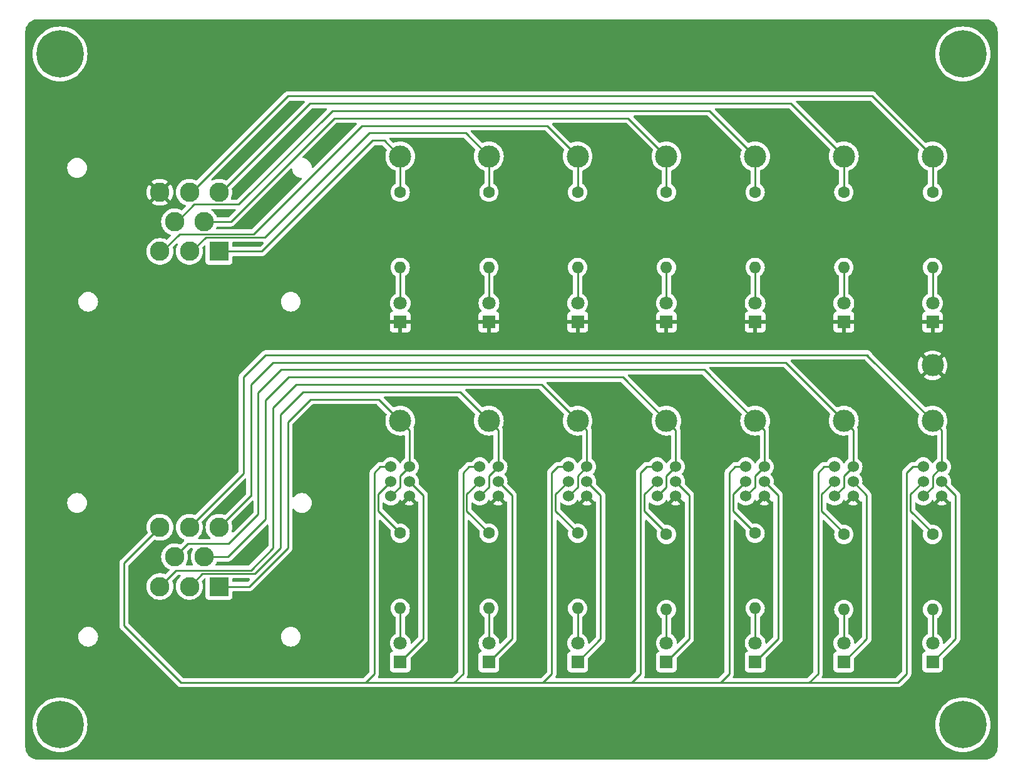
<source format=gbr>
%TF.GenerationSoftware,KiCad,Pcbnew,7.0.8*%
%TF.CreationDate,2023-11-26T15:41:55+00:00*%
%TF.ProjectId,relaybox_indicator_leds,72656c61-7962-46f7-985f-696e64696361,rev?*%
%TF.SameCoordinates,Original*%
%TF.FileFunction,Copper,L1,Top*%
%TF.FilePolarity,Positive*%
%FSLAX46Y46*%
G04 Gerber Fmt 4.6, Leading zero omitted, Abs format (unit mm)*
G04 Created by KiCad (PCBNEW 7.0.8) date 2023-11-26 15:41:55*
%MOMM*%
%LPD*%
G01*
G04 APERTURE LIST*
%TA.AperFunction,ComponentPad*%
%ADD10R,1.800000X1.800000*%
%TD*%
%TA.AperFunction,ComponentPad*%
%ADD11C,1.800000*%
%TD*%
%TA.AperFunction,ComponentPad*%
%ADD12C,3.000000*%
%TD*%
%TA.AperFunction,ComponentPad*%
%ADD13C,1.600000*%
%TD*%
%TA.AperFunction,ComponentPad*%
%ADD14O,1.600000X1.600000*%
%TD*%
%TA.AperFunction,ComponentPad*%
%ADD15R,2.625000X2.625000*%
%TD*%
%TA.AperFunction,ComponentPad*%
%ADD16C,2.625000*%
%TD*%
%TA.AperFunction,ComponentPad*%
%ADD17C,6.400000*%
%TD*%
%TA.AperFunction,ComponentPad*%
%ADD18C,1.524000*%
%TD*%
%TA.AperFunction,Conductor*%
%ADD19C,0.250000*%
%TD*%
G04 APERTURE END LIST*
D10*
%TO.P,D13,1,K*%
%TO.N,Net-(D13-K)*%
X137200000Y-118500000D03*
D11*
%TO.P,D13,2,A*%
%TO.N,Net-(D13-A)*%
X137200000Y-115960000D03*
%TD*%
D12*
%TO.P,TP12,1,1*%
%TO.N,/SIG5*%
X125200000Y-85900000D03*
%TD*%
D13*
%TO.P,R11,1*%
%TO.N,Net-(SW4A-B)*%
X113200000Y-101260000D03*
D14*
%TO.P,R11,2*%
%TO.N,Net-(D11-A)*%
X113200000Y-111420000D03*
%TD*%
D12*
%TO.P,TP13,1,1*%
%TO.N,/SIG6*%
X137200000Y-85900000D03*
%TD*%
D10*
%TO.P,D6,1,K*%
%TO.N,/GND*%
X137200000Y-72540000D03*
D11*
%TO.P,D6,2,A*%
%TO.N,Net-(D6-A)*%
X137200000Y-70000000D03*
%TD*%
D15*
%TO.P,J1,1,1*%
%TO.N,/POW1*%
X52700000Y-63000000D03*
D16*
%TO.P,J1,2,2*%
%TO.N,/POW2*%
X48700000Y-63000000D03*
%TO.P,J1,3,3*%
%TO.N,/POW3*%
X44700000Y-63000000D03*
%TO.P,J1,4,4*%
%TO.N,/POW4*%
X50700000Y-59000000D03*
%TO.P,J1,5,5*%
%TO.N,/POW5*%
X46700000Y-59000000D03*
%TO.P,J1,6,6*%
%TO.N,/POW6*%
X52700000Y-55000000D03*
%TO.P,J1,7,7*%
%TO.N,/POW7*%
X48700000Y-55000000D03*
%TO.P,J1,8,8*%
%TO.N,/GND*%
X44700000Y-55000000D03*
%TD*%
D12*
%TO.P,TP2,1,1*%
%TO.N,/POW2*%
X89200000Y-50160000D03*
%TD*%
%TO.P,TP10,1,1*%
%TO.N,/SIG3*%
X101200000Y-85900000D03*
%TD*%
%TO.P,TP6,1,1*%
%TO.N,/POW6*%
X137200000Y-50160000D03*
%TD*%
D13*
%TO.P,R9,1*%
%TO.N,Net-(SW2A-B)*%
X89200000Y-101100000D03*
D14*
%TO.P,R9,2*%
%TO.N,Net-(D9-A)*%
X89200000Y-111260000D03*
%TD*%
D10*
%TO.P,D9,1,K*%
%TO.N,Net-(D9-K)*%
X89200000Y-118500000D03*
D11*
%TO.P,D9,2,A*%
%TO.N,Net-(D9-A)*%
X89200000Y-115960000D03*
%TD*%
D10*
%TO.P,D3,1,K*%
%TO.N,/GND*%
X101200000Y-72540000D03*
D11*
%TO.P,D3,2,A*%
%TO.N,Net-(D3-A)*%
X101200000Y-70000000D03*
%TD*%
D17*
%TO.P,REF\u002A\u002A,1*%
%TO.N,N/C*%
X153300000Y-36300000D03*
%TD*%
D10*
%TO.P,D4,1,K*%
%TO.N,/GND*%
X113200000Y-72540000D03*
D11*
%TO.P,D4,2,A*%
%TO.N,Net-(D4-A)*%
X113200000Y-70000000D03*
%TD*%
D13*
%TO.P,R7,1*%
%TO.N,/POW7*%
X149200000Y-55000000D03*
D14*
%TO.P,R7,2*%
%TO.N,Net-(D7-A)*%
X149200000Y-65160000D03*
%TD*%
D13*
%TO.P,R14,1*%
%TO.N,Net-(SW7A-B)*%
X149200000Y-101260000D03*
D14*
%TO.P,R14,2*%
%TO.N,Net-(D14-A)*%
X149200000Y-111420000D03*
%TD*%
D12*
%TO.P,TP7,1,1*%
%TO.N,/POW7*%
X149200000Y-50160000D03*
%TD*%
D15*
%TO.P,J2,1,1*%
%TO.N,/SIG1*%
X52700000Y-108300000D03*
D16*
%TO.P,J2,2,2*%
%TO.N,/SIG2*%
X48700000Y-108300000D03*
%TO.P,J2,3,3*%
%TO.N,/SIG3*%
X44700000Y-108300000D03*
%TO.P,J2,4,4*%
%TO.N,/SIG4*%
X50700000Y-104300000D03*
%TO.P,J2,5,5*%
%TO.N,/SIG5*%
X46700000Y-104300000D03*
%TO.P,J2,6,6*%
%TO.N,/SIG6*%
X52700000Y-100300000D03*
%TO.P,J2,7,7*%
%TO.N,/SIG7*%
X48700000Y-100300000D03*
%TO.P,J2,8,8*%
%TO.N,/+12V*%
X44700000Y-100300000D03*
%TD*%
D17*
%TO.P,REF\u002A\u002A,1*%
%TO.N,N/C*%
X153300000Y-127000000D03*
%TD*%
D10*
%TO.P,D12,1,K*%
%TO.N,Net-(D12-K)*%
X125200000Y-118500000D03*
D11*
%TO.P,D12,2,A*%
%TO.N,Net-(D12-A)*%
X125200000Y-115960000D03*
%TD*%
D13*
%TO.P,R10,1*%
%TO.N,Net-(SW3A-B)*%
X101200000Y-101100000D03*
D14*
%TO.P,R10,2*%
%TO.N,Net-(D10-A)*%
X101200000Y-111260000D03*
%TD*%
D13*
%TO.P,R5,1*%
%TO.N,/POW5*%
X125200000Y-55000000D03*
D14*
%TO.P,R5,2*%
%TO.N,Net-(D5-A)*%
X125200000Y-65160000D03*
%TD*%
D12*
%TO.P,TP3,1,1*%
%TO.N,/POW3*%
X101200000Y-50160000D03*
%TD*%
D13*
%TO.P,R13,1*%
%TO.N,Net-(SW6A-B)*%
X137200000Y-101260000D03*
D14*
%TO.P,R13,2*%
%TO.N,Net-(D13-A)*%
X137200000Y-111420000D03*
%TD*%
D10*
%TO.P,D2,1,K*%
%TO.N,/GND*%
X89200000Y-72540000D03*
D11*
%TO.P,D2,2,A*%
%TO.N,Net-(D2-A)*%
X89200000Y-70000000D03*
%TD*%
D12*
%TO.P,TP5,1,1*%
%TO.N,/POW5*%
X125200000Y-50160000D03*
%TD*%
D13*
%TO.P,R12,1*%
%TO.N,Net-(SW5A-B)*%
X125200000Y-101100000D03*
D14*
%TO.P,R12,2*%
%TO.N,Net-(D12-A)*%
X125200000Y-111260000D03*
%TD*%
D18*
%TO.P,SW7,1,A*%
%TO.N,/SIG7*%
X147950000Y-96100000D03*
%TO.P,SW7,2,B*%
%TO.N,Net-(SW7A-B)*%
X147950000Y-94100000D03*
%TO.P,SW7,3,C*%
%TO.N,/+12V*%
X147950000Y-92100000D03*
%TO.P,SW7,4,A*%
%TO.N,/GND*%
X150450000Y-96100000D03*
%TO.P,SW7,5,B*%
%TO.N,Net-(D14-K)*%
X150450000Y-94100000D03*
%TO.P,SW7,6,C*%
%TO.N,/SIG7*%
X150450000Y-92100000D03*
%TD*%
D13*
%TO.P,R6,1*%
%TO.N,/POW6*%
X137200000Y-55000000D03*
D14*
%TO.P,R6,2*%
%TO.N,Net-(D6-A)*%
X137200000Y-65160000D03*
%TD*%
D13*
%TO.P,R4,1*%
%TO.N,/POW4*%
X113200000Y-55000000D03*
D14*
%TO.P,R4,2*%
%TO.N,Net-(D4-A)*%
X113200000Y-65160000D03*
%TD*%
D13*
%TO.P,R2,1*%
%TO.N,/POW2*%
X89200000Y-55000000D03*
D14*
%TO.P,R2,2*%
%TO.N,Net-(D2-A)*%
X89200000Y-65160000D03*
%TD*%
D12*
%TO.P,TP9,1,1*%
%TO.N,/SIG2*%
X89200000Y-85900000D03*
%TD*%
D17*
%TO.P,REF\u002A\u002A,1*%
%TO.N,N/C*%
X31200000Y-127000000D03*
%TD*%
D13*
%TO.P,R1,1*%
%TO.N,/POW1*%
X77200000Y-55000000D03*
D14*
%TO.P,R1,2*%
%TO.N,Net-(D1-A)*%
X77200000Y-65160000D03*
%TD*%
D18*
%TO.P,SW2,1,A*%
%TO.N,/SIG2*%
X87950000Y-96100000D03*
%TO.P,SW2,2,B*%
%TO.N,Net-(SW2A-B)*%
X87950000Y-94100000D03*
%TO.P,SW2,3,C*%
%TO.N,/+12V*%
X87950000Y-92100000D03*
%TO.P,SW2,4,A*%
%TO.N,/GND*%
X90450000Y-96100000D03*
%TO.P,SW2,5,B*%
%TO.N,Net-(D9-K)*%
X90450000Y-94100000D03*
%TO.P,SW2,6,C*%
%TO.N,/SIG2*%
X90450000Y-92100000D03*
%TD*%
%TO.P,SW3,1,A*%
%TO.N,/SIG3*%
X99950000Y-96100000D03*
%TO.P,SW3,2,B*%
%TO.N,Net-(SW3A-B)*%
X99950000Y-94100000D03*
%TO.P,SW3,3,C*%
%TO.N,/+12V*%
X99950000Y-92100000D03*
%TO.P,SW3,4,A*%
%TO.N,/GND*%
X102450000Y-96100000D03*
%TO.P,SW3,5,B*%
%TO.N,Net-(D10-K)*%
X102450000Y-94100000D03*
%TO.P,SW3,6,C*%
%TO.N,/SIG3*%
X102450000Y-92100000D03*
%TD*%
%TO.P,SW6,1,A*%
%TO.N,/SIG6*%
X135950000Y-96100000D03*
%TO.P,SW6,2,B*%
%TO.N,Net-(SW6A-B)*%
X135950000Y-94100000D03*
%TO.P,SW6,3,C*%
%TO.N,/+12V*%
X135950000Y-92100000D03*
%TO.P,SW6,4,A*%
%TO.N,/GND*%
X138450000Y-96100000D03*
%TO.P,SW6,5,B*%
%TO.N,Net-(D13-K)*%
X138450000Y-94100000D03*
%TO.P,SW6,6,C*%
%TO.N,/SIG6*%
X138450000Y-92100000D03*
%TD*%
D13*
%TO.P,R8,1*%
%TO.N,Net-(SW1A-B)*%
X77200000Y-101100000D03*
D14*
%TO.P,R8,2*%
%TO.N,Net-(D8-A)*%
X77200000Y-111260000D03*
%TD*%
D18*
%TO.P,SW4,1,A*%
%TO.N,/SIG4*%
X111950000Y-96100000D03*
%TO.P,SW4,2,B*%
%TO.N,Net-(SW4A-B)*%
X111950000Y-94100000D03*
%TO.P,SW4,3,C*%
%TO.N,/+12V*%
X111950000Y-92100000D03*
%TO.P,SW4,4,A*%
%TO.N,/GND*%
X114450000Y-96100000D03*
%TO.P,SW4,5,B*%
%TO.N,Net-(D11-K)*%
X114450000Y-94100000D03*
%TO.P,SW4,6,C*%
%TO.N,/SIG4*%
X114450000Y-92100000D03*
%TD*%
D12*
%TO.P,TP8,1,1*%
%TO.N,/SIG1*%
X77200000Y-85900000D03*
%TD*%
%TO.P,TP11,1,1*%
%TO.N,/SIG4*%
X113200000Y-85900000D03*
%TD*%
D17*
%TO.P,REF\u002A\u002A,1*%
%TO.N,N/C*%
X31200000Y-36300000D03*
%TD*%
D10*
%TO.P,D7,1,K*%
%TO.N,/GND*%
X149200000Y-72540000D03*
D11*
%TO.P,D7,2,A*%
%TO.N,Net-(D7-A)*%
X149200000Y-70000000D03*
%TD*%
D10*
%TO.P,D1,1,K*%
%TO.N,/GND*%
X77200000Y-72540000D03*
D11*
%TO.P,D1,2,A*%
%TO.N,Net-(D1-A)*%
X77200000Y-70000000D03*
%TD*%
D18*
%TO.P,SW1,1,A*%
%TO.N,/SIG1*%
X75950000Y-96100000D03*
%TO.P,SW1,2,B*%
%TO.N,Net-(SW1A-B)*%
X75950000Y-94100000D03*
%TO.P,SW1,3,C*%
%TO.N,/+12V*%
X75950000Y-92100000D03*
%TO.P,SW1,4,A*%
%TO.N,/GND*%
X78450000Y-96100000D03*
%TO.P,SW1,5,B*%
%TO.N,Net-(D8-K)*%
X78450000Y-94100000D03*
%TO.P,SW1,6,C*%
%TO.N,/SIG1*%
X78450000Y-92100000D03*
%TD*%
D10*
%TO.P,D11,1,K*%
%TO.N,Net-(D11-K)*%
X113200000Y-118500000D03*
D11*
%TO.P,D11,2,A*%
%TO.N,Net-(D11-A)*%
X113200000Y-115960000D03*
%TD*%
D12*
%TO.P,TP4,1,1*%
%TO.N,/POW4*%
X113200000Y-50160000D03*
%TD*%
%TO.P,TP14,1,1*%
%TO.N,/SIG7*%
X149200000Y-85900000D03*
%TD*%
D13*
%TO.P,R3,1*%
%TO.N,/POW3*%
X101200000Y-55000000D03*
D14*
%TO.P,R3,2*%
%TO.N,Net-(D3-A)*%
X101200000Y-65160000D03*
%TD*%
D10*
%TO.P,D14,1,K*%
%TO.N,Net-(D14-K)*%
X149200000Y-118500000D03*
D11*
%TO.P,D14,2,A*%
%TO.N,Net-(D14-A)*%
X149200000Y-115960000D03*
%TD*%
D10*
%TO.P,D5,1,K*%
%TO.N,/GND*%
X125200000Y-72540000D03*
D11*
%TO.P,D5,2,A*%
%TO.N,Net-(D5-A)*%
X125200000Y-70000000D03*
%TD*%
D18*
%TO.P,SW5,1,A*%
%TO.N,/SIG5*%
X123950000Y-96100000D03*
%TO.P,SW5,2,B*%
%TO.N,Net-(SW5A-B)*%
X123950000Y-94100000D03*
%TO.P,SW5,3,C*%
%TO.N,/+12V*%
X123950000Y-92100000D03*
%TO.P,SW5,4,A*%
%TO.N,/GND*%
X126450000Y-96100000D03*
%TO.P,SW5,5,B*%
%TO.N,Net-(D12-K)*%
X126450000Y-94100000D03*
%TO.P,SW5,6,C*%
%TO.N,/SIG5*%
X126450000Y-92100000D03*
%TD*%
D10*
%TO.P,D10,1,K*%
%TO.N,Net-(D10-K)*%
X101200000Y-118500000D03*
D11*
%TO.P,D10,2,A*%
%TO.N,Net-(D10-A)*%
X101200000Y-115960000D03*
%TD*%
D12*
%TO.P,TP1,1,1*%
%TO.N,/POW1*%
X77200000Y-50160000D03*
%TD*%
%TO.P,TP15,1,1*%
%TO.N,/GND*%
X149200000Y-78400000D03*
%TD*%
D10*
%TO.P,D8,1,K*%
%TO.N,Net-(D8-K)*%
X77200000Y-118500000D03*
D11*
%TO.P,D8,2,A*%
%TO.N,Net-(D8-A)*%
X77200000Y-115960000D03*
%TD*%
D19*
%TO.N,Net-(D1-A)*%
X77200000Y-65160000D02*
X77200000Y-70000000D01*
%TO.N,Net-(D2-A)*%
X89200000Y-65160000D02*
X89200000Y-70000000D01*
%TO.N,Net-(D3-A)*%
X101200000Y-65160000D02*
X101200000Y-70000000D01*
%TO.N,Net-(D4-A)*%
X113200000Y-65160000D02*
X113200000Y-70000000D01*
%TO.N,Net-(D5-A)*%
X125200000Y-65160000D02*
X125200000Y-70000000D01*
%TO.N,Net-(D6-A)*%
X137200000Y-65160000D02*
X137200000Y-70000000D01*
%TO.N,Net-(D7-A)*%
X149200000Y-65160000D02*
X149200000Y-70000000D01*
%TO.N,Net-(D8-K)*%
X78450000Y-94100000D02*
X80300000Y-95950000D01*
X80300000Y-115400000D02*
X77200000Y-118500000D01*
X80300000Y-95950000D02*
X80300000Y-115400000D01*
%TO.N,Net-(D8-A)*%
X77200000Y-115960000D02*
X77200000Y-111260000D01*
%TO.N,Net-(D9-K)*%
X92300000Y-115400000D02*
X89200000Y-118500000D01*
X90450000Y-94100000D02*
X92300000Y-95950000D01*
X92300000Y-95950000D02*
X92300000Y-115400000D01*
%TO.N,Net-(D9-A)*%
X89200000Y-115960000D02*
X89200000Y-111260000D01*
%TO.N,Net-(D10-K)*%
X104300000Y-95950000D02*
X104300000Y-115400000D01*
X102450000Y-94100000D02*
X104300000Y-95950000D01*
X104300000Y-115400000D02*
X101200000Y-118500000D01*
%TO.N,Net-(D10-A)*%
X101200000Y-115960000D02*
X101200000Y-111260000D01*
%TO.N,Net-(D11-K)*%
X116300000Y-115400000D02*
X113200000Y-118500000D01*
X114450000Y-94100000D02*
X116300000Y-95950000D01*
X116300000Y-95950000D02*
X116300000Y-115400000D01*
%TO.N,Net-(D11-A)*%
X113200000Y-115960000D02*
X113200000Y-111260000D01*
%TO.N,Net-(D12-K)*%
X128300000Y-115400000D02*
X125200000Y-118500000D01*
X126450000Y-94100000D02*
X128300000Y-95950000D01*
X128300000Y-95950000D02*
X128300000Y-115400000D01*
%TO.N,Net-(D12-A)*%
X125200000Y-115960000D02*
X125200000Y-111260000D01*
%TO.N,Net-(D13-K)*%
X140300000Y-115400000D02*
X137200000Y-118500000D01*
X138450000Y-94100000D02*
X140300000Y-95950000D01*
X140300000Y-95950000D02*
X140300000Y-115400000D01*
%TO.N,Net-(D13-A)*%
X137200000Y-115960000D02*
X137200000Y-111260000D01*
%TO.N,Net-(D14-K)*%
X152300000Y-95950000D02*
X152300000Y-115400000D01*
X150450000Y-94100000D02*
X152300000Y-95950000D01*
X152300000Y-115400000D02*
X149200000Y-118500000D01*
%TO.N,Net-(D14-A)*%
X149200000Y-115960000D02*
X149200000Y-111260000D01*
%TO.N,/POW1*%
X73500000Y-48000000D02*
X75040000Y-48000000D01*
X77200000Y-50160000D02*
X75040000Y-48000000D01*
X77200000Y-50160000D02*
X77200000Y-55000000D01*
X73500000Y-48000000D02*
X58500000Y-63000000D01*
X58500000Y-63000000D02*
X53000000Y-63000000D01*
%TO.N,/POW2*%
X86040000Y-47000000D02*
X73000000Y-47000000D01*
X86040000Y-47000000D02*
X89200000Y-50160000D01*
X58912500Y-61087500D02*
X73000000Y-47000000D01*
X89200000Y-50160000D02*
X89200000Y-55000000D01*
X50912500Y-61087500D02*
X58912500Y-61087500D01*
X49000000Y-63000000D02*
X50912500Y-61087500D01*
%TO.N,/POW3*%
X101200000Y-50160000D02*
X101200000Y-55000000D01*
X97040000Y-46000000D02*
X101200000Y-50160000D01*
X45000000Y-63000000D02*
X47362500Y-60637500D01*
X72000000Y-46000000D02*
X97040000Y-46000000D01*
X57362500Y-60637500D02*
X72000000Y-46000000D01*
X47362500Y-60637500D02*
X57362500Y-60637500D01*
%TO.N,/POW4*%
X54300000Y-59000000D02*
X51000000Y-59000000D01*
X113200000Y-50160000D02*
X113200000Y-55000000D01*
X113200000Y-50160000D02*
X108040000Y-45000000D01*
X108040000Y-45000000D02*
X68300000Y-45000000D01*
X68300000Y-45000000D02*
X54300000Y-59000000D01*
%TO.N,/POW5*%
X47000000Y-59000000D02*
X49362500Y-56637500D01*
X119040000Y-44000000D02*
X125200000Y-50160000D01*
X125200000Y-50160000D02*
X125200000Y-55000000D01*
X55362500Y-56637500D02*
X68000000Y-44000000D01*
X49362500Y-56637500D02*
X55362500Y-56637500D01*
X68000000Y-44000000D02*
X119040000Y-44000000D01*
%TO.N,/POW6*%
X137200000Y-50160000D02*
X137200000Y-55000000D01*
X65000000Y-43000000D02*
X53000000Y-55000000D01*
X130040000Y-43000000D02*
X65000000Y-43000000D01*
X137200000Y-50160000D02*
X130040000Y-43000000D01*
%TO.N,/POW7*%
X141040000Y-42000000D02*
X149200000Y-50160000D01*
X49000000Y-55000000D02*
X62000000Y-42000000D01*
X149200000Y-50160000D02*
X149200000Y-55000000D01*
X62000000Y-42000000D02*
X141040000Y-42000000D01*
%TO.N,/SIG1*%
X74300000Y-83000000D02*
X65100000Y-83000000D01*
X56800000Y-108300000D02*
X52700000Y-108300000D01*
X77200000Y-93350000D02*
X77200000Y-94850000D01*
X77200000Y-85900000D02*
X74300000Y-83000000D01*
X78450000Y-92100000D02*
X78450000Y-87150000D01*
X77200000Y-94850000D02*
X75950000Y-96100000D01*
X78450000Y-92100000D02*
X77200000Y-93350000D01*
X65100000Y-83000000D02*
X62000000Y-86100000D01*
X62000000Y-103100000D02*
X56800000Y-108300000D01*
X78450000Y-87150000D02*
X77200000Y-85900000D01*
X62000000Y-86100000D02*
X62000000Y-103100000D01*
%TO.N,/SIG2*%
X90450000Y-87150000D02*
X89200000Y-85900000D01*
X64100000Y-82000000D02*
X61000000Y-85100000D01*
X85300000Y-82000000D02*
X64100000Y-82000000D01*
X61000000Y-85100000D02*
X61000000Y-103100000D01*
X61000000Y-103100000D02*
X57550000Y-106550000D01*
X89200000Y-93350000D02*
X89200000Y-94850000D01*
X89200000Y-94850000D02*
X87950000Y-96100000D01*
X50450000Y-106550000D02*
X48700000Y-108300000D01*
X57550000Y-106550000D02*
X50450000Y-106550000D01*
X89200000Y-85900000D02*
X85300000Y-82000000D01*
X90450000Y-92100000D02*
X89200000Y-93350000D01*
X90450000Y-92100000D02*
X90450000Y-87150000D01*
%TO.N,/SIG3*%
X102450000Y-92100000D02*
X101200000Y-93350000D01*
X46900000Y-106100000D02*
X44700000Y-108300000D01*
X102450000Y-87150000D02*
X101200000Y-85900000D01*
X101200000Y-93350000D02*
X101200000Y-94850000D01*
X96300000Y-81000000D02*
X63100000Y-81000000D01*
X102450000Y-92100000D02*
X102450000Y-87150000D01*
X60000000Y-103100000D02*
X57000000Y-106100000D01*
X63100000Y-81000000D02*
X60000000Y-84100000D01*
X60000000Y-84100000D02*
X60000000Y-103100000D01*
X101200000Y-94850000D02*
X99950000Y-96100000D01*
X101200000Y-85900000D02*
X96300000Y-81000000D01*
X57000000Y-106100000D02*
X46900000Y-106100000D01*
%TO.N,/SIG4*%
X114450000Y-92100000D02*
X113200000Y-93350000D01*
X113200000Y-93350000D02*
X113200000Y-94850000D01*
X62100000Y-80000000D02*
X59000000Y-83100000D01*
X59000000Y-99220871D02*
X53920871Y-104300000D01*
X113200000Y-85900000D02*
X107300000Y-80000000D01*
X113200000Y-94850000D02*
X111950000Y-96100000D01*
X107300000Y-80000000D02*
X62100000Y-80000000D01*
X114450000Y-87150000D02*
X113200000Y-85900000D01*
X114450000Y-92100000D02*
X114450000Y-87150000D01*
X53920871Y-104300000D02*
X50700000Y-104300000D01*
X59000000Y-83100000D02*
X59000000Y-99220871D01*
%TO.N,/SIG5*%
X125200000Y-93350000D02*
X125200000Y-94850000D01*
X126450000Y-92100000D02*
X126450000Y-87150000D01*
X125200000Y-94850000D02*
X123950000Y-96100000D01*
X118300000Y-79000000D02*
X125200000Y-85900000D01*
X58000000Y-82100000D02*
X61100000Y-79000000D01*
X126450000Y-92100000D02*
X125200000Y-93350000D01*
X61100000Y-79000000D02*
X118300000Y-79000000D01*
X58000000Y-98500000D02*
X58000000Y-82100000D01*
X126450000Y-87150000D02*
X125200000Y-85900000D01*
X46700000Y-104300000D02*
X48500000Y-102500000D01*
X48500000Y-102500000D02*
X54000000Y-102500000D01*
X54000000Y-102500000D02*
X58000000Y-98500000D01*
%TO.N,/SIG6*%
X138450000Y-87150000D02*
X137200000Y-85900000D01*
X56950000Y-96050000D02*
X57000000Y-96000000D01*
X57000000Y-96050000D02*
X57000000Y-81000000D01*
X60000000Y-78000000D02*
X129300000Y-78000000D01*
X52700000Y-100300000D02*
X56950000Y-96050000D01*
X138450000Y-92100000D02*
X137200000Y-93350000D01*
X137200000Y-94850000D02*
X135950000Y-96100000D01*
X138450000Y-92100000D02*
X138450000Y-87150000D01*
X137200000Y-93350000D02*
X137200000Y-94850000D01*
X57000000Y-81000000D02*
X60000000Y-78000000D01*
X129300000Y-78000000D02*
X137200000Y-85900000D01*
%TO.N,/SIG7*%
X56000000Y-80000000D02*
X59000000Y-77000000D01*
X140300000Y-77000000D02*
X139000000Y-77000000D01*
X59000000Y-77000000D02*
X139000000Y-77000000D01*
X149200000Y-94850000D02*
X147950000Y-96100000D01*
X48700000Y-100300000D02*
X56000000Y-93000000D01*
X149200000Y-93350000D02*
X149200000Y-94850000D01*
X149200000Y-85900000D02*
X140300000Y-77000000D01*
X150450000Y-87150000D02*
X149200000Y-85900000D01*
X56000000Y-93000000D02*
X56000000Y-80000000D01*
X150450000Y-92100000D02*
X149200000Y-93350000D01*
X140400000Y-77000000D02*
X139000000Y-77000000D01*
X150450000Y-92100000D02*
X150450000Y-87150000D01*
%TO.N,/+12V*%
X71400000Y-121300000D02*
X72500000Y-121300000D01*
X47550000Y-121300000D02*
X71400000Y-121300000D01*
X97700000Y-92900000D02*
X98500000Y-92100000D01*
X144500000Y-121300000D02*
X145700000Y-120100000D01*
X133700000Y-92900000D02*
X134500000Y-92100000D01*
X71400000Y-121300000D02*
X144500000Y-121300000D01*
X109700000Y-120100000D02*
X109700000Y-92900000D01*
X121700000Y-92900000D02*
X122500000Y-92100000D01*
X122500000Y-92100000D02*
X123950000Y-92100000D01*
X121700000Y-120100000D02*
X121700000Y-92900000D01*
X85700000Y-120100000D02*
X85700000Y-92900000D01*
X109700000Y-92900000D02*
X110500000Y-92100000D01*
X133700000Y-120100000D02*
X133700000Y-92900000D01*
X74500000Y-92100000D02*
X75950000Y-92100000D01*
X145700000Y-120100000D02*
X145700000Y-92900000D01*
X72500000Y-121300000D02*
X73700000Y-120100000D01*
X120500000Y-121300000D02*
X121700000Y-120100000D01*
X97700000Y-120100000D02*
X97700000Y-92900000D01*
X39850000Y-105150000D02*
X39850000Y-113600000D01*
X110500000Y-92100000D02*
X111950000Y-92100000D01*
X98500000Y-92100000D02*
X99950000Y-92100000D01*
X84500000Y-121300000D02*
X85700000Y-120100000D01*
X86500000Y-92100000D02*
X87950000Y-92100000D01*
X39850000Y-113600000D02*
X47550000Y-121300000D01*
X145700000Y-92900000D02*
X146500000Y-92100000D01*
X44700000Y-100300000D02*
X39850000Y-105150000D01*
X73700000Y-120100000D02*
X73700000Y-92900000D01*
X73700000Y-92900000D02*
X74500000Y-92100000D01*
X96500000Y-121300000D02*
X97700000Y-120100000D01*
X146500000Y-92100000D02*
X147950000Y-92100000D01*
X108500000Y-121300000D02*
X109700000Y-120100000D01*
X134500000Y-92100000D02*
X135950000Y-92100000D01*
X85700000Y-92900000D02*
X86500000Y-92100000D01*
X132500000Y-121300000D02*
X133700000Y-120100000D01*
%TO.N,Net-(SW1A-B)*%
X77200000Y-101100000D02*
X74200000Y-98100000D01*
X75950000Y-94100000D02*
X74200000Y-95850000D01*
X74200000Y-95850000D02*
X74200000Y-97400000D01*
X74200000Y-98100000D02*
X74200000Y-97400000D01*
%TO.N,Net-(SW2A-B)*%
X89200000Y-101100000D02*
X86200000Y-98100000D01*
X87950000Y-94100000D02*
X86200000Y-95850000D01*
X86200000Y-98100000D02*
X86200000Y-97400000D01*
X86200000Y-95850000D02*
X86200000Y-97400000D01*
%TO.N,Net-(SW3A-B)*%
X99950000Y-94100000D02*
X98200000Y-95850000D01*
X98200000Y-98100000D02*
X98200000Y-97400000D01*
X101200000Y-101100000D02*
X98200000Y-98100000D01*
X98200000Y-95850000D02*
X98200000Y-97400000D01*
%TO.N,Net-(SW4A-B)*%
X113200000Y-101100000D02*
X110200000Y-98100000D01*
X110200000Y-98100000D02*
X110200000Y-97400000D01*
X111950000Y-94100000D02*
X110200000Y-95850000D01*
X110200000Y-95850000D02*
X110200000Y-97400000D01*
%TO.N,Net-(SW5A-B)*%
X123950000Y-94100000D02*
X122200000Y-95850000D01*
X122200000Y-95850000D02*
X122200000Y-97400000D01*
X125200000Y-101100000D02*
X122200000Y-98100000D01*
X122200000Y-98100000D02*
X122200000Y-97400000D01*
%TO.N,Net-(SW6A-B)*%
X135950000Y-94100000D02*
X134200000Y-95850000D01*
X137200000Y-101100000D02*
X134200000Y-98100000D01*
X134200000Y-98100000D02*
X134200000Y-97400000D01*
X134200000Y-95850000D02*
X134200000Y-97400000D01*
%TO.N,Net-(SW7A-B)*%
X147950000Y-94100000D02*
X146200000Y-95850000D01*
X146200000Y-98100000D02*
X146200000Y-97400000D01*
X149200000Y-101100000D02*
X146200000Y-98100000D01*
X146200000Y-95850000D02*
X146200000Y-97400000D01*
%TD*%
%TA.AperFunction,Conductor*%
%TO.N,/GND*%
G36*
X85056587Y-82645185D02*
G01*
X85077229Y-82661819D01*
X87348246Y-84932836D01*
X87381731Y-84994159D01*
X87376747Y-85063850D01*
X87275629Y-85334960D01*
X87214804Y-85614566D01*
X87194390Y-85899998D01*
X87194390Y-85900001D01*
X87214804Y-86185433D01*
X87275628Y-86465037D01*
X87375635Y-86733166D01*
X87512770Y-86984309D01*
X87512775Y-86984317D01*
X87684254Y-87213387D01*
X87684270Y-87213405D01*
X87886594Y-87415729D01*
X87886612Y-87415745D01*
X88115682Y-87587224D01*
X88115690Y-87587229D01*
X88366833Y-87724364D01*
X88366832Y-87724364D01*
X88366836Y-87724365D01*
X88366839Y-87724367D01*
X88634954Y-87824369D01*
X88634960Y-87824370D01*
X88634962Y-87824371D01*
X88914566Y-87885195D01*
X88914568Y-87885195D01*
X88914572Y-87885196D01*
X89168220Y-87903337D01*
X89199999Y-87905610D01*
X89200000Y-87905610D01*
X89200001Y-87905610D01*
X89228595Y-87903564D01*
X89485428Y-87885196D01*
X89485433Y-87885195D01*
X89674142Y-87844144D01*
X89743833Y-87849128D01*
X89799767Y-87890999D01*
X89824184Y-87956464D01*
X89824500Y-87965310D01*
X89824500Y-90932201D01*
X89804815Y-90999240D01*
X89771623Y-91033776D01*
X89635377Y-91129175D01*
X89479175Y-91285377D01*
X89352466Y-91466338D01*
X89352465Y-91466340D01*
X89312382Y-91552299D01*
X89266209Y-91604738D01*
X89199016Y-91623890D01*
X89132135Y-91603674D01*
X89087618Y-91552299D01*
X89073201Y-91521382D01*
X89047534Y-91466339D01*
X88920826Y-91285380D01*
X88764620Y-91129174D01*
X88764616Y-91129171D01*
X88764615Y-91129170D01*
X88583666Y-91002468D01*
X88583662Y-91002466D01*
X88533763Y-90979198D01*
X88383450Y-90909106D01*
X88383447Y-90909105D01*
X88383445Y-90909104D01*
X88170070Y-90851930D01*
X88170062Y-90851929D01*
X87950002Y-90832677D01*
X87949998Y-90832677D01*
X87729937Y-90851929D01*
X87729929Y-90851930D01*
X87516554Y-90909104D01*
X87516548Y-90909107D01*
X87316340Y-91002465D01*
X87316338Y-91002466D01*
X87135377Y-91129175D01*
X86979175Y-91285377D01*
X86883776Y-91421623D01*
X86829199Y-91465248D01*
X86782201Y-91474500D01*
X86582743Y-91474500D01*
X86567122Y-91472775D01*
X86567096Y-91473061D01*
X86559334Y-91472327D01*
X86559333Y-91472327D01*
X86490186Y-91474500D01*
X86460649Y-91474500D01*
X86453766Y-91475369D01*
X86447949Y-91475826D01*
X86401373Y-91477290D01*
X86382129Y-91482881D01*
X86363079Y-91486825D01*
X86343211Y-91489334D01*
X86299884Y-91506488D01*
X86294358Y-91508379D01*
X86249614Y-91521379D01*
X86249610Y-91521381D01*
X86232366Y-91531579D01*
X86214905Y-91540133D01*
X86196274Y-91547510D01*
X86196262Y-91547517D01*
X86158570Y-91574902D01*
X86153687Y-91578109D01*
X86113580Y-91601829D01*
X86099414Y-91615995D01*
X86084624Y-91628627D01*
X86068414Y-91640404D01*
X86068411Y-91640407D01*
X86038710Y-91676309D01*
X86034777Y-91680631D01*
X85316208Y-92399199D01*
X85303951Y-92409020D01*
X85304134Y-92409241D01*
X85298123Y-92414213D01*
X85250772Y-92464636D01*
X85229889Y-92485519D01*
X85229877Y-92485532D01*
X85225621Y-92491017D01*
X85221837Y-92495447D01*
X85189937Y-92529418D01*
X85189936Y-92529420D01*
X85180284Y-92546976D01*
X85169610Y-92563226D01*
X85157329Y-92579061D01*
X85157324Y-92579068D01*
X85138815Y-92621838D01*
X85136245Y-92627084D01*
X85113803Y-92667906D01*
X85108822Y-92687307D01*
X85102521Y-92705710D01*
X85094562Y-92724102D01*
X85094561Y-92724105D01*
X85087271Y-92770127D01*
X85086087Y-92775846D01*
X85074501Y-92820972D01*
X85074500Y-92820982D01*
X85074500Y-92841016D01*
X85072973Y-92860415D01*
X85069840Y-92880194D01*
X85069840Y-92880195D01*
X85074225Y-92926583D01*
X85074500Y-92932421D01*
X85074500Y-119789547D01*
X85054815Y-119856586D01*
X85038181Y-119877228D01*
X84277228Y-120638181D01*
X84215905Y-120671666D01*
X84189547Y-120674500D01*
X74305118Y-120674500D01*
X74238079Y-120654815D01*
X74192324Y-120602011D01*
X74182380Y-120532853D01*
X74207321Y-120478238D01*
X74205475Y-120476897D01*
X74210058Y-120470587D01*
X74210058Y-120470585D01*
X74210062Y-120470582D01*
X74219713Y-120453024D01*
X74230396Y-120436761D01*
X74242673Y-120420936D01*
X74261185Y-120378153D01*
X74263738Y-120372941D01*
X74286197Y-120332092D01*
X74291180Y-120312680D01*
X74297481Y-120294280D01*
X74305437Y-120275896D01*
X74312729Y-120229852D01*
X74313906Y-120224171D01*
X74325500Y-120179019D01*
X74325500Y-120158983D01*
X74327027Y-120139582D01*
X74330160Y-120119804D01*
X74325775Y-120073415D01*
X74325500Y-120067577D01*
X74325500Y-99409452D01*
X74345185Y-99342413D01*
X74397989Y-99296658D01*
X74467147Y-99286714D01*
X74530703Y-99315739D01*
X74537181Y-99321771D01*
X75900586Y-100685176D01*
X75934071Y-100746499D01*
X75932681Y-100804948D01*
X75914365Y-100873307D01*
X75914364Y-100873313D01*
X75894532Y-101099999D01*
X75894532Y-101100001D01*
X75914364Y-101326686D01*
X75914366Y-101326697D01*
X75973258Y-101546488D01*
X75973261Y-101546497D01*
X76069431Y-101752732D01*
X76069432Y-101752734D01*
X76199954Y-101939141D01*
X76360858Y-102100045D01*
X76379360Y-102113000D01*
X76547266Y-102230568D01*
X76753504Y-102326739D01*
X76973308Y-102385635D01*
X77135230Y-102399801D01*
X77199998Y-102405468D01*
X77200000Y-102405468D01*
X77200002Y-102405468D01*
X77256673Y-102400509D01*
X77426692Y-102385635D01*
X77646496Y-102326739D01*
X77852734Y-102230568D01*
X78039139Y-102100047D01*
X78200047Y-101939139D01*
X78330568Y-101752734D01*
X78426739Y-101546496D01*
X78485635Y-101326692D01*
X78505468Y-101100000D01*
X78504491Y-101088837D01*
X78494876Y-100978938D01*
X78485635Y-100873308D01*
X78426739Y-100653504D01*
X78330568Y-100447266D01*
X78200047Y-100260861D01*
X78200045Y-100260858D01*
X78039141Y-100099954D01*
X77852734Y-99969432D01*
X77852732Y-99969431D01*
X77646497Y-99873261D01*
X77646488Y-99873258D01*
X77426697Y-99814366D01*
X77426693Y-99814365D01*
X77426692Y-99814365D01*
X77426691Y-99814364D01*
X77426686Y-99814364D01*
X77200002Y-99794532D01*
X77199999Y-99794532D01*
X76973313Y-99814364D01*
X76973296Y-99814367D01*
X76904949Y-99832680D01*
X76835099Y-99831016D01*
X76785177Y-99800586D01*
X74861819Y-97877228D01*
X74828334Y-97815905D01*
X74825500Y-97789547D01*
X74825500Y-97060308D01*
X74845185Y-96993269D01*
X74897989Y-96947514D01*
X74967147Y-96937570D01*
X75030703Y-96966595D01*
X75037181Y-96972627D01*
X75135378Y-97070824D01*
X75135384Y-97070829D01*
X75316333Y-97197531D01*
X75316335Y-97197532D01*
X75316338Y-97197534D01*
X75516550Y-97290894D01*
X75729932Y-97348070D01*
X75887123Y-97361822D01*
X75949998Y-97367323D01*
X75950000Y-97367323D01*
X75950002Y-97367323D01*
X76005017Y-97362509D01*
X76170068Y-97348070D01*
X76383450Y-97290894D01*
X76583662Y-97197534D01*
X76764620Y-97070826D01*
X76920826Y-96914620D01*
X77047534Y-96733662D01*
X77087894Y-96647108D01*
X77134066Y-96594669D01*
X77201259Y-96575517D01*
X77268140Y-96595732D01*
X77312658Y-96647109D01*
X77352899Y-96733407D01*
X77352900Y-96733409D01*
X77398258Y-96798187D01*
X78065096Y-96131349D01*
X78065051Y-96131898D01*
X78096266Y-96255162D01*
X78165813Y-96361612D01*
X78266157Y-96439713D01*
X78386422Y-96481000D01*
X78422553Y-96481000D01*
X77751811Y-97151741D01*
X77816582Y-97197094D01*
X77816592Y-97197100D01*
X78016715Y-97290419D01*
X78016729Y-97290424D01*
X78230013Y-97347573D01*
X78230023Y-97347575D01*
X78449999Y-97366821D01*
X78450001Y-97366821D01*
X78669976Y-97347575D01*
X78669986Y-97347573D01*
X78883270Y-97290424D01*
X78883284Y-97290419D01*
X79083408Y-97197100D01*
X79083420Y-97197093D01*
X79148186Y-97151742D01*
X79148187Y-97151740D01*
X78477448Y-96481000D01*
X78481569Y-96481000D01*
X78575421Y-96465339D01*
X78687251Y-96404820D01*
X78773371Y-96311269D01*
X78824448Y-96194823D01*
X78830105Y-96126551D01*
X79501740Y-96798186D01*
X79539693Y-96794866D01*
X79608193Y-96808633D01*
X79658376Y-96857248D01*
X79674500Y-96918394D01*
X79674500Y-115089546D01*
X79654815Y-115156585D01*
X79638181Y-115177227D01*
X78813604Y-116001803D01*
X78752281Y-116035288D01*
X78682589Y-116030304D01*
X78626656Y-115988432D01*
X78602347Y-115924364D01*
X78586134Y-115728695D01*
X78529157Y-115503700D01*
X78518330Y-115479018D01*
X78435924Y-115291151D01*
X78308983Y-115096852D01*
X78308980Y-115096849D01*
X78308979Y-115096847D01*
X78151784Y-114926087D01*
X78151779Y-114926083D01*
X78151777Y-114926081D01*
X77968634Y-114783535D01*
X77968619Y-114783525D01*
X77890482Y-114741239D01*
X77840891Y-114692020D01*
X77825500Y-114632185D01*
X77825500Y-112474188D01*
X77845185Y-112407149D01*
X77878377Y-112372613D01*
X77926836Y-112338681D01*
X78039139Y-112260047D01*
X78200047Y-112099139D01*
X78330568Y-111912734D01*
X78426739Y-111706496D01*
X78485635Y-111486692D01*
X78505468Y-111260000D01*
X78485635Y-111033308D01*
X78426739Y-110813504D01*
X78330568Y-110607266D01*
X78200047Y-110420861D01*
X78200045Y-110420858D01*
X78039141Y-110259954D01*
X77852734Y-110129432D01*
X77852732Y-110129431D01*
X77646497Y-110033261D01*
X77646488Y-110033258D01*
X77426697Y-109974366D01*
X77426693Y-109974365D01*
X77426692Y-109974365D01*
X77426691Y-109974364D01*
X77426686Y-109974364D01*
X77200002Y-109954532D01*
X77199998Y-109954532D01*
X76973313Y-109974364D01*
X76973302Y-109974366D01*
X76753511Y-110033258D01*
X76753502Y-110033261D01*
X76547267Y-110129431D01*
X76547265Y-110129432D01*
X76360858Y-110259954D01*
X76199954Y-110420858D01*
X76069432Y-110607265D01*
X76069431Y-110607267D01*
X75973261Y-110813502D01*
X75973258Y-110813511D01*
X75914366Y-111033302D01*
X75914364Y-111033313D01*
X75894532Y-111259998D01*
X75894532Y-111260001D01*
X75914364Y-111486686D01*
X75914366Y-111486697D01*
X75973258Y-111706488D01*
X75973261Y-111706497D01*
X76069431Y-111912732D01*
X76069432Y-111912734D01*
X76199954Y-112099141D01*
X76360858Y-112260045D01*
X76521623Y-112372613D01*
X76565248Y-112427189D01*
X76574500Y-112474188D01*
X76574500Y-114632185D01*
X76554815Y-114699224D01*
X76509518Y-114741239D01*
X76431380Y-114783525D01*
X76431365Y-114783535D01*
X76248222Y-114926081D01*
X76248219Y-114926084D01*
X76091016Y-115096852D01*
X75964075Y-115291151D01*
X75870842Y-115503699D01*
X75813866Y-115728691D01*
X75813864Y-115728702D01*
X75794700Y-115959993D01*
X75794700Y-115960006D01*
X75813864Y-116191297D01*
X75813866Y-116191308D01*
X75870842Y-116416300D01*
X75964075Y-116628848D01*
X76091016Y-116823147D01*
X76091019Y-116823151D01*
X76091021Y-116823153D01*
X76185803Y-116926114D01*
X76216724Y-116988767D01*
X76208864Y-117058193D01*
X76164716Y-117112348D01*
X76137906Y-117126277D01*
X76057669Y-117156203D01*
X76057664Y-117156206D01*
X75942455Y-117242452D01*
X75942452Y-117242455D01*
X75856206Y-117357664D01*
X75856202Y-117357671D01*
X75805908Y-117492517D01*
X75799501Y-117552116D01*
X75799500Y-117552135D01*
X75799500Y-119447870D01*
X75799501Y-119447876D01*
X75805908Y-119507483D01*
X75856202Y-119642328D01*
X75856206Y-119642335D01*
X75942452Y-119757544D01*
X75942455Y-119757547D01*
X76057664Y-119843793D01*
X76057671Y-119843797D01*
X76192517Y-119894091D01*
X76192516Y-119894091D01*
X76199444Y-119894835D01*
X76252127Y-119900500D01*
X78147872Y-119900499D01*
X78207483Y-119894091D01*
X78342331Y-119843796D01*
X78457546Y-119757546D01*
X78543796Y-119642331D01*
X78594091Y-119507483D01*
X78600500Y-119447873D01*
X78600499Y-118035451D01*
X78620184Y-117968413D01*
X78636813Y-117947776D01*
X80683788Y-115900801D01*
X80696042Y-115890986D01*
X80695859Y-115890764D01*
X80701866Y-115885792D01*
X80701877Y-115885786D01*
X80732775Y-115852882D01*
X80749227Y-115835364D01*
X80759671Y-115824918D01*
X80770120Y-115814471D01*
X80774379Y-115808978D01*
X80778152Y-115804561D01*
X80810062Y-115770582D01*
X80819715Y-115753020D01*
X80830389Y-115736770D01*
X80842673Y-115720936D01*
X80861180Y-115678167D01*
X80863749Y-115672924D01*
X80886196Y-115632093D01*
X80886197Y-115632092D01*
X80891177Y-115612691D01*
X80897478Y-115594288D01*
X80905438Y-115575896D01*
X80912730Y-115529849D01*
X80913911Y-115524152D01*
X80925500Y-115479019D01*
X80925500Y-115458983D01*
X80927027Y-115439582D01*
X80930160Y-115419804D01*
X80925775Y-115373415D01*
X80925500Y-115367577D01*
X80925500Y-96032738D01*
X80927224Y-96017124D01*
X80926938Y-96017097D01*
X80927672Y-96009334D01*
X80926652Y-95976885D01*
X80925500Y-95940203D01*
X80925500Y-95910650D01*
X80924629Y-95903759D01*
X80924172Y-95897945D01*
X80922709Y-95851372D01*
X80917122Y-95832144D01*
X80913174Y-95813084D01*
X80912232Y-95805626D01*
X80910664Y-95793208D01*
X80910663Y-95793206D01*
X80910663Y-95793204D01*
X80893512Y-95749887D01*
X80891619Y-95744358D01*
X80878618Y-95699609D01*
X80878616Y-95699606D01*
X80868423Y-95682371D01*
X80859861Y-95664894D01*
X80852487Y-95646270D01*
X80852486Y-95646268D01*
X80825079Y-95608545D01*
X80821888Y-95603686D01*
X80798172Y-95563583D01*
X80798165Y-95563574D01*
X80784006Y-95549415D01*
X80771368Y-95534619D01*
X80759594Y-95518413D01*
X80723688Y-95488709D01*
X80719376Y-95484786D01*
X79718385Y-94483794D01*
X79684901Y-94422472D01*
X79686293Y-94364018D01*
X79698069Y-94320072D01*
X79698069Y-94320071D01*
X79698070Y-94320068D01*
X79717323Y-94100000D01*
X79698070Y-93879932D01*
X79640894Y-93666550D01*
X79547534Y-93466339D01*
X79420826Y-93285380D01*
X79420824Y-93285377D01*
X79323127Y-93187680D01*
X79289642Y-93126357D01*
X79294626Y-93056665D01*
X79323123Y-93012322D01*
X79420826Y-92914620D01*
X79547534Y-92733662D01*
X79640894Y-92533450D01*
X79698070Y-92320068D01*
X79717323Y-92100000D01*
X79698070Y-91879932D01*
X79640894Y-91666550D01*
X79547534Y-91466339D01*
X79420826Y-91285380D01*
X79264620Y-91129174D01*
X79128376Y-91033775D01*
X79084752Y-90979198D01*
X79075500Y-90932200D01*
X79075500Y-87232742D01*
X79077224Y-87217122D01*
X79076939Y-87217096D01*
X79077671Y-87209340D01*
X79077673Y-87209333D01*
X79075500Y-87140185D01*
X79075500Y-87110650D01*
X79074631Y-87103772D01*
X79074172Y-87097943D01*
X79072709Y-87051372D01*
X79067122Y-87032144D01*
X79063174Y-87013084D01*
X79060663Y-86993204D01*
X79043512Y-86949887D01*
X79041619Y-86944358D01*
X79028618Y-86899610D01*
X79018416Y-86882360D01*
X79009859Y-86864891D01*
X79007119Y-86857971D01*
X79000749Y-86788393D01*
X79013586Y-86752904D01*
X79024367Y-86733161D01*
X79124369Y-86465046D01*
X79185196Y-86185428D01*
X79205610Y-85900000D01*
X79185196Y-85614572D01*
X79129619Y-85359090D01*
X79124371Y-85334962D01*
X79124370Y-85334960D01*
X79124369Y-85334954D01*
X79024367Y-85066839D01*
X78986711Y-84997878D01*
X78887229Y-84815690D01*
X78887224Y-84815682D01*
X78715745Y-84586612D01*
X78715729Y-84586594D01*
X78513405Y-84384270D01*
X78513387Y-84384254D01*
X78284317Y-84212775D01*
X78284309Y-84212770D01*
X78033166Y-84075635D01*
X78033167Y-84075635D01*
X77925915Y-84035632D01*
X77765046Y-83975631D01*
X77765043Y-83975630D01*
X77765037Y-83975628D01*
X77485433Y-83914804D01*
X77200001Y-83894390D01*
X77199999Y-83894390D01*
X76914566Y-83914804D01*
X76634960Y-83975629D01*
X76634955Y-83975630D01*
X76634954Y-83975631D01*
X76543781Y-84009636D01*
X76363851Y-84076747D01*
X76294160Y-84081731D01*
X76232837Y-84048246D01*
X75021772Y-82837181D01*
X74988287Y-82775858D01*
X74993271Y-82706166D01*
X75035143Y-82650233D01*
X75100607Y-82625816D01*
X75109453Y-82625500D01*
X84989548Y-82625500D01*
X85056587Y-82645185D01*
G37*
%TD.AperFunction*%
%TA.AperFunction,Conductor*%
G36*
X96056587Y-81645185D02*
G01*
X96077229Y-81661819D01*
X99348246Y-84932836D01*
X99381731Y-84994159D01*
X99376747Y-85063850D01*
X99275629Y-85334960D01*
X99214804Y-85614566D01*
X99194390Y-85899998D01*
X99194390Y-85900001D01*
X99214804Y-86185433D01*
X99275628Y-86465037D01*
X99375635Y-86733166D01*
X99512770Y-86984309D01*
X99512775Y-86984317D01*
X99684254Y-87213387D01*
X99684270Y-87213405D01*
X99886594Y-87415729D01*
X99886612Y-87415745D01*
X100115682Y-87587224D01*
X100115690Y-87587229D01*
X100366833Y-87724364D01*
X100366832Y-87724364D01*
X100366836Y-87724365D01*
X100366839Y-87724367D01*
X100634954Y-87824369D01*
X100634960Y-87824370D01*
X100634962Y-87824371D01*
X100914566Y-87885195D01*
X100914568Y-87885195D01*
X100914572Y-87885196D01*
X101168220Y-87903337D01*
X101199999Y-87905610D01*
X101200000Y-87905610D01*
X101200001Y-87905610D01*
X101228595Y-87903564D01*
X101485428Y-87885196D01*
X101485433Y-87885195D01*
X101674142Y-87844144D01*
X101743833Y-87849128D01*
X101799767Y-87890999D01*
X101824184Y-87956464D01*
X101824500Y-87965310D01*
X101824500Y-90932201D01*
X101804815Y-90999240D01*
X101771623Y-91033776D01*
X101635377Y-91129175D01*
X101479175Y-91285377D01*
X101352466Y-91466338D01*
X101352465Y-91466340D01*
X101312382Y-91552299D01*
X101266209Y-91604738D01*
X101199016Y-91623890D01*
X101132135Y-91603674D01*
X101087618Y-91552299D01*
X101073201Y-91521382D01*
X101047534Y-91466339D01*
X100920826Y-91285380D01*
X100764620Y-91129174D01*
X100764616Y-91129171D01*
X100764615Y-91129170D01*
X100583666Y-91002468D01*
X100583662Y-91002466D01*
X100533763Y-90979198D01*
X100383450Y-90909106D01*
X100383447Y-90909105D01*
X100383445Y-90909104D01*
X100170070Y-90851930D01*
X100170062Y-90851929D01*
X99950002Y-90832677D01*
X99949998Y-90832677D01*
X99729937Y-90851929D01*
X99729929Y-90851930D01*
X99516554Y-90909104D01*
X99516548Y-90909107D01*
X99316340Y-91002465D01*
X99316338Y-91002466D01*
X99135377Y-91129175D01*
X98979175Y-91285377D01*
X98883776Y-91421623D01*
X98829199Y-91465248D01*
X98782201Y-91474500D01*
X98582743Y-91474500D01*
X98567122Y-91472775D01*
X98567096Y-91473061D01*
X98559334Y-91472327D01*
X98559333Y-91472327D01*
X98490186Y-91474500D01*
X98460649Y-91474500D01*
X98453766Y-91475369D01*
X98447949Y-91475826D01*
X98401373Y-91477290D01*
X98382129Y-91482881D01*
X98363079Y-91486825D01*
X98343211Y-91489334D01*
X98299884Y-91506488D01*
X98294358Y-91508379D01*
X98249614Y-91521379D01*
X98249610Y-91521381D01*
X98232366Y-91531579D01*
X98214905Y-91540133D01*
X98196274Y-91547510D01*
X98196262Y-91547517D01*
X98158570Y-91574902D01*
X98153687Y-91578109D01*
X98113580Y-91601829D01*
X98099414Y-91615995D01*
X98084624Y-91628627D01*
X98068414Y-91640404D01*
X98068411Y-91640407D01*
X98038710Y-91676309D01*
X98034777Y-91680631D01*
X97316208Y-92399199D01*
X97303951Y-92409020D01*
X97304134Y-92409241D01*
X97298123Y-92414213D01*
X97250772Y-92464636D01*
X97229889Y-92485519D01*
X97229877Y-92485532D01*
X97225621Y-92491017D01*
X97221837Y-92495447D01*
X97189937Y-92529418D01*
X97189936Y-92529420D01*
X97180284Y-92546976D01*
X97169610Y-92563226D01*
X97157329Y-92579061D01*
X97157324Y-92579068D01*
X97138815Y-92621838D01*
X97136245Y-92627084D01*
X97113803Y-92667906D01*
X97108822Y-92687307D01*
X97102521Y-92705710D01*
X97094562Y-92724102D01*
X97094561Y-92724105D01*
X97087271Y-92770127D01*
X97086087Y-92775846D01*
X97074501Y-92820972D01*
X97074500Y-92820982D01*
X97074500Y-92841016D01*
X97072973Y-92860415D01*
X97069840Y-92880194D01*
X97069840Y-92880195D01*
X97074225Y-92926583D01*
X97074500Y-92932421D01*
X97074500Y-119789547D01*
X97054815Y-119856586D01*
X97038181Y-119877228D01*
X96277228Y-120638181D01*
X96215905Y-120671666D01*
X96189547Y-120674500D01*
X86305118Y-120674500D01*
X86238079Y-120654815D01*
X86192324Y-120602011D01*
X86182380Y-120532853D01*
X86207321Y-120478238D01*
X86205475Y-120476897D01*
X86210058Y-120470587D01*
X86210058Y-120470585D01*
X86210062Y-120470582D01*
X86219713Y-120453024D01*
X86230396Y-120436761D01*
X86242673Y-120420936D01*
X86261185Y-120378153D01*
X86263738Y-120372941D01*
X86286197Y-120332092D01*
X86291180Y-120312680D01*
X86297481Y-120294280D01*
X86305437Y-120275896D01*
X86312729Y-120229852D01*
X86313906Y-120224171D01*
X86325500Y-120179019D01*
X86325500Y-120158983D01*
X86327027Y-120139582D01*
X86330160Y-120119804D01*
X86325775Y-120073415D01*
X86325500Y-120067577D01*
X86325500Y-99409452D01*
X86345185Y-99342413D01*
X86397989Y-99296658D01*
X86467147Y-99286714D01*
X86530703Y-99315739D01*
X86537181Y-99321771D01*
X87900586Y-100685176D01*
X87934071Y-100746499D01*
X87932681Y-100804948D01*
X87914365Y-100873307D01*
X87914364Y-100873313D01*
X87894532Y-101099999D01*
X87894532Y-101100001D01*
X87914364Y-101326686D01*
X87914366Y-101326697D01*
X87973258Y-101546488D01*
X87973261Y-101546497D01*
X88069431Y-101752732D01*
X88069432Y-101752734D01*
X88199954Y-101939141D01*
X88360858Y-102100045D01*
X88379360Y-102113000D01*
X88547266Y-102230568D01*
X88753504Y-102326739D01*
X88973308Y-102385635D01*
X89135230Y-102399801D01*
X89199998Y-102405468D01*
X89200000Y-102405468D01*
X89200002Y-102405468D01*
X89256673Y-102400509D01*
X89426692Y-102385635D01*
X89646496Y-102326739D01*
X89852734Y-102230568D01*
X90039139Y-102100047D01*
X90200047Y-101939139D01*
X90330568Y-101752734D01*
X90426739Y-101546496D01*
X90485635Y-101326692D01*
X90505468Y-101100000D01*
X90504491Y-101088837D01*
X90494876Y-100978938D01*
X90485635Y-100873308D01*
X90426739Y-100653504D01*
X90330568Y-100447266D01*
X90200047Y-100260861D01*
X90200045Y-100260858D01*
X90039141Y-100099954D01*
X89852734Y-99969432D01*
X89852732Y-99969431D01*
X89646497Y-99873261D01*
X89646488Y-99873258D01*
X89426697Y-99814366D01*
X89426693Y-99814365D01*
X89426692Y-99814365D01*
X89426691Y-99814364D01*
X89426686Y-99814364D01*
X89200002Y-99794532D01*
X89199999Y-99794532D01*
X88973313Y-99814364D01*
X88973296Y-99814367D01*
X88904949Y-99832680D01*
X88835099Y-99831016D01*
X88785177Y-99800586D01*
X86861819Y-97877228D01*
X86828334Y-97815905D01*
X86825500Y-97789547D01*
X86825500Y-97060308D01*
X86845185Y-96993269D01*
X86897989Y-96947514D01*
X86967147Y-96937570D01*
X87030703Y-96966595D01*
X87037181Y-96972627D01*
X87135378Y-97070824D01*
X87135384Y-97070829D01*
X87316333Y-97197531D01*
X87316335Y-97197532D01*
X87316338Y-97197534D01*
X87516550Y-97290894D01*
X87729932Y-97348070D01*
X87887123Y-97361822D01*
X87949998Y-97367323D01*
X87950000Y-97367323D01*
X87950002Y-97367323D01*
X88005017Y-97362509D01*
X88170068Y-97348070D01*
X88383450Y-97290894D01*
X88583662Y-97197534D01*
X88764620Y-97070826D01*
X88920826Y-96914620D01*
X89047534Y-96733662D01*
X89087894Y-96647108D01*
X89134066Y-96594669D01*
X89201259Y-96575517D01*
X89268140Y-96595732D01*
X89312658Y-96647109D01*
X89352899Y-96733407D01*
X89352900Y-96733409D01*
X89398258Y-96798187D01*
X90065096Y-96131349D01*
X90065051Y-96131898D01*
X90096266Y-96255162D01*
X90165813Y-96361612D01*
X90266157Y-96439713D01*
X90386422Y-96481000D01*
X90422553Y-96481000D01*
X89751811Y-97151741D01*
X89816582Y-97197094D01*
X89816592Y-97197100D01*
X90016715Y-97290419D01*
X90016729Y-97290424D01*
X90230013Y-97347573D01*
X90230023Y-97347575D01*
X90449999Y-97366821D01*
X90450001Y-97366821D01*
X90669976Y-97347575D01*
X90669986Y-97347573D01*
X90883270Y-97290424D01*
X90883284Y-97290419D01*
X91083408Y-97197100D01*
X91083420Y-97197093D01*
X91148186Y-97151742D01*
X91148187Y-97151740D01*
X90477448Y-96481000D01*
X90481569Y-96481000D01*
X90575421Y-96465339D01*
X90687251Y-96404820D01*
X90773371Y-96311269D01*
X90824448Y-96194823D01*
X90830105Y-96126551D01*
X91501740Y-96798186D01*
X91539693Y-96794866D01*
X91608193Y-96808633D01*
X91658376Y-96857248D01*
X91674500Y-96918394D01*
X91674500Y-115089546D01*
X91654815Y-115156585D01*
X91638181Y-115177227D01*
X90813604Y-116001803D01*
X90752281Y-116035288D01*
X90682589Y-116030304D01*
X90626656Y-115988432D01*
X90602347Y-115924364D01*
X90586134Y-115728695D01*
X90529157Y-115503700D01*
X90518330Y-115479018D01*
X90435924Y-115291151D01*
X90308983Y-115096852D01*
X90308980Y-115096849D01*
X90308979Y-115096847D01*
X90151784Y-114926087D01*
X90151779Y-114926083D01*
X90151777Y-114926081D01*
X89968634Y-114783535D01*
X89968619Y-114783525D01*
X89890482Y-114741239D01*
X89840891Y-114692020D01*
X89825500Y-114632185D01*
X89825500Y-112474188D01*
X89845185Y-112407149D01*
X89878377Y-112372613D01*
X89926836Y-112338681D01*
X90039139Y-112260047D01*
X90200047Y-112099139D01*
X90330568Y-111912734D01*
X90426739Y-111706496D01*
X90485635Y-111486692D01*
X90505468Y-111260000D01*
X90485635Y-111033308D01*
X90426739Y-110813504D01*
X90330568Y-110607266D01*
X90200047Y-110420861D01*
X90200045Y-110420858D01*
X90039141Y-110259954D01*
X89852734Y-110129432D01*
X89852732Y-110129431D01*
X89646497Y-110033261D01*
X89646488Y-110033258D01*
X89426697Y-109974366D01*
X89426693Y-109974365D01*
X89426692Y-109974365D01*
X89426691Y-109974364D01*
X89426686Y-109974364D01*
X89200002Y-109954532D01*
X89199998Y-109954532D01*
X88973313Y-109974364D01*
X88973302Y-109974366D01*
X88753511Y-110033258D01*
X88753502Y-110033261D01*
X88547267Y-110129431D01*
X88547265Y-110129432D01*
X88360858Y-110259954D01*
X88199954Y-110420858D01*
X88069432Y-110607265D01*
X88069431Y-110607267D01*
X87973261Y-110813502D01*
X87973258Y-110813511D01*
X87914366Y-111033302D01*
X87914364Y-111033313D01*
X87894532Y-111259998D01*
X87894532Y-111260001D01*
X87914364Y-111486686D01*
X87914366Y-111486697D01*
X87973258Y-111706488D01*
X87973261Y-111706497D01*
X88069431Y-111912732D01*
X88069432Y-111912734D01*
X88199954Y-112099141D01*
X88360858Y-112260045D01*
X88521623Y-112372613D01*
X88565248Y-112427189D01*
X88574500Y-112474188D01*
X88574500Y-114632185D01*
X88554815Y-114699224D01*
X88509518Y-114741239D01*
X88431380Y-114783525D01*
X88431365Y-114783535D01*
X88248222Y-114926081D01*
X88248219Y-114926084D01*
X88091016Y-115096852D01*
X87964075Y-115291151D01*
X87870842Y-115503699D01*
X87813866Y-115728691D01*
X87813864Y-115728702D01*
X87794700Y-115959993D01*
X87794700Y-115960006D01*
X87813864Y-116191297D01*
X87813866Y-116191308D01*
X87870842Y-116416300D01*
X87964075Y-116628848D01*
X88091016Y-116823147D01*
X88091019Y-116823151D01*
X88091021Y-116823153D01*
X88185803Y-116926114D01*
X88216724Y-116988767D01*
X88208864Y-117058193D01*
X88164716Y-117112348D01*
X88137906Y-117126277D01*
X88057669Y-117156203D01*
X88057664Y-117156206D01*
X87942455Y-117242452D01*
X87942452Y-117242455D01*
X87856206Y-117357664D01*
X87856202Y-117357671D01*
X87805908Y-117492517D01*
X87799501Y-117552116D01*
X87799500Y-117552135D01*
X87799500Y-119447870D01*
X87799501Y-119447876D01*
X87805908Y-119507483D01*
X87856202Y-119642328D01*
X87856206Y-119642335D01*
X87942452Y-119757544D01*
X87942455Y-119757547D01*
X88057664Y-119843793D01*
X88057671Y-119843797D01*
X88192517Y-119894091D01*
X88192516Y-119894091D01*
X88199444Y-119894835D01*
X88252127Y-119900500D01*
X90147872Y-119900499D01*
X90207483Y-119894091D01*
X90342331Y-119843796D01*
X90457546Y-119757546D01*
X90543796Y-119642331D01*
X90594091Y-119507483D01*
X90600500Y-119447873D01*
X90600499Y-118035451D01*
X90620184Y-117968413D01*
X90636813Y-117947776D01*
X92683788Y-115900801D01*
X92696042Y-115890986D01*
X92695859Y-115890764D01*
X92701866Y-115885792D01*
X92701877Y-115885786D01*
X92732775Y-115852882D01*
X92749227Y-115835364D01*
X92759671Y-115824918D01*
X92770120Y-115814471D01*
X92774379Y-115808978D01*
X92778152Y-115804561D01*
X92810062Y-115770582D01*
X92819715Y-115753020D01*
X92830389Y-115736770D01*
X92842673Y-115720936D01*
X92861180Y-115678167D01*
X92863749Y-115672924D01*
X92886196Y-115632093D01*
X92886197Y-115632092D01*
X92891177Y-115612691D01*
X92897478Y-115594288D01*
X92905438Y-115575896D01*
X92912730Y-115529849D01*
X92913911Y-115524152D01*
X92925500Y-115479019D01*
X92925500Y-115458983D01*
X92927027Y-115439582D01*
X92930160Y-115419804D01*
X92925775Y-115373415D01*
X92925500Y-115367577D01*
X92925500Y-96032738D01*
X92927224Y-96017124D01*
X92926938Y-96017097D01*
X92927672Y-96009334D01*
X92926652Y-95976885D01*
X92925500Y-95940203D01*
X92925500Y-95910650D01*
X92924629Y-95903759D01*
X92924172Y-95897945D01*
X92922709Y-95851372D01*
X92917122Y-95832144D01*
X92913174Y-95813084D01*
X92912232Y-95805626D01*
X92910664Y-95793208D01*
X92910663Y-95793206D01*
X92910663Y-95793204D01*
X92893512Y-95749887D01*
X92891619Y-95744358D01*
X92878618Y-95699609D01*
X92878616Y-95699606D01*
X92868423Y-95682371D01*
X92859861Y-95664894D01*
X92852487Y-95646270D01*
X92852486Y-95646268D01*
X92825079Y-95608545D01*
X92821888Y-95603686D01*
X92798172Y-95563583D01*
X92798165Y-95563574D01*
X92784006Y-95549415D01*
X92771368Y-95534619D01*
X92759594Y-95518413D01*
X92723688Y-95488709D01*
X92719376Y-95484786D01*
X91718385Y-94483794D01*
X91684901Y-94422472D01*
X91686293Y-94364018D01*
X91698069Y-94320072D01*
X91698069Y-94320071D01*
X91698070Y-94320068D01*
X91717323Y-94100000D01*
X91698070Y-93879932D01*
X91640894Y-93666550D01*
X91547534Y-93466339D01*
X91420826Y-93285380D01*
X91420824Y-93285377D01*
X91323127Y-93187680D01*
X91289642Y-93126357D01*
X91294626Y-93056665D01*
X91323123Y-93012322D01*
X91420826Y-92914620D01*
X91547534Y-92733662D01*
X91640894Y-92533450D01*
X91698070Y-92320068D01*
X91717323Y-92100000D01*
X91698070Y-91879932D01*
X91640894Y-91666550D01*
X91547534Y-91466339D01*
X91420826Y-91285380D01*
X91264620Y-91129174D01*
X91128376Y-91033775D01*
X91084752Y-90979198D01*
X91075500Y-90932200D01*
X91075500Y-87232742D01*
X91077224Y-87217122D01*
X91076939Y-87217096D01*
X91077671Y-87209340D01*
X91077673Y-87209333D01*
X91075500Y-87140185D01*
X91075500Y-87110650D01*
X91074631Y-87103772D01*
X91074172Y-87097943D01*
X91072709Y-87051372D01*
X91067122Y-87032144D01*
X91063174Y-87013084D01*
X91060663Y-86993204D01*
X91043512Y-86949887D01*
X91041619Y-86944358D01*
X91028618Y-86899610D01*
X91018416Y-86882360D01*
X91009859Y-86864891D01*
X91007119Y-86857971D01*
X91000749Y-86788393D01*
X91013586Y-86752904D01*
X91024367Y-86733161D01*
X91124369Y-86465046D01*
X91185196Y-86185428D01*
X91205610Y-85900000D01*
X91185196Y-85614572D01*
X91129619Y-85359090D01*
X91124371Y-85334962D01*
X91124370Y-85334960D01*
X91124369Y-85334954D01*
X91024367Y-85066839D01*
X90986711Y-84997878D01*
X90887229Y-84815690D01*
X90887224Y-84815682D01*
X90715745Y-84586612D01*
X90715729Y-84586594D01*
X90513405Y-84384270D01*
X90513387Y-84384254D01*
X90284317Y-84212775D01*
X90284309Y-84212770D01*
X90033166Y-84075635D01*
X90033167Y-84075635D01*
X89925915Y-84035632D01*
X89765046Y-83975631D01*
X89765043Y-83975630D01*
X89765037Y-83975628D01*
X89485433Y-83914804D01*
X89200001Y-83894390D01*
X89199999Y-83894390D01*
X88914566Y-83914804D01*
X88634960Y-83975629D01*
X88634955Y-83975630D01*
X88634954Y-83975631D01*
X88575260Y-83997895D01*
X88363850Y-84076747D01*
X88294158Y-84081731D01*
X88232836Y-84048246D01*
X86021772Y-81837181D01*
X85988287Y-81775858D01*
X85993271Y-81706166D01*
X86035143Y-81650233D01*
X86100607Y-81625816D01*
X86109453Y-81625500D01*
X95989548Y-81625500D01*
X96056587Y-81645185D01*
G37*
%TD.AperFunction*%
%TA.AperFunction,Conductor*%
G36*
X107056587Y-80645185D02*
G01*
X107077229Y-80661819D01*
X111348246Y-84932836D01*
X111381731Y-84994159D01*
X111376747Y-85063850D01*
X111275629Y-85334960D01*
X111214804Y-85614566D01*
X111194390Y-85899998D01*
X111194390Y-85900001D01*
X111214804Y-86185433D01*
X111275628Y-86465037D01*
X111375635Y-86733166D01*
X111512770Y-86984309D01*
X111512775Y-86984317D01*
X111684254Y-87213387D01*
X111684270Y-87213405D01*
X111886594Y-87415729D01*
X111886612Y-87415745D01*
X112115682Y-87587224D01*
X112115690Y-87587229D01*
X112366833Y-87724364D01*
X112366832Y-87724364D01*
X112366836Y-87724365D01*
X112366839Y-87724367D01*
X112634954Y-87824369D01*
X112634960Y-87824370D01*
X112634962Y-87824371D01*
X112914566Y-87885195D01*
X112914568Y-87885195D01*
X112914572Y-87885196D01*
X113168220Y-87903337D01*
X113199999Y-87905610D01*
X113200000Y-87905610D01*
X113200001Y-87905610D01*
X113228595Y-87903564D01*
X113485428Y-87885196D01*
X113485433Y-87885195D01*
X113674142Y-87844144D01*
X113743833Y-87849128D01*
X113799767Y-87890999D01*
X113824184Y-87956464D01*
X113824500Y-87965310D01*
X113824500Y-90932201D01*
X113804815Y-90999240D01*
X113771623Y-91033776D01*
X113635377Y-91129175D01*
X113479175Y-91285377D01*
X113352466Y-91466338D01*
X113352465Y-91466340D01*
X113312382Y-91552299D01*
X113266209Y-91604738D01*
X113199016Y-91623890D01*
X113132135Y-91603674D01*
X113087618Y-91552299D01*
X113073201Y-91521382D01*
X113047534Y-91466339D01*
X112920826Y-91285380D01*
X112764620Y-91129174D01*
X112764616Y-91129171D01*
X112764615Y-91129170D01*
X112583666Y-91002468D01*
X112583662Y-91002466D01*
X112533763Y-90979198D01*
X112383450Y-90909106D01*
X112383447Y-90909105D01*
X112383445Y-90909104D01*
X112170070Y-90851930D01*
X112170062Y-90851929D01*
X111950002Y-90832677D01*
X111949998Y-90832677D01*
X111729937Y-90851929D01*
X111729929Y-90851930D01*
X111516554Y-90909104D01*
X111516548Y-90909107D01*
X111316340Y-91002465D01*
X111316338Y-91002466D01*
X111135377Y-91129175D01*
X110979175Y-91285377D01*
X110883776Y-91421623D01*
X110829199Y-91465248D01*
X110782201Y-91474500D01*
X110582743Y-91474500D01*
X110567122Y-91472775D01*
X110567096Y-91473061D01*
X110559334Y-91472327D01*
X110559333Y-91472327D01*
X110490186Y-91474500D01*
X110460649Y-91474500D01*
X110453766Y-91475369D01*
X110447949Y-91475826D01*
X110401373Y-91477290D01*
X110382129Y-91482881D01*
X110363079Y-91486825D01*
X110343211Y-91489334D01*
X110299884Y-91506488D01*
X110294358Y-91508379D01*
X110249614Y-91521379D01*
X110249610Y-91521381D01*
X110232366Y-91531579D01*
X110214905Y-91540133D01*
X110196274Y-91547510D01*
X110196262Y-91547517D01*
X110158570Y-91574902D01*
X110153687Y-91578109D01*
X110113580Y-91601829D01*
X110099414Y-91615995D01*
X110084624Y-91628627D01*
X110068414Y-91640404D01*
X110068411Y-91640407D01*
X110038710Y-91676309D01*
X110034777Y-91680631D01*
X109316208Y-92399199D01*
X109303951Y-92409020D01*
X109304134Y-92409241D01*
X109298123Y-92414213D01*
X109250772Y-92464636D01*
X109229889Y-92485519D01*
X109229877Y-92485532D01*
X109225621Y-92491017D01*
X109221837Y-92495447D01*
X109189937Y-92529418D01*
X109189936Y-92529420D01*
X109180284Y-92546976D01*
X109169610Y-92563226D01*
X109157329Y-92579061D01*
X109157324Y-92579068D01*
X109138815Y-92621838D01*
X109136245Y-92627084D01*
X109113803Y-92667906D01*
X109108822Y-92687307D01*
X109102521Y-92705710D01*
X109094562Y-92724102D01*
X109094561Y-92724105D01*
X109087271Y-92770127D01*
X109086087Y-92775846D01*
X109074501Y-92820972D01*
X109074500Y-92820982D01*
X109074500Y-92841016D01*
X109072973Y-92860415D01*
X109069840Y-92880194D01*
X109069840Y-92880195D01*
X109074225Y-92926583D01*
X109074500Y-92932421D01*
X109074500Y-119789547D01*
X109054815Y-119856586D01*
X109038181Y-119877228D01*
X108277228Y-120638181D01*
X108215905Y-120671666D01*
X108189547Y-120674500D01*
X98305118Y-120674500D01*
X98238079Y-120654815D01*
X98192324Y-120602011D01*
X98182380Y-120532853D01*
X98207321Y-120478238D01*
X98205475Y-120476897D01*
X98210058Y-120470587D01*
X98210058Y-120470585D01*
X98210062Y-120470582D01*
X98219713Y-120453024D01*
X98230396Y-120436761D01*
X98242673Y-120420936D01*
X98261185Y-120378153D01*
X98263738Y-120372941D01*
X98286197Y-120332092D01*
X98291180Y-120312680D01*
X98297481Y-120294280D01*
X98305437Y-120275896D01*
X98312729Y-120229852D01*
X98313906Y-120224171D01*
X98325500Y-120179019D01*
X98325500Y-120158983D01*
X98327027Y-120139582D01*
X98330160Y-120119804D01*
X98325775Y-120073415D01*
X98325500Y-120067577D01*
X98325500Y-99409452D01*
X98345185Y-99342413D01*
X98397989Y-99296658D01*
X98467147Y-99286714D01*
X98530703Y-99315739D01*
X98537181Y-99321771D01*
X99900586Y-100685176D01*
X99934071Y-100746499D01*
X99932681Y-100804948D01*
X99914365Y-100873307D01*
X99914364Y-100873313D01*
X99894532Y-101099999D01*
X99894532Y-101100001D01*
X99914364Y-101326686D01*
X99914366Y-101326697D01*
X99973258Y-101546488D01*
X99973261Y-101546497D01*
X100069431Y-101752732D01*
X100069432Y-101752734D01*
X100199954Y-101939141D01*
X100360858Y-102100045D01*
X100379360Y-102113000D01*
X100547266Y-102230568D01*
X100753504Y-102326739D01*
X100973308Y-102385635D01*
X101135230Y-102399801D01*
X101199998Y-102405468D01*
X101200000Y-102405468D01*
X101200002Y-102405468D01*
X101256673Y-102400509D01*
X101426692Y-102385635D01*
X101646496Y-102326739D01*
X101852734Y-102230568D01*
X102039139Y-102100047D01*
X102200047Y-101939139D01*
X102330568Y-101752734D01*
X102426739Y-101546496D01*
X102485635Y-101326692D01*
X102505468Y-101100000D01*
X102504491Y-101088837D01*
X102494876Y-100978938D01*
X102485635Y-100873308D01*
X102426739Y-100653504D01*
X102330568Y-100447266D01*
X102200047Y-100260861D01*
X102200045Y-100260858D01*
X102039141Y-100099954D01*
X101852734Y-99969432D01*
X101852732Y-99969431D01*
X101646497Y-99873261D01*
X101646488Y-99873258D01*
X101426697Y-99814366D01*
X101426693Y-99814365D01*
X101426692Y-99814365D01*
X101426691Y-99814364D01*
X101426686Y-99814364D01*
X101200002Y-99794532D01*
X101199999Y-99794532D01*
X100973313Y-99814364D01*
X100973296Y-99814367D01*
X100904949Y-99832680D01*
X100835099Y-99831016D01*
X100785177Y-99800586D01*
X98861819Y-97877228D01*
X98828334Y-97815905D01*
X98825500Y-97789547D01*
X98825500Y-97060308D01*
X98845185Y-96993269D01*
X98897989Y-96947514D01*
X98967147Y-96937570D01*
X99030703Y-96966595D01*
X99037181Y-96972627D01*
X99135378Y-97070824D01*
X99135384Y-97070829D01*
X99316333Y-97197531D01*
X99316335Y-97197532D01*
X99316338Y-97197534D01*
X99516550Y-97290894D01*
X99729932Y-97348070D01*
X99887123Y-97361822D01*
X99949998Y-97367323D01*
X99950000Y-97367323D01*
X99950002Y-97367323D01*
X100005017Y-97362509D01*
X100170068Y-97348070D01*
X100383450Y-97290894D01*
X100583662Y-97197534D01*
X100764620Y-97070826D01*
X100920826Y-96914620D01*
X101047534Y-96733662D01*
X101087894Y-96647108D01*
X101134066Y-96594669D01*
X101201259Y-96575517D01*
X101268140Y-96595732D01*
X101312658Y-96647109D01*
X101352899Y-96733407D01*
X101352900Y-96733409D01*
X101398258Y-96798187D01*
X102065096Y-96131349D01*
X102065051Y-96131898D01*
X102096266Y-96255162D01*
X102165813Y-96361612D01*
X102266157Y-96439713D01*
X102386422Y-96481000D01*
X102422553Y-96481000D01*
X101751811Y-97151741D01*
X101816582Y-97197094D01*
X101816592Y-97197100D01*
X102016715Y-97290419D01*
X102016729Y-97290424D01*
X102230013Y-97347573D01*
X102230023Y-97347575D01*
X102449999Y-97366821D01*
X102450001Y-97366821D01*
X102669976Y-97347575D01*
X102669986Y-97347573D01*
X102883270Y-97290424D01*
X102883284Y-97290419D01*
X103083408Y-97197100D01*
X103083420Y-97197093D01*
X103148186Y-97151742D01*
X103148187Y-97151740D01*
X102477448Y-96481000D01*
X102481569Y-96481000D01*
X102575421Y-96465339D01*
X102687251Y-96404820D01*
X102773371Y-96311269D01*
X102824448Y-96194823D01*
X102830105Y-96126551D01*
X103501740Y-96798186D01*
X103539693Y-96794866D01*
X103608193Y-96808633D01*
X103658376Y-96857248D01*
X103674500Y-96918394D01*
X103674500Y-115089546D01*
X103654815Y-115156585D01*
X103638181Y-115177227D01*
X102813604Y-116001803D01*
X102752281Y-116035288D01*
X102682589Y-116030304D01*
X102626656Y-115988432D01*
X102602347Y-115924364D01*
X102586134Y-115728695D01*
X102529157Y-115503700D01*
X102518330Y-115479018D01*
X102435924Y-115291151D01*
X102308983Y-115096852D01*
X102308980Y-115096849D01*
X102308979Y-115096847D01*
X102151784Y-114926087D01*
X102151779Y-114926083D01*
X102151777Y-114926081D01*
X101968634Y-114783535D01*
X101968619Y-114783525D01*
X101890482Y-114741239D01*
X101840891Y-114692020D01*
X101825500Y-114632185D01*
X101825500Y-112474188D01*
X101845185Y-112407149D01*
X101878377Y-112372613D01*
X101926836Y-112338681D01*
X102039139Y-112260047D01*
X102200047Y-112099139D01*
X102330568Y-111912734D01*
X102426739Y-111706496D01*
X102485635Y-111486692D01*
X102505468Y-111260000D01*
X102485635Y-111033308D01*
X102426739Y-110813504D01*
X102330568Y-110607266D01*
X102200047Y-110420861D01*
X102200045Y-110420858D01*
X102039141Y-110259954D01*
X101852734Y-110129432D01*
X101852732Y-110129431D01*
X101646497Y-110033261D01*
X101646488Y-110033258D01*
X101426697Y-109974366D01*
X101426693Y-109974365D01*
X101426692Y-109974365D01*
X101426691Y-109974364D01*
X101426686Y-109974364D01*
X101200002Y-109954532D01*
X101199998Y-109954532D01*
X100973313Y-109974364D01*
X100973302Y-109974366D01*
X100753511Y-110033258D01*
X100753502Y-110033261D01*
X100547267Y-110129431D01*
X100547265Y-110129432D01*
X100360858Y-110259954D01*
X100199954Y-110420858D01*
X100069432Y-110607265D01*
X100069431Y-110607267D01*
X99973261Y-110813502D01*
X99973258Y-110813511D01*
X99914366Y-111033302D01*
X99914364Y-111033313D01*
X99894532Y-111259998D01*
X99894532Y-111260001D01*
X99914364Y-111486686D01*
X99914366Y-111486697D01*
X99973258Y-111706488D01*
X99973261Y-111706497D01*
X100069431Y-111912732D01*
X100069432Y-111912734D01*
X100199954Y-112099141D01*
X100360858Y-112260045D01*
X100521623Y-112372613D01*
X100565248Y-112427189D01*
X100574500Y-112474188D01*
X100574500Y-114632185D01*
X100554815Y-114699224D01*
X100509518Y-114741239D01*
X100431380Y-114783525D01*
X100431365Y-114783535D01*
X100248222Y-114926081D01*
X100248219Y-114926084D01*
X100091016Y-115096852D01*
X99964075Y-115291151D01*
X99870842Y-115503699D01*
X99813866Y-115728691D01*
X99813864Y-115728702D01*
X99794700Y-115959993D01*
X99794700Y-115960006D01*
X99813864Y-116191297D01*
X99813866Y-116191308D01*
X99870842Y-116416300D01*
X99964075Y-116628848D01*
X100091016Y-116823147D01*
X100091019Y-116823151D01*
X100091021Y-116823153D01*
X100185803Y-116926114D01*
X100216724Y-116988767D01*
X100208864Y-117058193D01*
X100164716Y-117112348D01*
X100137906Y-117126277D01*
X100057669Y-117156203D01*
X100057664Y-117156206D01*
X99942455Y-117242452D01*
X99942452Y-117242455D01*
X99856206Y-117357664D01*
X99856202Y-117357671D01*
X99805908Y-117492517D01*
X99799501Y-117552116D01*
X99799500Y-117552135D01*
X99799500Y-119447870D01*
X99799501Y-119447876D01*
X99805908Y-119507483D01*
X99856202Y-119642328D01*
X99856206Y-119642335D01*
X99942452Y-119757544D01*
X99942455Y-119757547D01*
X100057664Y-119843793D01*
X100057671Y-119843797D01*
X100192517Y-119894091D01*
X100192516Y-119894091D01*
X100199444Y-119894835D01*
X100252127Y-119900500D01*
X102147872Y-119900499D01*
X102207483Y-119894091D01*
X102342331Y-119843796D01*
X102457546Y-119757546D01*
X102543796Y-119642331D01*
X102594091Y-119507483D01*
X102600500Y-119447873D01*
X102600499Y-118035451D01*
X102620184Y-117968413D01*
X102636813Y-117947776D01*
X104683788Y-115900801D01*
X104696042Y-115890986D01*
X104695859Y-115890764D01*
X104701866Y-115885792D01*
X104701877Y-115885786D01*
X104732775Y-115852882D01*
X104749227Y-115835364D01*
X104759671Y-115824918D01*
X104770120Y-115814471D01*
X104774379Y-115808978D01*
X104778152Y-115804561D01*
X104810062Y-115770582D01*
X104819715Y-115753020D01*
X104830389Y-115736770D01*
X104842673Y-115720936D01*
X104861180Y-115678167D01*
X104863749Y-115672924D01*
X104886196Y-115632093D01*
X104886197Y-115632092D01*
X104891177Y-115612691D01*
X104897478Y-115594288D01*
X104905438Y-115575896D01*
X104912730Y-115529849D01*
X104913911Y-115524152D01*
X104925500Y-115479019D01*
X104925500Y-115458983D01*
X104927027Y-115439582D01*
X104930160Y-115419804D01*
X104925775Y-115373415D01*
X104925500Y-115367577D01*
X104925500Y-96032738D01*
X104927224Y-96017124D01*
X104926938Y-96017097D01*
X104927672Y-96009334D01*
X104926652Y-95976885D01*
X104925500Y-95940203D01*
X104925500Y-95910650D01*
X104924629Y-95903759D01*
X104924172Y-95897945D01*
X104922709Y-95851372D01*
X104917122Y-95832144D01*
X104913174Y-95813084D01*
X104912232Y-95805626D01*
X104910664Y-95793208D01*
X104910663Y-95793206D01*
X104910663Y-95793204D01*
X104893512Y-95749887D01*
X104891619Y-95744358D01*
X104878618Y-95699609D01*
X104878616Y-95699606D01*
X104868423Y-95682371D01*
X104859861Y-95664894D01*
X104852487Y-95646270D01*
X104852486Y-95646268D01*
X104825079Y-95608545D01*
X104821888Y-95603686D01*
X104798172Y-95563583D01*
X104798165Y-95563574D01*
X104784006Y-95549415D01*
X104771368Y-95534619D01*
X104759594Y-95518413D01*
X104723688Y-95488709D01*
X104719376Y-95484786D01*
X103718385Y-94483794D01*
X103684901Y-94422472D01*
X103686293Y-94364018D01*
X103698069Y-94320072D01*
X103698069Y-94320071D01*
X103698070Y-94320068D01*
X103717323Y-94100000D01*
X103698070Y-93879932D01*
X103640894Y-93666550D01*
X103547534Y-93466339D01*
X103420826Y-93285380D01*
X103420824Y-93285377D01*
X103323127Y-93187680D01*
X103289642Y-93126357D01*
X103294626Y-93056665D01*
X103323123Y-93012322D01*
X103420826Y-92914620D01*
X103547534Y-92733662D01*
X103640894Y-92533450D01*
X103698070Y-92320068D01*
X103717323Y-92100000D01*
X103698070Y-91879932D01*
X103640894Y-91666550D01*
X103547534Y-91466339D01*
X103420826Y-91285380D01*
X103264620Y-91129174D01*
X103128376Y-91033775D01*
X103084752Y-90979198D01*
X103075500Y-90932200D01*
X103075500Y-87232742D01*
X103077224Y-87217122D01*
X103076939Y-87217096D01*
X103077671Y-87209340D01*
X103077673Y-87209333D01*
X103075500Y-87140185D01*
X103075500Y-87110650D01*
X103074631Y-87103772D01*
X103074172Y-87097943D01*
X103072709Y-87051372D01*
X103067122Y-87032144D01*
X103063174Y-87013084D01*
X103060663Y-86993204D01*
X103043512Y-86949887D01*
X103041619Y-86944358D01*
X103028618Y-86899610D01*
X103018416Y-86882360D01*
X103009859Y-86864891D01*
X103007119Y-86857971D01*
X103000749Y-86788393D01*
X103013586Y-86752904D01*
X103024367Y-86733161D01*
X103124369Y-86465046D01*
X103185196Y-86185428D01*
X103205610Y-85900000D01*
X103185196Y-85614572D01*
X103129619Y-85359090D01*
X103124371Y-85334962D01*
X103124370Y-85334960D01*
X103124369Y-85334954D01*
X103024367Y-85066839D01*
X102986711Y-84997878D01*
X102887229Y-84815690D01*
X102887224Y-84815682D01*
X102715745Y-84586612D01*
X102715729Y-84586594D01*
X102513405Y-84384270D01*
X102513387Y-84384254D01*
X102284317Y-84212775D01*
X102284309Y-84212770D01*
X102033166Y-84075635D01*
X102033167Y-84075635D01*
X101925915Y-84035632D01*
X101765046Y-83975631D01*
X101765043Y-83975630D01*
X101765037Y-83975628D01*
X101485433Y-83914804D01*
X101200001Y-83894390D01*
X101199999Y-83894390D01*
X100914566Y-83914804D01*
X100634960Y-83975629D01*
X100634955Y-83975630D01*
X100634954Y-83975631D01*
X100543781Y-84009636D01*
X100363851Y-84076747D01*
X100294160Y-84081731D01*
X100232837Y-84048246D01*
X97021772Y-80837181D01*
X96988287Y-80775858D01*
X96993271Y-80706166D01*
X97035143Y-80650233D01*
X97100607Y-80625816D01*
X97109453Y-80625500D01*
X106989548Y-80625500D01*
X107056587Y-80645185D01*
G37*
%TD.AperFunction*%
%TA.AperFunction,Conductor*%
G36*
X118056587Y-79645185D02*
G01*
X118077229Y-79661819D01*
X123348246Y-84932836D01*
X123381731Y-84994159D01*
X123376747Y-85063850D01*
X123275629Y-85334960D01*
X123214804Y-85614566D01*
X123194390Y-85899998D01*
X123194390Y-85900001D01*
X123214804Y-86185433D01*
X123275628Y-86465037D01*
X123375635Y-86733166D01*
X123512770Y-86984309D01*
X123512775Y-86984317D01*
X123684254Y-87213387D01*
X123684270Y-87213405D01*
X123886594Y-87415729D01*
X123886612Y-87415745D01*
X124115682Y-87587224D01*
X124115690Y-87587229D01*
X124366833Y-87724364D01*
X124366832Y-87724364D01*
X124366836Y-87724365D01*
X124366839Y-87724367D01*
X124634954Y-87824369D01*
X124634960Y-87824370D01*
X124634962Y-87824371D01*
X124914566Y-87885195D01*
X124914568Y-87885195D01*
X124914572Y-87885196D01*
X125168220Y-87903337D01*
X125199999Y-87905610D01*
X125200000Y-87905610D01*
X125200001Y-87905610D01*
X125228595Y-87903564D01*
X125485428Y-87885196D01*
X125485433Y-87885195D01*
X125674142Y-87844144D01*
X125743833Y-87849128D01*
X125799767Y-87890999D01*
X125824184Y-87956464D01*
X125824500Y-87965310D01*
X125824500Y-90932201D01*
X125804815Y-90999240D01*
X125771623Y-91033776D01*
X125635377Y-91129175D01*
X125479175Y-91285377D01*
X125352466Y-91466338D01*
X125352465Y-91466340D01*
X125312382Y-91552299D01*
X125266209Y-91604738D01*
X125199016Y-91623890D01*
X125132135Y-91603674D01*
X125087618Y-91552299D01*
X125073201Y-91521382D01*
X125047534Y-91466339D01*
X124920826Y-91285380D01*
X124764620Y-91129174D01*
X124764616Y-91129171D01*
X124764615Y-91129170D01*
X124583666Y-91002468D01*
X124583662Y-91002466D01*
X124533763Y-90979198D01*
X124383450Y-90909106D01*
X124383447Y-90909105D01*
X124383445Y-90909104D01*
X124170070Y-90851930D01*
X124170062Y-90851929D01*
X123950002Y-90832677D01*
X123949998Y-90832677D01*
X123729937Y-90851929D01*
X123729929Y-90851930D01*
X123516554Y-90909104D01*
X123516548Y-90909107D01*
X123316340Y-91002465D01*
X123316338Y-91002466D01*
X123135377Y-91129175D01*
X122979175Y-91285377D01*
X122883776Y-91421623D01*
X122829199Y-91465248D01*
X122782201Y-91474500D01*
X122582743Y-91474500D01*
X122567122Y-91472775D01*
X122567096Y-91473061D01*
X122559334Y-91472327D01*
X122559333Y-91472327D01*
X122490186Y-91474500D01*
X122460649Y-91474500D01*
X122453766Y-91475369D01*
X122447949Y-91475826D01*
X122401373Y-91477290D01*
X122382129Y-91482881D01*
X122363079Y-91486825D01*
X122343211Y-91489334D01*
X122299884Y-91506488D01*
X122294358Y-91508379D01*
X122249614Y-91521379D01*
X122249610Y-91521381D01*
X122232366Y-91531579D01*
X122214905Y-91540133D01*
X122196274Y-91547510D01*
X122196262Y-91547517D01*
X122158570Y-91574902D01*
X122153687Y-91578109D01*
X122113580Y-91601829D01*
X122099414Y-91615995D01*
X122084624Y-91628627D01*
X122068414Y-91640404D01*
X122068411Y-91640407D01*
X122038710Y-91676309D01*
X122034777Y-91680631D01*
X121316208Y-92399199D01*
X121303951Y-92409020D01*
X121304134Y-92409241D01*
X121298123Y-92414213D01*
X121250772Y-92464636D01*
X121229889Y-92485519D01*
X121229877Y-92485532D01*
X121225621Y-92491017D01*
X121221837Y-92495447D01*
X121189937Y-92529418D01*
X121189936Y-92529420D01*
X121180284Y-92546976D01*
X121169610Y-92563226D01*
X121157329Y-92579061D01*
X121157324Y-92579068D01*
X121138815Y-92621838D01*
X121136245Y-92627084D01*
X121113803Y-92667906D01*
X121108822Y-92687307D01*
X121102521Y-92705710D01*
X121094562Y-92724102D01*
X121094561Y-92724105D01*
X121087271Y-92770127D01*
X121086087Y-92775846D01*
X121074501Y-92820972D01*
X121074500Y-92820982D01*
X121074500Y-92841016D01*
X121072973Y-92860415D01*
X121069840Y-92880194D01*
X121069840Y-92880195D01*
X121074225Y-92926583D01*
X121074500Y-92932421D01*
X121074500Y-119789547D01*
X121054815Y-119856586D01*
X121038181Y-119877228D01*
X120277228Y-120638181D01*
X120215905Y-120671666D01*
X120189547Y-120674500D01*
X110305118Y-120674500D01*
X110238079Y-120654815D01*
X110192324Y-120602011D01*
X110182380Y-120532853D01*
X110207321Y-120478238D01*
X110205475Y-120476897D01*
X110210058Y-120470587D01*
X110210058Y-120470585D01*
X110210062Y-120470582D01*
X110219713Y-120453024D01*
X110230396Y-120436761D01*
X110242673Y-120420936D01*
X110261185Y-120378153D01*
X110263738Y-120372941D01*
X110286197Y-120332092D01*
X110291180Y-120312680D01*
X110297481Y-120294280D01*
X110305437Y-120275896D01*
X110312729Y-120229852D01*
X110313906Y-120224171D01*
X110325500Y-120179019D01*
X110325500Y-120158983D01*
X110327027Y-120139582D01*
X110330160Y-120119804D01*
X110325775Y-120073415D01*
X110325500Y-120067577D01*
X110325500Y-99409452D01*
X110345185Y-99342413D01*
X110397989Y-99296658D01*
X110467147Y-99286714D01*
X110530703Y-99315739D01*
X110537181Y-99321771D01*
X111934398Y-100718988D01*
X111967883Y-100780311D01*
X111966492Y-100838762D01*
X111914366Y-101033302D01*
X111914364Y-101033313D01*
X111894532Y-101259998D01*
X111894532Y-101260001D01*
X111914364Y-101486686D01*
X111914366Y-101486697D01*
X111973258Y-101706488D01*
X111973261Y-101706497D01*
X112069431Y-101912732D01*
X112069432Y-101912734D01*
X112199954Y-102099141D01*
X112360858Y-102260045D01*
X112360861Y-102260047D01*
X112547266Y-102390568D01*
X112753504Y-102486739D01*
X112973308Y-102545635D01*
X113135230Y-102559801D01*
X113199998Y-102565468D01*
X113200000Y-102565468D01*
X113200002Y-102565468D01*
X113256673Y-102560509D01*
X113426692Y-102545635D01*
X113646496Y-102486739D01*
X113852734Y-102390568D01*
X114039139Y-102260047D01*
X114200047Y-102099139D01*
X114330568Y-101912734D01*
X114426739Y-101706496D01*
X114485635Y-101486692D01*
X114505468Y-101260000D01*
X114485635Y-101033308D01*
X114426739Y-100813504D01*
X114330568Y-100607266D01*
X114200047Y-100420861D01*
X114200045Y-100420858D01*
X114039141Y-100259954D01*
X113852734Y-100129432D01*
X113852732Y-100129431D01*
X113646497Y-100033261D01*
X113646488Y-100033258D01*
X113426697Y-99974366D01*
X113426693Y-99974365D01*
X113426692Y-99974365D01*
X113426691Y-99974364D01*
X113426686Y-99974364D01*
X113200002Y-99954532D01*
X113199998Y-99954532D01*
X113017711Y-99970480D01*
X112949211Y-99956713D01*
X112919223Y-99934633D01*
X110861819Y-97877228D01*
X110828334Y-97815905D01*
X110825500Y-97789547D01*
X110825500Y-97060308D01*
X110845185Y-96993269D01*
X110897989Y-96947514D01*
X110967147Y-96937570D01*
X111030703Y-96966595D01*
X111037181Y-96972627D01*
X111135378Y-97070824D01*
X111135384Y-97070829D01*
X111316333Y-97197531D01*
X111316335Y-97197532D01*
X111316338Y-97197534D01*
X111516550Y-97290894D01*
X111729932Y-97348070D01*
X111887123Y-97361822D01*
X111949998Y-97367323D01*
X111950000Y-97367323D01*
X111950002Y-97367323D01*
X112005017Y-97362509D01*
X112170068Y-97348070D01*
X112383450Y-97290894D01*
X112583662Y-97197534D01*
X112764620Y-97070826D01*
X112920826Y-96914620D01*
X113047534Y-96733662D01*
X113087894Y-96647108D01*
X113134066Y-96594669D01*
X113201259Y-96575517D01*
X113268140Y-96595732D01*
X113312658Y-96647109D01*
X113352899Y-96733407D01*
X113352900Y-96733409D01*
X113398258Y-96798187D01*
X114065096Y-96131349D01*
X114065051Y-96131898D01*
X114096266Y-96255162D01*
X114165813Y-96361612D01*
X114266157Y-96439713D01*
X114386422Y-96481000D01*
X114422553Y-96481000D01*
X113751811Y-97151741D01*
X113816582Y-97197094D01*
X113816592Y-97197100D01*
X114016715Y-97290419D01*
X114016729Y-97290424D01*
X114230013Y-97347573D01*
X114230023Y-97347575D01*
X114449999Y-97366821D01*
X114450001Y-97366821D01*
X114669976Y-97347575D01*
X114669986Y-97347573D01*
X114883270Y-97290424D01*
X114883284Y-97290419D01*
X115083408Y-97197100D01*
X115083420Y-97197093D01*
X115148186Y-97151742D01*
X115148187Y-97151740D01*
X114477448Y-96481000D01*
X114481569Y-96481000D01*
X114575421Y-96465339D01*
X114687251Y-96404820D01*
X114773371Y-96311269D01*
X114824448Y-96194823D01*
X114830105Y-96126551D01*
X115501740Y-96798186D01*
X115539693Y-96794866D01*
X115608193Y-96808633D01*
X115658376Y-96857248D01*
X115674500Y-96918394D01*
X115674500Y-115089546D01*
X115654815Y-115156585D01*
X115638181Y-115177227D01*
X114813604Y-116001803D01*
X114752281Y-116035288D01*
X114682589Y-116030304D01*
X114626656Y-115988432D01*
X114602347Y-115924364D01*
X114586134Y-115728695D01*
X114529157Y-115503700D01*
X114518330Y-115479018D01*
X114435924Y-115291151D01*
X114308983Y-115096852D01*
X114308980Y-115096849D01*
X114308979Y-115096847D01*
X114151784Y-114926087D01*
X114151779Y-114926083D01*
X114151777Y-114926081D01*
X113968634Y-114783535D01*
X113968619Y-114783525D01*
X113890482Y-114741239D01*
X113840891Y-114692020D01*
X113825500Y-114632185D01*
X113825500Y-112634188D01*
X113845185Y-112567149D01*
X113878377Y-112532613D01*
X113961817Y-112474188D01*
X114039139Y-112420047D01*
X114200047Y-112259139D01*
X114330568Y-112072734D01*
X114426739Y-111866496D01*
X114485635Y-111646692D01*
X114505468Y-111420000D01*
X114485635Y-111193308D01*
X114426739Y-110973504D01*
X114330568Y-110767266D01*
X114200047Y-110580861D01*
X114200045Y-110580858D01*
X114039141Y-110419954D01*
X113852734Y-110289432D01*
X113852732Y-110289431D01*
X113646497Y-110193261D01*
X113646488Y-110193258D01*
X113426697Y-110134366D01*
X113426693Y-110134365D01*
X113426692Y-110134365D01*
X113426691Y-110134364D01*
X113426686Y-110134364D01*
X113200002Y-110114532D01*
X113199998Y-110114532D01*
X112973313Y-110134364D01*
X112973302Y-110134366D01*
X112753511Y-110193258D01*
X112753502Y-110193261D01*
X112547267Y-110289431D01*
X112547265Y-110289432D01*
X112360858Y-110419954D01*
X112199954Y-110580858D01*
X112069432Y-110767265D01*
X112069431Y-110767267D01*
X111973261Y-110973502D01*
X111973258Y-110973511D01*
X111914366Y-111193302D01*
X111914364Y-111193313D01*
X111894532Y-111419998D01*
X111894532Y-111420001D01*
X111914364Y-111646686D01*
X111914366Y-111646697D01*
X111973258Y-111866488D01*
X111973261Y-111866497D01*
X112069431Y-112072732D01*
X112069432Y-112072734D01*
X112199954Y-112259141D01*
X112360858Y-112420045D01*
X112521623Y-112532613D01*
X112565248Y-112587189D01*
X112574500Y-112634188D01*
X112574500Y-114632185D01*
X112554815Y-114699224D01*
X112509518Y-114741239D01*
X112431380Y-114783525D01*
X112431365Y-114783535D01*
X112248222Y-114926081D01*
X112248219Y-114926084D01*
X112091016Y-115096852D01*
X111964075Y-115291151D01*
X111870842Y-115503699D01*
X111813866Y-115728691D01*
X111813864Y-115728702D01*
X111794700Y-115959993D01*
X111794700Y-115960006D01*
X111813864Y-116191297D01*
X111813866Y-116191308D01*
X111870842Y-116416300D01*
X111964075Y-116628848D01*
X112091016Y-116823147D01*
X112091019Y-116823151D01*
X112091021Y-116823153D01*
X112185803Y-116926114D01*
X112216724Y-116988767D01*
X112208864Y-117058193D01*
X112164716Y-117112348D01*
X112137906Y-117126277D01*
X112057669Y-117156203D01*
X112057664Y-117156206D01*
X111942455Y-117242452D01*
X111942452Y-117242455D01*
X111856206Y-117357664D01*
X111856202Y-117357671D01*
X111805908Y-117492517D01*
X111799501Y-117552116D01*
X111799500Y-117552135D01*
X111799500Y-119447870D01*
X111799501Y-119447876D01*
X111805908Y-119507483D01*
X111856202Y-119642328D01*
X111856206Y-119642335D01*
X111942452Y-119757544D01*
X111942455Y-119757547D01*
X112057664Y-119843793D01*
X112057671Y-119843797D01*
X112192517Y-119894091D01*
X112192516Y-119894091D01*
X112199444Y-119894835D01*
X112252127Y-119900500D01*
X114147872Y-119900499D01*
X114207483Y-119894091D01*
X114342331Y-119843796D01*
X114457546Y-119757546D01*
X114543796Y-119642331D01*
X114594091Y-119507483D01*
X114600500Y-119447873D01*
X114600499Y-118035451D01*
X114620184Y-117968413D01*
X114636813Y-117947776D01*
X116683788Y-115900801D01*
X116696042Y-115890986D01*
X116695859Y-115890764D01*
X116701866Y-115885792D01*
X116701877Y-115885786D01*
X116732775Y-115852882D01*
X116749227Y-115835364D01*
X116759671Y-115824918D01*
X116770120Y-115814471D01*
X116774379Y-115808978D01*
X116778152Y-115804561D01*
X116810062Y-115770582D01*
X116819715Y-115753020D01*
X116830389Y-115736770D01*
X116842673Y-115720936D01*
X116861180Y-115678167D01*
X116863749Y-115672924D01*
X116886196Y-115632093D01*
X116886197Y-115632092D01*
X116891177Y-115612691D01*
X116897478Y-115594288D01*
X116905438Y-115575896D01*
X116912730Y-115529849D01*
X116913911Y-115524152D01*
X116925500Y-115479019D01*
X116925500Y-115458983D01*
X116927027Y-115439582D01*
X116930160Y-115419804D01*
X116925775Y-115373415D01*
X116925500Y-115367577D01*
X116925500Y-96032738D01*
X116927224Y-96017124D01*
X116926938Y-96017097D01*
X116927672Y-96009334D01*
X116926652Y-95976885D01*
X116925500Y-95940203D01*
X116925500Y-95910650D01*
X116924629Y-95903759D01*
X116924172Y-95897945D01*
X116922709Y-95851372D01*
X116917122Y-95832144D01*
X116913174Y-95813084D01*
X116912232Y-95805626D01*
X116910664Y-95793208D01*
X116910663Y-95793206D01*
X116910663Y-95793204D01*
X116893512Y-95749887D01*
X116891619Y-95744358D01*
X116878618Y-95699609D01*
X116878616Y-95699606D01*
X116868423Y-95682371D01*
X116859861Y-95664894D01*
X116852487Y-95646270D01*
X116852486Y-95646268D01*
X116825079Y-95608545D01*
X116821888Y-95603686D01*
X116798172Y-95563583D01*
X116798165Y-95563574D01*
X116784006Y-95549415D01*
X116771368Y-95534619D01*
X116759594Y-95518413D01*
X116723688Y-95488709D01*
X116719376Y-95484786D01*
X115718385Y-94483794D01*
X115684901Y-94422472D01*
X115686293Y-94364018D01*
X115698069Y-94320072D01*
X115698069Y-94320071D01*
X115698070Y-94320068D01*
X115717323Y-94100000D01*
X115698070Y-93879932D01*
X115640894Y-93666550D01*
X115547534Y-93466339D01*
X115420826Y-93285380D01*
X115420824Y-93285377D01*
X115323127Y-93187680D01*
X115289642Y-93126357D01*
X115294626Y-93056665D01*
X115323123Y-93012322D01*
X115420826Y-92914620D01*
X115547534Y-92733662D01*
X115640894Y-92533450D01*
X115698070Y-92320068D01*
X115717323Y-92100000D01*
X115698070Y-91879932D01*
X115640894Y-91666550D01*
X115547534Y-91466339D01*
X115420826Y-91285380D01*
X115264620Y-91129174D01*
X115128376Y-91033775D01*
X115084752Y-90979198D01*
X115075500Y-90932200D01*
X115075500Y-87232742D01*
X115077224Y-87217122D01*
X115076939Y-87217096D01*
X115077671Y-87209340D01*
X115077673Y-87209333D01*
X115075500Y-87140185D01*
X115075500Y-87110650D01*
X115074631Y-87103772D01*
X115074172Y-87097943D01*
X115072709Y-87051372D01*
X115067122Y-87032144D01*
X115063174Y-87013084D01*
X115060663Y-86993204D01*
X115043512Y-86949887D01*
X115041619Y-86944358D01*
X115028618Y-86899610D01*
X115018416Y-86882360D01*
X115009859Y-86864891D01*
X115007119Y-86857971D01*
X115000749Y-86788393D01*
X115013586Y-86752904D01*
X115024367Y-86733161D01*
X115124369Y-86465046D01*
X115185196Y-86185428D01*
X115205610Y-85900000D01*
X115185196Y-85614572D01*
X115129619Y-85359090D01*
X115124371Y-85334962D01*
X115124370Y-85334960D01*
X115124369Y-85334954D01*
X115024367Y-85066839D01*
X114986711Y-84997878D01*
X114887229Y-84815690D01*
X114887224Y-84815682D01*
X114715745Y-84586612D01*
X114715729Y-84586594D01*
X114513405Y-84384270D01*
X114513387Y-84384254D01*
X114284317Y-84212775D01*
X114284309Y-84212770D01*
X114033166Y-84075635D01*
X114033167Y-84075635D01*
X113925915Y-84035632D01*
X113765046Y-83975631D01*
X113765043Y-83975630D01*
X113765037Y-83975628D01*
X113485433Y-83914804D01*
X113200001Y-83894390D01*
X113199999Y-83894390D01*
X112914566Y-83914804D01*
X112634960Y-83975629D01*
X112634955Y-83975630D01*
X112634954Y-83975631D01*
X112575260Y-83997895D01*
X112363850Y-84076747D01*
X112294158Y-84081731D01*
X112232836Y-84048246D01*
X108021772Y-79837181D01*
X107988287Y-79775858D01*
X107993271Y-79706166D01*
X108035143Y-79650233D01*
X108100607Y-79625816D01*
X108109453Y-79625500D01*
X117989548Y-79625500D01*
X118056587Y-79645185D01*
G37*
%TD.AperFunction*%
%TA.AperFunction,Conductor*%
G36*
X129056587Y-78645185D02*
G01*
X129077229Y-78661819D01*
X135348246Y-84932836D01*
X135381731Y-84994159D01*
X135376747Y-85063850D01*
X135275629Y-85334960D01*
X135214804Y-85614566D01*
X135194390Y-85899998D01*
X135194390Y-85900001D01*
X135214804Y-86185433D01*
X135275628Y-86465037D01*
X135375635Y-86733166D01*
X135512770Y-86984309D01*
X135512775Y-86984317D01*
X135684254Y-87213387D01*
X135684270Y-87213405D01*
X135886594Y-87415729D01*
X135886612Y-87415745D01*
X136115682Y-87587224D01*
X136115690Y-87587229D01*
X136366833Y-87724364D01*
X136366832Y-87724364D01*
X136366836Y-87724365D01*
X136366839Y-87724367D01*
X136634954Y-87824369D01*
X136634960Y-87824370D01*
X136634962Y-87824371D01*
X136914566Y-87885195D01*
X136914568Y-87885195D01*
X136914572Y-87885196D01*
X137168220Y-87903337D01*
X137199999Y-87905610D01*
X137200000Y-87905610D01*
X137200001Y-87905610D01*
X137228595Y-87903564D01*
X137485428Y-87885196D01*
X137485433Y-87885195D01*
X137674142Y-87844144D01*
X137743833Y-87849128D01*
X137799767Y-87890999D01*
X137824184Y-87956464D01*
X137824500Y-87965310D01*
X137824500Y-90932201D01*
X137804815Y-90999240D01*
X137771623Y-91033776D01*
X137635377Y-91129175D01*
X137479175Y-91285377D01*
X137352466Y-91466338D01*
X137352465Y-91466340D01*
X137312382Y-91552299D01*
X137266209Y-91604738D01*
X137199016Y-91623890D01*
X137132135Y-91603674D01*
X137087618Y-91552299D01*
X137073201Y-91521382D01*
X137047534Y-91466339D01*
X136920826Y-91285380D01*
X136764620Y-91129174D01*
X136764616Y-91129171D01*
X136764615Y-91129170D01*
X136583666Y-91002468D01*
X136583662Y-91002466D01*
X136533763Y-90979198D01*
X136383450Y-90909106D01*
X136383447Y-90909105D01*
X136383445Y-90909104D01*
X136170070Y-90851930D01*
X136170062Y-90851929D01*
X135950002Y-90832677D01*
X135949998Y-90832677D01*
X135729937Y-90851929D01*
X135729929Y-90851930D01*
X135516554Y-90909104D01*
X135516548Y-90909107D01*
X135316340Y-91002465D01*
X135316338Y-91002466D01*
X135135377Y-91129175D01*
X134979175Y-91285377D01*
X134883776Y-91421623D01*
X134829199Y-91465248D01*
X134782201Y-91474500D01*
X134582743Y-91474500D01*
X134567122Y-91472775D01*
X134567096Y-91473061D01*
X134559334Y-91472327D01*
X134559333Y-91472327D01*
X134490186Y-91474500D01*
X134460649Y-91474500D01*
X134453766Y-91475369D01*
X134447949Y-91475826D01*
X134401373Y-91477290D01*
X134382129Y-91482881D01*
X134363079Y-91486825D01*
X134343211Y-91489334D01*
X134299884Y-91506488D01*
X134294358Y-91508379D01*
X134249614Y-91521379D01*
X134249610Y-91521381D01*
X134232366Y-91531579D01*
X134214905Y-91540133D01*
X134196274Y-91547510D01*
X134196262Y-91547517D01*
X134158570Y-91574902D01*
X134153687Y-91578109D01*
X134113580Y-91601829D01*
X134099414Y-91615995D01*
X134084624Y-91628627D01*
X134068414Y-91640404D01*
X134068411Y-91640407D01*
X134038710Y-91676309D01*
X134034777Y-91680631D01*
X133316208Y-92399199D01*
X133303951Y-92409020D01*
X133304134Y-92409241D01*
X133298123Y-92414213D01*
X133250772Y-92464636D01*
X133229889Y-92485519D01*
X133229877Y-92485532D01*
X133225621Y-92491017D01*
X133221837Y-92495447D01*
X133189937Y-92529418D01*
X133189936Y-92529420D01*
X133180284Y-92546976D01*
X133169610Y-92563226D01*
X133157329Y-92579061D01*
X133157324Y-92579068D01*
X133138815Y-92621838D01*
X133136245Y-92627084D01*
X133113803Y-92667906D01*
X133108822Y-92687307D01*
X133102521Y-92705710D01*
X133094562Y-92724102D01*
X133094561Y-92724105D01*
X133087271Y-92770127D01*
X133086087Y-92775846D01*
X133074501Y-92820972D01*
X133074500Y-92820982D01*
X133074500Y-92841016D01*
X133072973Y-92860415D01*
X133069840Y-92880194D01*
X133069840Y-92880195D01*
X133074225Y-92926583D01*
X133074500Y-92932421D01*
X133074500Y-119789547D01*
X133054815Y-119856586D01*
X133038181Y-119877228D01*
X132277228Y-120638181D01*
X132215905Y-120671666D01*
X132189547Y-120674500D01*
X122305118Y-120674500D01*
X122238079Y-120654815D01*
X122192324Y-120602011D01*
X122182380Y-120532853D01*
X122207321Y-120478238D01*
X122205475Y-120476897D01*
X122210058Y-120470587D01*
X122210058Y-120470585D01*
X122210062Y-120470582D01*
X122219713Y-120453024D01*
X122230396Y-120436761D01*
X122242673Y-120420936D01*
X122261185Y-120378153D01*
X122263738Y-120372941D01*
X122286197Y-120332092D01*
X122291180Y-120312680D01*
X122297481Y-120294280D01*
X122305437Y-120275896D01*
X122312729Y-120229852D01*
X122313906Y-120224171D01*
X122325500Y-120179019D01*
X122325500Y-120158983D01*
X122327027Y-120139582D01*
X122330160Y-120119804D01*
X122325775Y-120073415D01*
X122325500Y-120067577D01*
X122325500Y-99409452D01*
X122345185Y-99342413D01*
X122397989Y-99296658D01*
X122467147Y-99286714D01*
X122530703Y-99315739D01*
X122537181Y-99321771D01*
X123900586Y-100685176D01*
X123934071Y-100746499D01*
X123932681Y-100804948D01*
X123914365Y-100873307D01*
X123914364Y-100873313D01*
X123894532Y-101099999D01*
X123894532Y-101100001D01*
X123914364Y-101326686D01*
X123914366Y-101326697D01*
X123973258Y-101546488D01*
X123973261Y-101546497D01*
X124069431Y-101752732D01*
X124069432Y-101752734D01*
X124199954Y-101939141D01*
X124360858Y-102100045D01*
X124379360Y-102113000D01*
X124547266Y-102230568D01*
X124753504Y-102326739D01*
X124973308Y-102385635D01*
X125135230Y-102399801D01*
X125199998Y-102405468D01*
X125200000Y-102405468D01*
X125200002Y-102405468D01*
X125256673Y-102400509D01*
X125426692Y-102385635D01*
X125646496Y-102326739D01*
X125852734Y-102230568D01*
X126039139Y-102100047D01*
X126200047Y-101939139D01*
X126330568Y-101752734D01*
X126426739Y-101546496D01*
X126485635Y-101326692D01*
X126505468Y-101100000D01*
X126504491Y-101088837D01*
X126494876Y-100978938D01*
X126485635Y-100873308D01*
X126426739Y-100653504D01*
X126330568Y-100447266D01*
X126200047Y-100260861D01*
X126200045Y-100260858D01*
X126039141Y-100099954D01*
X125852734Y-99969432D01*
X125852732Y-99969431D01*
X125646497Y-99873261D01*
X125646488Y-99873258D01*
X125426697Y-99814366D01*
X125426693Y-99814365D01*
X125426692Y-99814365D01*
X125426691Y-99814364D01*
X125426686Y-99814364D01*
X125200002Y-99794532D01*
X125199999Y-99794532D01*
X124973313Y-99814364D01*
X124973296Y-99814367D01*
X124904949Y-99832680D01*
X124835099Y-99831016D01*
X124785177Y-99800586D01*
X122861819Y-97877228D01*
X122828334Y-97815905D01*
X122825500Y-97789547D01*
X122825500Y-97060308D01*
X122845185Y-96993269D01*
X122897989Y-96947514D01*
X122967147Y-96937570D01*
X123030703Y-96966595D01*
X123037181Y-96972627D01*
X123135378Y-97070824D01*
X123135384Y-97070829D01*
X123316333Y-97197531D01*
X123316335Y-97197532D01*
X123316338Y-97197534D01*
X123516550Y-97290894D01*
X123729932Y-97348070D01*
X123887123Y-97361822D01*
X123949998Y-97367323D01*
X123950000Y-97367323D01*
X123950002Y-97367323D01*
X124005017Y-97362509D01*
X124170068Y-97348070D01*
X124383450Y-97290894D01*
X124583662Y-97197534D01*
X124764620Y-97070826D01*
X124920826Y-96914620D01*
X125047534Y-96733662D01*
X125087894Y-96647108D01*
X125134066Y-96594669D01*
X125201259Y-96575517D01*
X125268140Y-96595732D01*
X125312658Y-96647109D01*
X125352899Y-96733407D01*
X125352900Y-96733409D01*
X125398258Y-96798187D01*
X126065096Y-96131349D01*
X126065051Y-96131898D01*
X126096266Y-96255162D01*
X126165813Y-96361612D01*
X126266157Y-96439713D01*
X126386422Y-96481000D01*
X126422553Y-96481000D01*
X125751811Y-97151741D01*
X125816582Y-97197094D01*
X125816592Y-97197100D01*
X126016715Y-97290419D01*
X126016729Y-97290424D01*
X126230013Y-97347573D01*
X126230023Y-97347575D01*
X126449999Y-97366821D01*
X126450001Y-97366821D01*
X126669976Y-97347575D01*
X126669986Y-97347573D01*
X126883270Y-97290424D01*
X126883284Y-97290419D01*
X127083408Y-97197100D01*
X127083420Y-97197093D01*
X127148186Y-97151742D01*
X127148187Y-97151740D01*
X126477448Y-96481000D01*
X126481569Y-96481000D01*
X126575421Y-96465339D01*
X126687251Y-96404820D01*
X126773371Y-96311269D01*
X126824448Y-96194823D01*
X126830105Y-96126551D01*
X127501740Y-96798186D01*
X127539693Y-96794866D01*
X127608193Y-96808633D01*
X127658376Y-96857248D01*
X127674500Y-96918394D01*
X127674500Y-115089546D01*
X127654815Y-115156585D01*
X127638181Y-115177227D01*
X126813604Y-116001803D01*
X126752281Y-116035288D01*
X126682589Y-116030304D01*
X126626656Y-115988432D01*
X126602347Y-115924364D01*
X126586134Y-115728695D01*
X126529157Y-115503700D01*
X126518330Y-115479018D01*
X126435924Y-115291151D01*
X126308983Y-115096852D01*
X126308980Y-115096849D01*
X126308979Y-115096847D01*
X126151784Y-114926087D01*
X126151779Y-114926083D01*
X126151777Y-114926081D01*
X125968634Y-114783535D01*
X125968619Y-114783525D01*
X125890482Y-114741239D01*
X125840891Y-114692020D01*
X125825500Y-114632185D01*
X125825500Y-112474188D01*
X125845185Y-112407149D01*
X125878377Y-112372613D01*
X125926836Y-112338681D01*
X126039139Y-112260047D01*
X126200047Y-112099139D01*
X126330568Y-111912734D01*
X126426739Y-111706496D01*
X126485635Y-111486692D01*
X126505468Y-111260000D01*
X126485635Y-111033308D01*
X126426739Y-110813504D01*
X126330568Y-110607266D01*
X126200047Y-110420861D01*
X126200045Y-110420858D01*
X126039141Y-110259954D01*
X125852734Y-110129432D01*
X125852732Y-110129431D01*
X125646497Y-110033261D01*
X125646488Y-110033258D01*
X125426697Y-109974366D01*
X125426693Y-109974365D01*
X125426692Y-109974365D01*
X125426691Y-109974364D01*
X125426686Y-109974364D01*
X125200002Y-109954532D01*
X125199998Y-109954532D01*
X124973313Y-109974364D01*
X124973302Y-109974366D01*
X124753511Y-110033258D01*
X124753502Y-110033261D01*
X124547267Y-110129431D01*
X124547265Y-110129432D01*
X124360858Y-110259954D01*
X124199954Y-110420858D01*
X124069432Y-110607265D01*
X124069431Y-110607267D01*
X123973261Y-110813502D01*
X123973258Y-110813511D01*
X123914366Y-111033302D01*
X123914364Y-111033313D01*
X123894532Y-111259998D01*
X123894532Y-111260001D01*
X123914364Y-111486686D01*
X123914366Y-111486697D01*
X123973258Y-111706488D01*
X123973261Y-111706497D01*
X124069431Y-111912732D01*
X124069432Y-111912734D01*
X124199954Y-112099141D01*
X124360858Y-112260045D01*
X124521623Y-112372613D01*
X124565248Y-112427189D01*
X124574500Y-112474188D01*
X124574500Y-114632185D01*
X124554815Y-114699224D01*
X124509518Y-114741239D01*
X124431380Y-114783525D01*
X124431365Y-114783535D01*
X124248222Y-114926081D01*
X124248219Y-114926084D01*
X124091016Y-115096852D01*
X123964075Y-115291151D01*
X123870842Y-115503699D01*
X123813866Y-115728691D01*
X123813864Y-115728702D01*
X123794700Y-115959993D01*
X123794700Y-115960006D01*
X123813864Y-116191297D01*
X123813866Y-116191308D01*
X123870842Y-116416300D01*
X123964075Y-116628848D01*
X124091016Y-116823147D01*
X124091019Y-116823151D01*
X124091021Y-116823153D01*
X124185803Y-116926114D01*
X124216724Y-116988767D01*
X124208864Y-117058193D01*
X124164716Y-117112348D01*
X124137906Y-117126277D01*
X124057669Y-117156203D01*
X124057664Y-117156206D01*
X123942455Y-117242452D01*
X123942452Y-117242455D01*
X123856206Y-117357664D01*
X123856202Y-117357671D01*
X123805908Y-117492517D01*
X123799501Y-117552116D01*
X123799500Y-117552135D01*
X123799500Y-119447870D01*
X123799501Y-119447876D01*
X123805908Y-119507483D01*
X123856202Y-119642328D01*
X123856206Y-119642335D01*
X123942452Y-119757544D01*
X123942455Y-119757547D01*
X124057664Y-119843793D01*
X124057671Y-119843797D01*
X124192517Y-119894091D01*
X124192516Y-119894091D01*
X124199444Y-119894835D01*
X124252127Y-119900500D01*
X126147872Y-119900499D01*
X126207483Y-119894091D01*
X126342331Y-119843796D01*
X126457546Y-119757546D01*
X126543796Y-119642331D01*
X126594091Y-119507483D01*
X126600500Y-119447873D01*
X126600499Y-118035451D01*
X126620184Y-117968413D01*
X126636813Y-117947776D01*
X128683788Y-115900801D01*
X128696042Y-115890986D01*
X128695859Y-115890764D01*
X128701866Y-115885792D01*
X128701877Y-115885786D01*
X128732775Y-115852882D01*
X128749227Y-115835364D01*
X128759671Y-115824918D01*
X128770120Y-115814471D01*
X128774379Y-115808978D01*
X128778152Y-115804561D01*
X128810062Y-115770582D01*
X128819715Y-115753020D01*
X128830389Y-115736770D01*
X128842673Y-115720936D01*
X128861180Y-115678167D01*
X128863749Y-115672924D01*
X128886196Y-115632093D01*
X128886197Y-115632092D01*
X128891177Y-115612691D01*
X128897478Y-115594288D01*
X128905438Y-115575896D01*
X128912730Y-115529849D01*
X128913911Y-115524152D01*
X128925500Y-115479019D01*
X128925500Y-115458983D01*
X128927027Y-115439582D01*
X128930160Y-115419804D01*
X128925775Y-115373415D01*
X128925500Y-115367577D01*
X128925500Y-96032738D01*
X128927224Y-96017124D01*
X128926938Y-96017097D01*
X128927672Y-96009334D01*
X128926652Y-95976885D01*
X128925500Y-95940203D01*
X128925500Y-95910650D01*
X128924629Y-95903759D01*
X128924172Y-95897945D01*
X128922709Y-95851372D01*
X128917122Y-95832144D01*
X128913174Y-95813084D01*
X128912232Y-95805626D01*
X128910664Y-95793208D01*
X128910663Y-95793206D01*
X128910663Y-95793204D01*
X128893512Y-95749887D01*
X128891619Y-95744358D01*
X128878618Y-95699609D01*
X128878616Y-95699606D01*
X128868423Y-95682371D01*
X128859861Y-95664894D01*
X128852487Y-95646270D01*
X128852486Y-95646268D01*
X128825079Y-95608545D01*
X128821888Y-95603686D01*
X128798172Y-95563583D01*
X128798165Y-95563574D01*
X128784006Y-95549415D01*
X128771368Y-95534619D01*
X128759594Y-95518413D01*
X128723688Y-95488709D01*
X128719376Y-95484786D01*
X127718385Y-94483794D01*
X127684901Y-94422472D01*
X127686293Y-94364018D01*
X127698069Y-94320072D01*
X127698069Y-94320071D01*
X127698070Y-94320068D01*
X127717323Y-94100000D01*
X127698070Y-93879932D01*
X127640894Y-93666550D01*
X127547534Y-93466339D01*
X127420826Y-93285380D01*
X127420824Y-93285377D01*
X127323127Y-93187680D01*
X127289642Y-93126357D01*
X127294626Y-93056665D01*
X127323123Y-93012322D01*
X127420826Y-92914620D01*
X127547534Y-92733662D01*
X127640894Y-92533450D01*
X127698070Y-92320068D01*
X127717323Y-92100000D01*
X127698070Y-91879932D01*
X127640894Y-91666550D01*
X127547534Y-91466339D01*
X127420826Y-91285380D01*
X127264620Y-91129174D01*
X127128376Y-91033775D01*
X127084752Y-90979198D01*
X127075500Y-90932200D01*
X127075500Y-87232742D01*
X127077224Y-87217122D01*
X127076939Y-87217096D01*
X127077671Y-87209340D01*
X127077673Y-87209333D01*
X127075500Y-87140185D01*
X127075500Y-87110650D01*
X127074631Y-87103772D01*
X127074172Y-87097943D01*
X127072709Y-87051372D01*
X127067122Y-87032144D01*
X127063174Y-87013084D01*
X127060663Y-86993204D01*
X127043512Y-86949887D01*
X127041619Y-86944358D01*
X127028618Y-86899610D01*
X127018416Y-86882360D01*
X127009859Y-86864891D01*
X127007119Y-86857971D01*
X127000749Y-86788393D01*
X127013586Y-86752904D01*
X127024367Y-86733161D01*
X127124369Y-86465046D01*
X127185196Y-86185428D01*
X127205610Y-85900000D01*
X127185196Y-85614572D01*
X127129619Y-85359090D01*
X127124371Y-85334962D01*
X127124370Y-85334960D01*
X127124369Y-85334954D01*
X127024367Y-85066839D01*
X126986711Y-84997878D01*
X126887229Y-84815690D01*
X126887224Y-84815682D01*
X126715745Y-84586612D01*
X126715729Y-84586594D01*
X126513405Y-84384270D01*
X126513387Y-84384254D01*
X126284317Y-84212775D01*
X126284309Y-84212770D01*
X126033166Y-84075635D01*
X126033167Y-84075635D01*
X125925915Y-84035632D01*
X125765046Y-83975631D01*
X125765043Y-83975630D01*
X125765037Y-83975628D01*
X125485433Y-83914804D01*
X125200001Y-83894390D01*
X125199999Y-83894390D01*
X124914566Y-83914804D01*
X124634960Y-83975629D01*
X124634955Y-83975630D01*
X124634954Y-83975631D01*
X124575260Y-83997895D01*
X124363850Y-84076747D01*
X124294158Y-84081731D01*
X124232836Y-84048246D01*
X119021772Y-78837181D01*
X118988287Y-78775858D01*
X118993271Y-78706166D01*
X119035143Y-78650233D01*
X119100607Y-78625816D01*
X119109453Y-78625500D01*
X128989548Y-78625500D01*
X129056587Y-78645185D01*
G37*
%TD.AperFunction*%
%TA.AperFunction,Conductor*%
G36*
X140056587Y-77645185D02*
G01*
X140077229Y-77661819D01*
X147348246Y-84932836D01*
X147381731Y-84994159D01*
X147376747Y-85063850D01*
X147275629Y-85334960D01*
X147214804Y-85614566D01*
X147194390Y-85899998D01*
X147194390Y-85900001D01*
X147214804Y-86185433D01*
X147275628Y-86465037D01*
X147375635Y-86733166D01*
X147512770Y-86984309D01*
X147512775Y-86984317D01*
X147684254Y-87213387D01*
X147684270Y-87213405D01*
X147886594Y-87415729D01*
X147886612Y-87415745D01*
X148115682Y-87587224D01*
X148115690Y-87587229D01*
X148366833Y-87724364D01*
X148366832Y-87724364D01*
X148366836Y-87724365D01*
X148366839Y-87724367D01*
X148634954Y-87824369D01*
X148634960Y-87824370D01*
X148634962Y-87824371D01*
X148914566Y-87885195D01*
X148914568Y-87885195D01*
X148914572Y-87885196D01*
X149168220Y-87903337D01*
X149199999Y-87905610D01*
X149200000Y-87905610D01*
X149200001Y-87905610D01*
X149228595Y-87903564D01*
X149485428Y-87885196D01*
X149485433Y-87885195D01*
X149674142Y-87844144D01*
X149743833Y-87849128D01*
X149799767Y-87890999D01*
X149824184Y-87956464D01*
X149824500Y-87965310D01*
X149824500Y-90932201D01*
X149804815Y-90999240D01*
X149771623Y-91033776D01*
X149635377Y-91129175D01*
X149479175Y-91285377D01*
X149352466Y-91466338D01*
X149352465Y-91466340D01*
X149312382Y-91552299D01*
X149266209Y-91604738D01*
X149199016Y-91623890D01*
X149132135Y-91603674D01*
X149087618Y-91552299D01*
X149073201Y-91521382D01*
X149047534Y-91466339D01*
X148920826Y-91285380D01*
X148764620Y-91129174D01*
X148764616Y-91129171D01*
X148764615Y-91129170D01*
X148583666Y-91002468D01*
X148583662Y-91002466D01*
X148533763Y-90979198D01*
X148383450Y-90909106D01*
X148383447Y-90909105D01*
X148383445Y-90909104D01*
X148170070Y-90851930D01*
X148170062Y-90851929D01*
X147950002Y-90832677D01*
X147949998Y-90832677D01*
X147729937Y-90851929D01*
X147729929Y-90851930D01*
X147516554Y-90909104D01*
X147516548Y-90909107D01*
X147316340Y-91002465D01*
X147316338Y-91002466D01*
X147135377Y-91129175D01*
X146979175Y-91285377D01*
X146883776Y-91421623D01*
X146829199Y-91465248D01*
X146782201Y-91474500D01*
X146582743Y-91474500D01*
X146567122Y-91472775D01*
X146567096Y-91473061D01*
X146559334Y-91472327D01*
X146559333Y-91472327D01*
X146490186Y-91474500D01*
X146460649Y-91474500D01*
X146453766Y-91475369D01*
X146447949Y-91475826D01*
X146401373Y-91477290D01*
X146382129Y-91482881D01*
X146363079Y-91486825D01*
X146343211Y-91489334D01*
X146299884Y-91506488D01*
X146294358Y-91508379D01*
X146249614Y-91521379D01*
X146249610Y-91521381D01*
X146232366Y-91531579D01*
X146214905Y-91540133D01*
X146196274Y-91547510D01*
X146196262Y-91547517D01*
X146158570Y-91574902D01*
X146153687Y-91578109D01*
X146113580Y-91601829D01*
X146099414Y-91615995D01*
X146084624Y-91628627D01*
X146068414Y-91640404D01*
X146068411Y-91640407D01*
X146038710Y-91676309D01*
X146034777Y-91680631D01*
X145316208Y-92399199D01*
X145303951Y-92409020D01*
X145304134Y-92409241D01*
X145298123Y-92414213D01*
X145250772Y-92464636D01*
X145229889Y-92485519D01*
X145229877Y-92485532D01*
X145225621Y-92491017D01*
X145221837Y-92495447D01*
X145189937Y-92529418D01*
X145189936Y-92529420D01*
X145180284Y-92546976D01*
X145169610Y-92563226D01*
X145157329Y-92579061D01*
X145157324Y-92579068D01*
X145138815Y-92621838D01*
X145136245Y-92627084D01*
X145113803Y-92667906D01*
X145108822Y-92687307D01*
X145102521Y-92705710D01*
X145094562Y-92724102D01*
X145094561Y-92724105D01*
X145087271Y-92770127D01*
X145086087Y-92775846D01*
X145074501Y-92820972D01*
X145074500Y-92820982D01*
X145074500Y-92841016D01*
X145072973Y-92860415D01*
X145069840Y-92880194D01*
X145069840Y-92880195D01*
X145074225Y-92926583D01*
X145074500Y-92932421D01*
X145074500Y-119789547D01*
X145054815Y-119856586D01*
X145038181Y-119877228D01*
X144277228Y-120638181D01*
X144215905Y-120671666D01*
X144189547Y-120674500D01*
X134305118Y-120674500D01*
X134238079Y-120654815D01*
X134192324Y-120602011D01*
X134182380Y-120532853D01*
X134207321Y-120478238D01*
X134205475Y-120476897D01*
X134210058Y-120470587D01*
X134210058Y-120470585D01*
X134210062Y-120470582D01*
X134219713Y-120453024D01*
X134230396Y-120436761D01*
X134242673Y-120420936D01*
X134261185Y-120378153D01*
X134263738Y-120372941D01*
X134286197Y-120332092D01*
X134291180Y-120312680D01*
X134297481Y-120294280D01*
X134305437Y-120275896D01*
X134312729Y-120229852D01*
X134313906Y-120224171D01*
X134325500Y-120179019D01*
X134325500Y-120158983D01*
X134327027Y-120139582D01*
X134330160Y-120119804D01*
X134325775Y-120073415D01*
X134325500Y-120067577D01*
X134325500Y-99409452D01*
X134345185Y-99342413D01*
X134397989Y-99296658D01*
X134467147Y-99286714D01*
X134530703Y-99315739D01*
X134537181Y-99321771D01*
X135934398Y-100718988D01*
X135967883Y-100780311D01*
X135966492Y-100838762D01*
X135914366Y-101033302D01*
X135914364Y-101033313D01*
X135894532Y-101259998D01*
X135894532Y-101260001D01*
X135914364Y-101486686D01*
X135914366Y-101486697D01*
X135973258Y-101706488D01*
X135973261Y-101706497D01*
X136069431Y-101912732D01*
X136069432Y-101912734D01*
X136199954Y-102099141D01*
X136360858Y-102260045D01*
X136360861Y-102260047D01*
X136547266Y-102390568D01*
X136753504Y-102486739D01*
X136973308Y-102545635D01*
X137135230Y-102559801D01*
X137199998Y-102565468D01*
X137200000Y-102565468D01*
X137200002Y-102565468D01*
X137256673Y-102560509D01*
X137426692Y-102545635D01*
X137646496Y-102486739D01*
X137852734Y-102390568D01*
X138039139Y-102260047D01*
X138200047Y-102099139D01*
X138330568Y-101912734D01*
X138426739Y-101706496D01*
X138485635Y-101486692D01*
X138505468Y-101260000D01*
X138485635Y-101033308D01*
X138426739Y-100813504D01*
X138330568Y-100607266D01*
X138200047Y-100420861D01*
X138200045Y-100420858D01*
X138039141Y-100259954D01*
X137852734Y-100129432D01*
X137852732Y-100129431D01*
X137646497Y-100033261D01*
X137646488Y-100033258D01*
X137426697Y-99974366D01*
X137426693Y-99974365D01*
X137426692Y-99974365D01*
X137426691Y-99974364D01*
X137426686Y-99974364D01*
X137200002Y-99954532D01*
X137199998Y-99954532D01*
X137017711Y-99970480D01*
X136949211Y-99956713D01*
X136919223Y-99934633D01*
X134861819Y-97877228D01*
X134828334Y-97815905D01*
X134825500Y-97789547D01*
X134825500Y-97060308D01*
X134845185Y-96993269D01*
X134897989Y-96947514D01*
X134967147Y-96937570D01*
X135030703Y-96966595D01*
X135037181Y-96972627D01*
X135135378Y-97070824D01*
X135135384Y-97070829D01*
X135316333Y-97197531D01*
X135316335Y-97197532D01*
X135316338Y-97197534D01*
X135516550Y-97290894D01*
X135729932Y-97348070D01*
X135887123Y-97361822D01*
X135949998Y-97367323D01*
X135950000Y-97367323D01*
X135950002Y-97367323D01*
X136005017Y-97362509D01*
X136170068Y-97348070D01*
X136383450Y-97290894D01*
X136583662Y-97197534D01*
X136764620Y-97070826D01*
X136920826Y-96914620D01*
X137047534Y-96733662D01*
X137087894Y-96647108D01*
X137134066Y-96594669D01*
X137201259Y-96575517D01*
X137268140Y-96595732D01*
X137312658Y-96647109D01*
X137352899Y-96733407D01*
X137352900Y-96733409D01*
X137398258Y-96798187D01*
X138065096Y-96131349D01*
X138065051Y-96131898D01*
X138096266Y-96255162D01*
X138165813Y-96361612D01*
X138266157Y-96439713D01*
X138386422Y-96481000D01*
X138422553Y-96481000D01*
X137751811Y-97151741D01*
X137816582Y-97197094D01*
X137816592Y-97197100D01*
X138016715Y-97290419D01*
X138016729Y-97290424D01*
X138230013Y-97347573D01*
X138230023Y-97347575D01*
X138449999Y-97366821D01*
X138450001Y-97366821D01*
X138669976Y-97347575D01*
X138669986Y-97347573D01*
X138883270Y-97290424D01*
X138883284Y-97290419D01*
X139083408Y-97197100D01*
X139083420Y-97197093D01*
X139148186Y-97151742D01*
X139148187Y-97151740D01*
X138477448Y-96481000D01*
X138481569Y-96481000D01*
X138575421Y-96465339D01*
X138687251Y-96404820D01*
X138773371Y-96311269D01*
X138824448Y-96194823D01*
X138830105Y-96126551D01*
X139501740Y-96798186D01*
X139539693Y-96794866D01*
X139608193Y-96808633D01*
X139658376Y-96857248D01*
X139674500Y-96918394D01*
X139674500Y-115089546D01*
X139654815Y-115156585D01*
X139638181Y-115177227D01*
X138813604Y-116001803D01*
X138752281Y-116035288D01*
X138682589Y-116030304D01*
X138626656Y-115988432D01*
X138602347Y-115924364D01*
X138586134Y-115728695D01*
X138529157Y-115503700D01*
X138518330Y-115479018D01*
X138435924Y-115291151D01*
X138308983Y-115096852D01*
X138308980Y-115096849D01*
X138308979Y-115096847D01*
X138151784Y-114926087D01*
X138151779Y-114926083D01*
X138151777Y-114926081D01*
X137968634Y-114783535D01*
X137968619Y-114783525D01*
X137890482Y-114741239D01*
X137840891Y-114692020D01*
X137825500Y-114632185D01*
X137825500Y-112634188D01*
X137845185Y-112567149D01*
X137878377Y-112532613D01*
X137961817Y-112474188D01*
X138039139Y-112420047D01*
X138200047Y-112259139D01*
X138330568Y-112072734D01*
X138426739Y-111866496D01*
X138485635Y-111646692D01*
X138505468Y-111420000D01*
X138485635Y-111193308D01*
X138426739Y-110973504D01*
X138330568Y-110767266D01*
X138200047Y-110580861D01*
X138200045Y-110580858D01*
X138039141Y-110419954D01*
X137852734Y-110289432D01*
X137852732Y-110289431D01*
X137646497Y-110193261D01*
X137646488Y-110193258D01*
X137426697Y-110134366D01*
X137426693Y-110134365D01*
X137426692Y-110134365D01*
X137426691Y-110134364D01*
X137426686Y-110134364D01*
X137200002Y-110114532D01*
X137199998Y-110114532D01*
X136973313Y-110134364D01*
X136973302Y-110134366D01*
X136753511Y-110193258D01*
X136753502Y-110193261D01*
X136547267Y-110289431D01*
X136547265Y-110289432D01*
X136360858Y-110419954D01*
X136199954Y-110580858D01*
X136069432Y-110767265D01*
X136069431Y-110767267D01*
X135973261Y-110973502D01*
X135973258Y-110973511D01*
X135914366Y-111193302D01*
X135914364Y-111193313D01*
X135894532Y-111419998D01*
X135894532Y-111420001D01*
X135914364Y-111646686D01*
X135914366Y-111646697D01*
X135973258Y-111866488D01*
X135973261Y-111866497D01*
X136069431Y-112072732D01*
X136069432Y-112072734D01*
X136199954Y-112259141D01*
X136360858Y-112420045D01*
X136521623Y-112532613D01*
X136565248Y-112587189D01*
X136574500Y-112634188D01*
X136574500Y-114632185D01*
X136554815Y-114699224D01*
X136509518Y-114741239D01*
X136431380Y-114783525D01*
X136431365Y-114783535D01*
X136248222Y-114926081D01*
X136248219Y-114926084D01*
X136091016Y-115096852D01*
X135964075Y-115291151D01*
X135870842Y-115503699D01*
X135813866Y-115728691D01*
X135813864Y-115728702D01*
X135794700Y-115959993D01*
X135794700Y-115960006D01*
X135813864Y-116191297D01*
X135813866Y-116191308D01*
X135870842Y-116416300D01*
X135964075Y-116628848D01*
X136091016Y-116823147D01*
X136091019Y-116823151D01*
X136091021Y-116823153D01*
X136185803Y-116926114D01*
X136216724Y-116988767D01*
X136208864Y-117058193D01*
X136164716Y-117112348D01*
X136137906Y-117126277D01*
X136057669Y-117156203D01*
X136057664Y-117156206D01*
X135942455Y-117242452D01*
X135942452Y-117242455D01*
X135856206Y-117357664D01*
X135856202Y-117357671D01*
X135805908Y-117492517D01*
X135799501Y-117552116D01*
X135799500Y-117552135D01*
X135799500Y-119447870D01*
X135799501Y-119447876D01*
X135805908Y-119507483D01*
X135856202Y-119642328D01*
X135856206Y-119642335D01*
X135942452Y-119757544D01*
X135942455Y-119757547D01*
X136057664Y-119843793D01*
X136057671Y-119843797D01*
X136192517Y-119894091D01*
X136192516Y-119894091D01*
X136199444Y-119894835D01*
X136252127Y-119900500D01*
X138147872Y-119900499D01*
X138207483Y-119894091D01*
X138342331Y-119843796D01*
X138457546Y-119757546D01*
X138543796Y-119642331D01*
X138594091Y-119507483D01*
X138600500Y-119447873D01*
X138600499Y-118035451D01*
X138620184Y-117968413D01*
X138636813Y-117947776D01*
X140683788Y-115900801D01*
X140696042Y-115890986D01*
X140695859Y-115890764D01*
X140701866Y-115885792D01*
X140701877Y-115885786D01*
X140732775Y-115852882D01*
X140749227Y-115835364D01*
X140759671Y-115824918D01*
X140770120Y-115814471D01*
X140774379Y-115808978D01*
X140778152Y-115804561D01*
X140810062Y-115770582D01*
X140819715Y-115753020D01*
X140830389Y-115736770D01*
X140842673Y-115720936D01*
X140861180Y-115678167D01*
X140863749Y-115672924D01*
X140886196Y-115632093D01*
X140886197Y-115632092D01*
X140891177Y-115612691D01*
X140897478Y-115594288D01*
X140905438Y-115575896D01*
X140912730Y-115529849D01*
X140913911Y-115524152D01*
X140925500Y-115479019D01*
X140925500Y-115458983D01*
X140927027Y-115439582D01*
X140930160Y-115419804D01*
X140925775Y-115373415D01*
X140925500Y-115367577D01*
X140925500Y-96032738D01*
X140927224Y-96017124D01*
X140926938Y-96017097D01*
X140927672Y-96009334D01*
X140926652Y-95976885D01*
X140925500Y-95940203D01*
X140925500Y-95910650D01*
X140924629Y-95903759D01*
X140924172Y-95897945D01*
X140922709Y-95851372D01*
X140917122Y-95832144D01*
X140913174Y-95813084D01*
X140912232Y-95805626D01*
X140910664Y-95793208D01*
X140910663Y-95793206D01*
X140910663Y-95793204D01*
X140893512Y-95749887D01*
X140891619Y-95744358D01*
X140878618Y-95699609D01*
X140878616Y-95699606D01*
X140868423Y-95682371D01*
X140859861Y-95664894D01*
X140852487Y-95646270D01*
X140852486Y-95646268D01*
X140825079Y-95608545D01*
X140821888Y-95603686D01*
X140798172Y-95563583D01*
X140798165Y-95563574D01*
X140784006Y-95549415D01*
X140771368Y-95534619D01*
X140759594Y-95518413D01*
X140723688Y-95488709D01*
X140719376Y-95484786D01*
X139718385Y-94483794D01*
X139684901Y-94422472D01*
X139686293Y-94364018D01*
X139698069Y-94320072D01*
X139698069Y-94320071D01*
X139698070Y-94320068D01*
X139717323Y-94100000D01*
X139698070Y-93879932D01*
X139640894Y-93666550D01*
X139547534Y-93466339D01*
X139420826Y-93285380D01*
X139420824Y-93285377D01*
X139323127Y-93187680D01*
X139289642Y-93126357D01*
X139294626Y-93056665D01*
X139323123Y-93012322D01*
X139420826Y-92914620D01*
X139547534Y-92733662D01*
X139640894Y-92533450D01*
X139698070Y-92320068D01*
X139717323Y-92100000D01*
X139698070Y-91879932D01*
X139640894Y-91666550D01*
X139547534Y-91466339D01*
X139420826Y-91285380D01*
X139264620Y-91129174D01*
X139128376Y-91033775D01*
X139084752Y-90979198D01*
X139075500Y-90932200D01*
X139075500Y-87232742D01*
X139077224Y-87217122D01*
X139076939Y-87217096D01*
X139077671Y-87209340D01*
X139077673Y-87209333D01*
X139075500Y-87140185D01*
X139075500Y-87110650D01*
X139074631Y-87103772D01*
X139074172Y-87097943D01*
X139072709Y-87051372D01*
X139067122Y-87032144D01*
X139063174Y-87013084D01*
X139060663Y-86993204D01*
X139043512Y-86949887D01*
X139041619Y-86944358D01*
X139028618Y-86899610D01*
X139018416Y-86882360D01*
X139009859Y-86864891D01*
X139007119Y-86857971D01*
X139000749Y-86788393D01*
X139013586Y-86752904D01*
X139024367Y-86733161D01*
X139124369Y-86465046D01*
X139185196Y-86185428D01*
X139205610Y-85900000D01*
X139185196Y-85614572D01*
X139129619Y-85359090D01*
X139124371Y-85334962D01*
X139124370Y-85334960D01*
X139124369Y-85334954D01*
X139024367Y-85066839D01*
X138986711Y-84997878D01*
X138887229Y-84815690D01*
X138887224Y-84815682D01*
X138715745Y-84586612D01*
X138715729Y-84586594D01*
X138513405Y-84384270D01*
X138513387Y-84384254D01*
X138284317Y-84212775D01*
X138284309Y-84212770D01*
X138033166Y-84075635D01*
X138033167Y-84075635D01*
X137925915Y-84035632D01*
X137765046Y-83975631D01*
X137765043Y-83975630D01*
X137765037Y-83975628D01*
X137485433Y-83914804D01*
X137200001Y-83894390D01*
X137199999Y-83894390D01*
X136914566Y-83914804D01*
X136634960Y-83975629D01*
X136634955Y-83975630D01*
X136634954Y-83975631D01*
X136543781Y-84009636D01*
X136363851Y-84076747D01*
X136294160Y-84081731D01*
X136232837Y-84048246D01*
X130021772Y-77837181D01*
X129988287Y-77775858D01*
X129993271Y-77706166D01*
X130035143Y-77650233D01*
X130100607Y-77625816D01*
X130109453Y-77625500D01*
X138920981Y-77625500D01*
X139989548Y-77625500D01*
X140056587Y-77645185D01*
G37*
%TD.AperFunction*%
%TA.AperFunction,Conductor*%
G36*
X56293834Y-93693269D02*
G01*
X56349767Y-93735141D01*
X56374184Y-93800605D01*
X56374500Y-93809451D01*
X56374500Y-95689546D01*
X56354815Y-95756585D01*
X56338181Y-95777227D01*
X53523353Y-98592054D01*
X53462030Y-98625539D01*
X53392338Y-98620555D01*
X53381890Y-98616102D01*
X53364221Y-98607593D01*
X53313845Y-98592054D01*
X53104563Y-98527499D01*
X53104557Y-98527497D01*
X52835873Y-98487000D01*
X52835866Y-98487000D01*
X52564134Y-98487000D01*
X52564126Y-98487000D01*
X52295442Y-98527497D01*
X52295436Y-98527499D01*
X52035778Y-98607593D01*
X51790962Y-98725490D01*
X51566442Y-98878565D01*
X51367253Y-99063384D01*
X51197829Y-99275837D01*
X51061963Y-99511160D01*
X51061960Y-99511168D01*
X50975698Y-99730961D01*
X50962689Y-99764109D01*
X50962685Y-99764121D01*
X50902221Y-100029030D01*
X50881916Y-100299995D01*
X50881916Y-100300004D01*
X50902221Y-100570969D01*
X50957580Y-100813511D01*
X50962688Y-100835890D01*
X50962689Y-100835893D01*
X50962690Y-100835895D01*
X51061960Y-101088831D01*
X51061963Y-101088839D01*
X51152540Y-101245721D01*
X51197829Y-101324163D01*
X51327436Y-101486686D01*
X51367253Y-101536615D01*
X51499802Y-101659601D01*
X51535557Y-101719629D01*
X51533182Y-101789459D01*
X51493432Y-101846919D01*
X51428926Y-101873767D01*
X51415461Y-101874500D01*
X49984539Y-101874500D01*
X49917500Y-101854815D01*
X49871745Y-101802011D01*
X49861801Y-101732853D01*
X49890826Y-101669297D01*
X49900198Y-101659601D01*
X50032746Y-101536615D01*
X50032746Y-101536613D01*
X50032750Y-101536611D01*
X50202171Y-101324163D01*
X50325900Y-101109857D01*
X50338036Y-101088839D01*
X50338039Y-101088831D01*
X50350358Y-101057443D01*
X50437312Y-100835890D01*
X50497778Y-100570971D01*
X50518084Y-100300000D01*
X50497778Y-100029029D01*
X50437312Y-99764110D01*
X50377671Y-99612151D01*
X50371503Y-99542556D01*
X50403940Y-99480673D01*
X50405359Y-99479229D01*
X56162821Y-93721768D01*
X56224142Y-93688285D01*
X56293834Y-93693269D01*
G37*
%TD.AperFunction*%
%TA.AperFunction,Conductor*%
G36*
X62500977Y-51786126D02*
G01*
X62556910Y-51827998D01*
X62581171Y-51891498D01*
X62584708Y-51931921D01*
X62584708Y-51931923D01*
X62644960Y-52156788D01*
X62644962Y-52156792D01*
X62644963Y-52156796D01*
X62694157Y-52262293D01*
X62743351Y-52367790D01*
X62743352Y-52367792D01*
X62876881Y-52558491D01*
X62876886Y-52558497D01*
X63041502Y-52723113D01*
X63041508Y-52723118D01*
X63232207Y-52856647D01*
X63232209Y-52856648D01*
X63443204Y-52955037D01*
X63668079Y-53015292D01*
X63785756Y-53025587D01*
X63800452Y-53026873D01*
X63865521Y-53052325D01*
X63906500Y-53108916D01*
X63910378Y-53178678D01*
X63877326Y-53238082D01*
X57139728Y-59975681D01*
X57078405Y-60009166D01*
X57052047Y-60012000D01*
X52423968Y-60012000D01*
X52356929Y-59992315D01*
X52311174Y-59939511D01*
X52301230Y-59870353D01*
X52316581Y-59826000D01*
X52322374Y-59815965D01*
X52338037Y-59788837D01*
X52371256Y-59704194D01*
X52414070Y-59648984D01*
X52479940Y-59625683D01*
X52486683Y-59625500D01*
X54217257Y-59625500D01*
X54232877Y-59627224D01*
X54232904Y-59626939D01*
X54240660Y-59627671D01*
X54240667Y-59627673D01*
X54309814Y-59625500D01*
X54339350Y-59625500D01*
X54346228Y-59624630D01*
X54352041Y-59624172D01*
X54398627Y-59622709D01*
X54417869Y-59617117D01*
X54436912Y-59613174D01*
X54456792Y-59610664D01*
X54500122Y-59593507D01*
X54505646Y-59591617D01*
X54509396Y-59590527D01*
X54550390Y-59578618D01*
X54567629Y-59568422D01*
X54585103Y-59559862D01*
X54603727Y-59552488D01*
X54603727Y-59552487D01*
X54603732Y-59552486D01*
X54641449Y-59525082D01*
X54646305Y-59521892D01*
X54686420Y-59498170D01*
X54700589Y-59483999D01*
X54715379Y-59471368D01*
X54731587Y-59459594D01*
X54761299Y-59423676D01*
X54765212Y-59419376D01*
X62369964Y-51814625D01*
X62431285Y-51781142D01*
X62500977Y-51786126D01*
G37*
%TD.AperFunction*%
%TA.AperFunction,Conductor*%
G36*
X54920086Y-57282685D02*
G01*
X54965841Y-57335489D01*
X54975785Y-57404647D01*
X54946760Y-57468203D01*
X54940728Y-57474681D01*
X54077228Y-58338181D01*
X54015905Y-58371666D01*
X53989547Y-58374500D01*
X52486683Y-58374500D01*
X52419644Y-58354815D01*
X52373889Y-58302011D01*
X52371271Y-58295843D01*
X52338037Y-58211163D01*
X52202171Y-57975837D01*
X52032750Y-57763389D01*
X52032749Y-57763388D01*
X52032746Y-57763384D01*
X51833557Y-57578565D01*
X51702852Y-57489451D01*
X51658552Y-57435425D01*
X51650493Y-57366021D01*
X51681236Y-57303279D01*
X51741020Y-57267117D01*
X51772706Y-57263000D01*
X54853047Y-57263000D01*
X54920086Y-57282685D01*
G37*
%TD.AperFunction*%
%TA.AperFunction,Conductor*%
G36*
X67257587Y-43645185D02*
G01*
X67303342Y-43697989D01*
X67313286Y-43767147D01*
X67284261Y-43830703D01*
X67278229Y-43837180D01*
X60955411Y-50159998D01*
X55139728Y-55975681D01*
X55078405Y-56009166D01*
X55052047Y-56012000D01*
X54423968Y-56012000D01*
X54356929Y-55992315D01*
X54311174Y-55939511D01*
X54301230Y-55870353D01*
X54316581Y-55826000D01*
X54338036Y-55788839D01*
X54338039Y-55788831D01*
X54437312Y-55535890D01*
X54497778Y-55270971D01*
X54518084Y-55000000D01*
X54497778Y-54729029D01*
X54449433Y-54517216D01*
X54453706Y-54447480D01*
X54482641Y-54401947D01*
X65222771Y-43661819D01*
X65284094Y-43628334D01*
X65310452Y-43625500D01*
X67190548Y-43625500D01*
X67257587Y-43645185D01*
G37*
%TD.AperFunction*%
%TA.AperFunction,Conductor*%
G36*
X64257587Y-42645185D02*
G01*
X64303342Y-42697989D01*
X64313286Y-42767147D01*
X64284261Y-42830703D01*
X64278229Y-42837181D01*
X53725841Y-53389566D01*
X53664518Y-53423051D01*
X53594826Y-53418067D01*
X53584359Y-53413605D01*
X53364223Y-53307594D01*
X53364225Y-53307594D01*
X53104563Y-53227499D01*
X53104557Y-53227497D01*
X52835873Y-53187000D01*
X52835866Y-53187000D01*
X52564134Y-53187000D01*
X52564126Y-53187000D01*
X52295442Y-53227497D01*
X52295436Y-53227499D01*
X52035778Y-53307593D01*
X51808361Y-53417112D01*
X51739419Y-53428464D01*
X51675285Y-53400742D01*
X51636319Y-53342746D01*
X51634894Y-53272891D01*
X51666878Y-53217711D01*
X53411185Y-51473405D01*
X62222772Y-42661819D01*
X62284095Y-42628334D01*
X62310453Y-42625500D01*
X64190548Y-42625500D01*
X64257587Y-42645185D01*
G37*
%TD.AperFunction*%
%TA.AperFunction,Conductor*%
G36*
X71257587Y-45645185D02*
G01*
X71303342Y-45697989D01*
X71313286Y-45767147D01*
X71284261Y-45830703D01*
X71278229Y-45837181D01*
X65438081Y-51677327D01*
X65376758Y-51710812D01*
X65307066Y-51705828D01*
X65251133Y-51663956D01*
X65226873Y-51600454D01*
X65215292Y-51468079D01*
X65155037Y-51243204D01*
X65056648Y-51032209D01*
X65029306Y-50993161D01*
X64923118Y-50841508D01*
X64923113Y-50841502D01*
X64758497Y-50676886D01*
X64758491Y-50676881D01*
X64567792Y-50543352D01*
X64567790Y-50543351D01*
X64462293Y-50494157D01*
X64356796Y-50444963D01*
X64356792Y-50444962D01*
X64356788Y-50444960D01*
X64131922Y-50384708D01*
X64091498Y-50381171D01*
X64026430Y-50355717D01*
X63985453Y-50299126D01*
X63981576Y-50229363D01*
X64014625Y-50169964D01*
X68522772Y-45661819D01*
X68584095Y-45628334D01*
X68610453Y-45625500D01*
X71190548Y-45625500D01*
X71257587Y-45645185D01*
G37*
%TD.AperFunction*%
%TA.AperFunction,Conductor*%
G36*
X156302208Y-31600657D02*
G01*
X156533020Y-31617165D01*
X156550529Y-31619683D01*
X156770144Y-31667458D01*
X156787103Y-31672437D01*
X156997694Y-31750983D01*
X157013777Y-31758327D01*
X157211036Y-31866040D01*
X157225919Y-31875605D01*
X157405836Y-32010289D01*
X157419207Y-32021875D01*
X157578124Y-32180792D01*
X157589710Y-32194163D01*
X157724394Y-32374080D01*
X157733959Y-32388963D01*
X157841669Y-32586217D01*
X157849019Y-32602311D01*
X157927559Y-32812887D01*
X157932543Y-32829862D01*
X157980316Y-33049470D01*
X157982834Y-33066982D01*
X157999341Y-33297787D01*
X157999499Y-33302211D01*
X157999499Y-129997785D01*
X157999341Y-130002209D01*
X157982833Y-130233018D01*
X157980315Y-130250530D01*
X157932544Y-130470133D01*
X157927560Y-130487109D01*
X157849017Y-130697690D01*
X157841667Y-130713783D01*
X157733959Y-130911035D01*
X157724394Y-130925918D01*
X157589710Y-131105835D01*
X157578124Y-131119206D01*
X157419206Y-131278124D01*
X157405835Y-131289710D01*
X157225918Y-131424394D01*
X157211035Y-131433959D01*
X157013783Y-131541667D01*
X156997690Y-131549017D01*
X156787109Y-131627560D01*
X156770133Y-131632544D01*
X156550530Y-131680315D01*
X156533018Y-131682833D01*
X156322913Y-131697860D01*
X156302207Y-131699341D01*
X156297785Y-131699499D01*
X28202215Y-131699499D01*
X28197792Y-131699341D01*
X28174520Y-131697676D01*
X27966981Y-131682833D01*
X27949469Y-131680315D01*
X27729866Y-131632544D01*
X27712890Y-131627560D01*
X27502309Y-131549017D01*
X27486216Y-131541667D01*
X27288964Y-131433959D01*
X27274081Y-131424394D01*
X27094164Y-131289710D01*
X27080793Y-131278124D01*
X26921875Y-131119206D01*
X26910289Y-131105835D01*
X26775605Y-130925918D01*
X26766040Y-130911035D01*
X26658332Y-130713783D01*
X26650985Y-130697697D01*
X26572436Y-130487101D01*
X26567457Y-130470142D01*
X26519683Y-130250524D01*
X26517166Y-130233018D01*
X26515457Y-130209125D01*
X26500658Y-130002207D01*
X26500501Y-129997785D01*
X26500501Y-129927743D01*
X26500500Y-129927737D01*
X26500500Y-127000000D01*
X27494422Y-127000000D01*
X27514722Y-127387339D01*
X27575397Y-127770427D01*
X27575397Y-127770429D01*
X27675788Y-128145094D01*
X27814787Y-128507197D01*
X27990877Y-128852793D01*
X28202122Y-129178082D01*
X28202124Y-129178084D01*
X28446219Y-129479516D01*
X28720484Y-129753781D01*
X28720488Y-129753784D01*
X29021917Y-129997877D01*
X29025185Y-129999999D01*
X29347211Y-130209125D01*
X29692806Y-130385214D01*
X30054913Y-130524214D01*
X30429567Y-130624602D01*
X30812662Y-130685278D01*
X31178576Y-130704455D01*
X31199999Y-130705578D01*
X31200000Y-130705578D01*
X31200001Y-130705578D01*
X31220301Y-130704514D01*
X31587338Y-130685278D01*
X31970433Y-130624602D01*
X32345087Y-130524214D01*
X32707194Y-130385214D01*
X33052789Y-130209125D01*
X33378084Y-129997876D01*
X33679516Y-129753781D01*
X33953781Y-129479516D01*
X34197876Y-129178084D01*
X34409125Y-128852789D01*
X34585214Y-128507194D01*
X34724214Y-128145087D01*
X34824602Y-127770433D01*
X34885278Y-127387338D01*
X34905578Y-127000000D01*
X149594422Y-127000000D01*
X149614722Y-127387339D01*
X149675397Y-127770427D01*
X149675397Y-127770429D01*
X149775788Y-128145094D01*
X149914787Y-128507197D01*
X150090877Y-128852793D01*
X150302122Y-129178082D01*
X150302124Y-129178084D01*
X150546219Y-129479516D01*
X150820484Y-129753781D01*
X150820488Y-129753784D01*
X151121917Y-129997877D01*
X151125185Y-129999999D01*
X151447211Y-130209125D01*
X151792806Y-130385214D01*
X152154913Y-130524214D01*
X152529567Y-130624602D01*
X152912662Y-130685278D01*
X153278576Y-130704455D01*
X153299999Y-130705578D01*
X153300000Y-130705578D01*
X153300001Y-130705578D01*
X153320301Y-130704514D01*
X153687338Y-130685278D01*
X154070433Y-130624602D01*
X154445087Y-130524214D01*
X154807194Y-130385214D01*
X155152789Y-130209125D01*
X155478084Y-129997876D01*
X155779516Y-129753781D01*
X156053781Y-129479516D01*
X156297876Y-129178084D01*
X156509125Y-128852789D01*
X156685214Y-128507194D01*
X156824214Y-128145087D01*
X156924602Y-127770433D01*
X156985278Y-127387338D01*
X157005578Y-127000000D01*
X156985278Y-126612662D01*
X156924602Y-126229567D01*
X156824214Y-125854913D01*
X156685214Y-125492806D01*
X156509125Y-125147211D01*
X156297876Y-124821916D01*
X156053781Y-124520484D01*
X155779516Y-124246219D01*
X155478084Y-124002124D01*
X155478082Y-124002122D01*
X155152793Y-123790877D01*
X154807197Y-123614787D01*
X154445094Y-123475788D01*
X154445087Y-123475786D01*
X154070433Y-123375398D01*
X154070429Y-123375397D01*
X154070428Y-123375397D01*
X153687339Y-123314722D01*
X153300001Y-123294422D01*
X153299999Y-123294422D01*
X152912660Y-123314722D01*
X152529572Y-123375397D01*
X152529570Y-123375397D01*
X152154905Y-123475788D01*
X151792802Y-123614787D01*
X151447206Y-123790877D01*
X151121917Y-124002122D01*
X150820488Y-124246215D01*
X150820480Y-124246222D01*
X150546222Y-124520480D01*
X150546215Y-124520488D01*
X150302122Y-124821917D01*
X150090877Y-125147206D01*
X149914787Y-125492802D01*
X149775788Y-125854905D01*
X149675397Y-126229570D01*
X149675397Y-126229572D01*
X149614722Y-126612660D01*
X149594422Y-126999999D01*
X149594422Y-127000000D01*
X34905578Y-127000000D01*
X34885278Y-126612662D01*
X34824602Y-126229567D01*
X34724214Y-125854913D01*
X34585214Y-125492806D01*
X34409125Y-125147211D01*
X34197876Y-124821916D01*
X33953781Y-124520484D01*
X33679516Y-124246219D01*
X33378084Y-124002124D01*
X33378082Y-124002122D01*
X33052793Y-123790877D01*
X32707197Y-123614787D01*
X32345094Y-123475788D01*
X32345087Y-123475786D01*
X31970433Y-123375398D01*
X31970429Y-123375397D01*
X31970428Y-123375397D01*
X31587339Y-123314722D01*
X31200001Y-123294422D01*
X31199999Y-123294422D01*
X30812660Y-123314722D01*
X30429572Y-123375397D01*
X30429570Y-123375397D01*
X30054905Y-123475788D01*
X29692802Y-123614787D01*
X29347206Y-123790877D01*
X29021917Y-124002122D01*
X28720488Y-124246215D01*
X28720480Y-124246222D01*
X28446222Y-124520480D01*
X28446215Y-124520488D01*
X28202122Y-124821917D01*
X27990877Y-125147206D01*
X27814787Y-125492802D01*
X27675788Y-125854905D01*
X27575397Y-126229570D01*
X27575397Y-126229572D01*
X27514722Y-126612660D01*
X27494422Y-126999999D01*
X27494422Y-127000000D01*
X26500500Y-127000000D01*
X26500500Y-115100002D01*
X33664418Y-115100002D01*
X33684708Y-115331919D01*
X33684708Y-115331923D01*
X33744960Y-115556788D01*
X33744962Y-115556792D01*
X33744963Y-115556796D01*
X33771033Y-115612702D01*
X33843351Y-115767790D01*
X33843352Y-115767792D01*
X33976881Y-115958491D01*
X33976886Y-115958497D01*
X34141502Y-116123113D01*
X34141508Y-116123118D01*
X34332207Y-116256647D01*
X34332209Y-116256648D01*
X34543204Y-116355037D01*
X34768079Y-116415292D01*
X34941911Y-116430500D01*
X35058089Y-116430500D01*
X35231921Y-116415292D01*
X35456796Y-116355037D01*
X35667791Y-116256648D01*
X35858496Y-116123115D01*
X36023115Y-115958496D01*
X36156648Y-115767791D01*
X36255037Y-115556796D01*
X36315292Y-115331921D01*
X36335582Y-115100000D01*
X36334667Y-115089546D01*
X36331636Y-115054907D01*
X36315292Y-114868079D01*
X36271883Y-114706073D01*
X36255039Y-114643211D01*
X36255038Y-114643210D01*
X36255037Y-114643204D01*
X36156648Y-114432209D01*
X36023115Y-114241504D01*
X35858496Y-114076885D01*
X35858494Y-114076884D01*
X35858491Y-114076881D01*
X35667792Y-113943352D01*
X35667790Y-113943351D01*
X35523423Y-113876032D01*
X35456796Y-113844963D01*
X35456792Y-113844962D01*
X35456788Y-113844960D01*
X35231921Y-113784708D01*
X35058089Y-113769500D01*
X34941911Y-113769500D01*
X34768079Y-113784708D01*
X34768076Y-113784708D01*
X34543211Y-113844960D01*
X34543202Y-113844964D01*
X34332209Y-113943351D01*
X34332207Y-113943352D01*
X34141508Y-114076881D01*
X34141502Y-114076886D01*
X33976886Y-114241502D01*
X33976881Y-114241508D01*
X33843352Y-114432207D01*
X33843351Y-114432209D01*
X33744964Y-114643202D01*
X33744960Y-114643211D01*
X33684708Y-114868076D01*
X33684708Y-114868080D01*
X33664418Y-115099997D01*
X33664418Y-115100002D01*
X26500500Y-115100002D01*
X26500500Y-105130195D01*
X39219840Y-105130195D01*
X39224225Y-105176583D01*
X39224500Y-105182421D01*
X39224500Y-113517255D01*
X39222775Y-113532872D01*
X39223061Y-113532899D01*
X39222326Y-113540665D01*
X39224500Y-113609814D01*
X39224500Y-113639343D01*
X39224501Y-113639360D01*
X39225368Y-113646231D01*
X39225826Y-113652050D01*
X39227290Y-113698624D01*
X39227291Y-113698627D01*
X39232880Y-113717867D01*
X39236824Y-113736911D01*
X39239336Y-113756792D01*
X39256490Y-113800119D01*
X39258382Y-113805647D01*
X39271381Y-113850388D01*
X39281580Y-113867634D01*
X39290138Y-113885103D01*
X39297514Y-113903732D01*
X39324898Y-113941423D01*
X39328106Y-113946307D01*
X39351827Y-113986416D01*
X39351833Y-113986424D01*
X39365990Y-114000580D01*
X39378628Y-114015376D01*
X39390405Y-114031586D01*
X39390406Y-114031587D01*
X39426309Y-114061288D01*
X39430620Y-114065210D01*
X45154956Y-119789547D01*
X47049197Y-121683788D01*
X47059022Y-121696051D01*
X47059243Y-121695869D01*
X47064214Y-121701878D01*
X47085043Y-121721437D01*
X47114635Y-121749226D01*
X47135529Y-121770120D01*
X47141011Y-121774373D01*
X47145443Y-121778157D01*
X47179418Y-121810062D01*
X47196976Y-121819714D01*
X47213235Y-121830395D01*
X47229064Y-121842673D01*
X47271838Y-121861182D01*
X47277056Y-121863738D01*
X47317908Y-121886197D01*
X47337316Y-121891180D01*
X47355717Y-121897480D01*
X47374104Y-121905437D01*
X47417488Y-121912308D01*
X47420119Y-121912725D01*
X47425839Y-121913909D01*
X47470981Y-121925500D01*
X47491016Y-121925500D01*
X47510414Y-121927026D01*
X47530194Y-121930159D01*
X47530195Y-121930160D01*
X47530195Y-121930159D01*
X47530196Y-121930160D01*
X47576584Y-121925775D01*
X47582422Y-121925500D01*
X71320981Y-121925500D01*
X72417257Y-121925500D01*
X72432877Y-121927224D01*
X72432904Y-121926939D01*
X72440660Y-121927671D01*
X72440667Y-121927673D01*
X72509814Y-121925500D01*
X84417257Y-121925500D01*
X84432877Y-121927224D01*
X84432904Y-121926939D01*
X84440660Y-121927671D01*
X84440667Y-121927673D01*
X84509814Y-121925500D01*
X96417257Y-121925500D01*
X96432877Y-121927224D01*
X96432904Y-121926939D01*
X96440660Y-121927671D01*
X96440667Y-121927673D01*
X96509814Y-121925500D01*
X108417257Y-121925500D01*
X108432877Y-121927224D01*
X108432904Y-121926939D01*
X108440660Y-121927671D01*
X108440667Y-121927673D01*
X108509814Y-121925500D01*
X120417257Y-121925500D01*
X120432877Y-121927224D01*
X120432904Y-121926939D01*
X120440660Y-121927671D01*
X120440667Y-121927673D01*
X120509814Y-121925500D01*
X132417257Y-121925500D01*
X132432877Y-121927224D01*
X132432904Y-121926939D01*
X132440660Y-121927671D01*
X132440667Y-121927673D01*
X132509814Y-121925500D01*
X144417257Y-121925500D01*
X144432877Y-121927224D01*
X144432904Y-121926939D01*
X144440660Y-121927671D01*
X144440667Y-121927673D01*
X144509814Y-121925500D01*
X144539350Y-121925500D01*
X144546228Y-121924630D01*
X144552041Y-121924172D01*
X144598627Y-121922709D01*
X144617869Y-121917117D01*
X144636912Y-121913174D01*
X144656792Y-121910664D01*
X144700122Y-121893507D01*
X144705646Y-121891617D01*
X144709396Y-121890527D01*
X144750390Y-121878618D01*
X144767629Y-121868422D01*
X144785103Y-121859862D01*
X144803727Y-121852488D01*
X144803727Y-121852487D01*
X144803732Y-121852486D01*
X144841449Y-121825082D01*
X144846305Y-121821892D01*
X144886420Y-121798170D01*
X144900589Y-121783999D01*
X144915379Y-121771368D01*
X144931587Y-121759594D01*
X144961299Y-121723676D01*
X144965212Y-121719376D01*
X146083787Y-120600802D01*
X146096042Y-120590986D01*
X146095859Y-120590764D01*
X146101866Y-120585792D01*
X146101877Y-120585786D01*
X146132775Y-120552882D01*
X146149227Y-120535364D01*
X146159671Y-120524918D01*
X146170120Y-120514471D01*
X146174379Y-120508978D01*
X146178152Y-120504561D01*
X146210062Y-120470582D01*
X146219713Y-120453024D01*
X146230396Y-120436761D01*
X146242673Y-120420936D01*
X146261185Y-120378153D01*
X146263738Y-120372941D01*
X146286197Y-120332092D01*
X146291180Y-120312680D01*
X146297481Y-120294280D01*
X146305437Y-120275896D01*
X146312729Y-120229852D01*
X146313906Y-120224171D01*
X146325500Y-120179019D01*
X146325500Y-120158983D01*
X146327027Y-120139582D01*
X146330160Y-120119804D01*
X146325775Y-120073415D01*
X146325500Y-120067577D01*
X146325500Y-99409452D01*
X146345185Y-99342413D01*
X146397989Y-99296658D01*
X146467147Y-99286714D01*
X146530703Y-99315739D01*
X146537181Y-99321771D01*
X147934398Y-100718988D01*
X147967883Y-100780311D01*
X147966492Y-100838762D01*
X147914366Y-101033302D01*
X147914364Y-101033313D01*
X147894532Y-101259998D01*
X147894532Y-101260001D01*
X147914364Y-101486686D01*
X147914366Y-101486697D01*
X147973258Y-101706488D01*
X147973261Y-101706497D01*
X148069431Y-101912732D01*
X148069432Y-101912734D01*
X148199954Y-102099141D01*
X148360858Y-102260045D01*
X148360861Y-102260047D01*
X148547266Y-102390568D01*
X148753504Y-102486739D01*
X148973308Y-102545635D01*
X149135230Y-102559801D01*
X149199998Y-102565468D01*
X149200000Y-102565468D01*
X149200002Y-102565468D01*
X149256673Y-102560509D01*
X149426692Y-102545635D01*
X149646496Y-102486739D01*
X149852734Y-102390568D01*
X150039139Y-102260047D01*
X150200047Y-102099139D01*
X150330568Y-101912734D01*
X150426739Y-101706496D01*
X150485635Y-101486692D01*
X150505468Y-101260000D01*
X150485635Y-101033308D01*
X150426739Y-100813504D01*
X150330568Y-100607266D01*
X150200047Y-100420861D01*
X150200045Y-100420858D01*
X150039141Y-100259954D01*
X149852734Y-100129432D01*
X149852732Y-100129431D01*
X149646497Y-100033261D01*
X149646488Y-100033258D01*
X149426697Y-99974366D01*
X149426693Y-99974365D01*
X149426692Y-99974365D01*
X149426691Y-99974364D01*
X149426686Y-99974364D01*
X149200002Y-99954532D01*
X149199998Y-99954532D01*
X149017711Y-99970480D01*
X148949211Y-99956713D01*
X148919223Y-99934633D01*
X146861819Y-97877228D01*
X146828334Y-97815905D01*
X146825500Y-97789547D01*
X146825500Y-97060308D01*
X146845185Y-96993269D01*
X146897989Y-96947514D01*
X146967147Y-96937570D01*
X147030703Y-96966595D01*
X147037181Y-96972627D01*
X147135378Y-97070824D01*
X147135384Y-97070829D01*
X147316333Y-97197531D01*
X147316335Y-97197532D01*
X147316338Y-97197534D01*
X147516550Y-97290894D01*
X147729932Y-97348070D01*
X147887123Y-97361822D01*
X147949998Y-97367323D01*
X147950000Y-97367323D01*
X147950002Y-97367323D01*
X148005017Y-97362509D01*
X148170068Y-97348070D01*
X148383450Y-97290894D01*
X148583662Y-97197534D01*
X148764620Y-97070826D01*
X148920826Y-96914620D01*
X149047534Y-96733662D01*
X149087894Y-96647108D01*
X149134066Y-96594669D01*
X149201259Y-96575517D01*
X149268140Y-96595732D01*
X149312658Y-96647109D01*
X149352899Y-96733407D01*
X149352900Y-96733409D01*
X149398258Y-96798187D01*
X150065096Y-96131349D01*
X150065051Y-96131898D01*
X150096266Y-96255162D01*
X150165813Y-96361612D01*
X150266157Y-96439713D01*
X150386422Y-96481000D01*
X150422553Y-96481000D01*
X149751811Y-97151741D01*
X149816582Y-97197094D01*
X149816592Y-97197100D01*
X150016715Y-97290419D01*
X150016729Y-97290424D01*
X150230013Y-97347573D01*
X150230023Y-97347575D01*
X150449999Y-97366821D01*
X150450001Y-97366821D01*
X150669976Y-97347575D01*
X150669986Y-97347573D01*
X150883270Y-97290424D01*
X150883284Y-97290419D01*
X151083408Y-97197100D01*
X151083420Y-97197093D01*
X151148186Y-97151742D01*
X151148187Y-97151740D01*
X150477448Y-96481000D01*
X150481569Y-96481000D01*
X150575421Y-96465339D01*
X150687251Y-96404820D01*
X150773371Y-96311269D01*
X150824448Y-96194823D01*
X150830105Y-96126551D01*
X151501740Y-96798186D01*
X151539693Y-96794866D01*
X151608193Y-96808633D01*
X151658376Y-96857248D01*
X151674500Y-96918394D01*
X151674500Y-115089546D01*
X151654815Y-115156585D01*
X151638181Y-115177227D01*
X150813604Y-116001803D01*
X150752281Y-116035288D01*
X150682589Y-116030304D01*
X150626656Y-115988432D01*
X150602347Y-115924364D01*
X150586134Y-115728695D01*
X150529157Y-115503700D01*
X150518330Y-115479018D01*
X150435924Y-115291151D01*
X150308983Y-115096852D01*
X150308980Y-115096849D01*
X150308979Y-115096847D01*
X150151784Y-114926087D01*
X150151779Y-114926083D01*
X150151777Y-114926081D01*
X149968634Y-114783535D01*
X149968619Y-114783525D01*
X149890482Y-114741239D01*
X149840891Y-114692020D01*
X149825500Y-114632185D01*
X149825500Y-112634188D01*
X149845185Y-112567149D01*
X149878377Y-112532613D01*
X149961817Y-112474188D01*
X150039139Y-112420047D01*
X150200047Y-112259139D01*
X150330568Y-112072734D01*
X150426739Y-111866496D01*
X150485635Y-111646692D01*
X150505468Y-111420000D01*
X150485635Y-111193308D01*
X150426739Y-110973504D01*
X150330568Y-110767266D01*
X150200047Y-110580861D01*
X150200045Y-110580858D01*
X150039141Y-110419954D01*
X149852734Y-110289432D01*
X149852732Y-110289431D01*
X149646497Y-110193261D01*
X149646488Y-110193258D01*
X149426697Y-110134366D01*
X149426693Y-110134365D01*
X149426692Y-110134365D01*
X149426691Y-110134364D01*
X149426686Y-110134364D01*
X149200002Y-110114532D01*
X149199998Y-110114532D01*
X148973313Y-110134364D01*
X148973302Y-110134366D01*
X148753511Y-110193258D01*
X148753502Y-110193261D01*
X148547267Y-110289431D01*
X148547265Y-110289432D01*
X148360858Y-110419954D01*
X148199954Y-110580858D01*
X148069432Y-110767265D01*
X148069431Y-110767267D01*
X147973261Y-110973502D01*
X147973258Y-110973511D01*
X147914366Y-111193302D01*
X147914364Y-111193313D01*
X147894532Y-111419998D01*
X147894532Y-111420001D01*
X147914364Y-111646686D01*
X147914366Y-111646697D01*
X147973258Y-111866488D01*
X147973261Y-111866497D01*
X148069431Y-112072732D01*
X148069432Y-112072734D01*
X148199954Y-112259141D01*
X148360858Y-112420045D01*
X148521623Y-112532613D01*
X148565248Y-112587189D01*
X148574500Y-112634188D01*
X148574500Y-114632185D01*
X148554815Y-114699224D01*
X148509518Y-114741239D01*
X148431380Y-114783525D01*
X148431365Y-114783535D01*
X148248222Y-114926081D01*
X148248219Y-114926084D01*
X148091016Y-115096852D01*
X147964075Y-115291151D01*
X147870842Y-115503699D01*
X147813866Y-115728691D01*
X147813864Y-115728702D01*
X147794700Y-115959993D01*
X147794700Y-115960006D01*
X147813864Y-116191297D01*
X147813866Y-116191308D01*
X147870842Y-116416300D01*
X147964075Y-116628848D01*
X148091016Y-116823147D01*
X148091019Y-116823151D01*
X148091021Y-116823153D01*
X148185803Y-116926114D01*
X148216724Y-116988767D01*
X148208864Y-117058193D01*
X148164716Y-117112348D01*
X148137906Y-117126277D01*
X148057669Y-117156203D01*
X148057664Y-117156206D01*
X147942455Y-117242452D01*
X147942452Y-117242455D01*
X147856206Y-117357664D01*
X147856202Y-117357671D01*
X147805908Y-117492517D01*
X147799501Y-117552116D01*
X147799500Y-117552135D01*
X147799500Y-119447870D01*
X147799501Y-119447876D01*
X147805908Y-119507483D01*
X147856202Y-119642328D01*
X147856206Y-119642335D01*
X147942452Y-119757544D01*
X147942455Y-119757547D01*
X148057664Y-119843793D01*
X148057671Y-119843797D01*
X148192517Y-119894091D01*
X148192516Y-119894091D01*
X148199444Y-119894835D01*
X148252127Y-119900500D01*
X150147872Y-119900499D01*
X150207483Y-119894091D01*
X150342331Y-119843796D01*
X150457546Y-119757546D01*
X150543796Y-119642331D01*
X150594091Y-119507483D01*
X150600500Y-119447873D01*
X150600499Y-118035451D01*
X150620184Y-117968413D01*
X150636813Y-117947776D01*
X152683788Y-115900801D01*
X152696042Y-115890986D01*
X152695859Y-115890764D01*
X152701866Y-115885792D01*
X152701877Y-115885786D01*
X152732775Y-115852882D01*
X152749227Y-115835364D01*
X152759671Y-115824918D01*
X152770120Y-115814471D01*
X152774379Y-115808978D01*
X152778152Y-115804561D01*
X152810062Y-115770582D01*
X152819715Y-115753020D01*
X152830389Y-115736770D01*
X152842673Y-115720936D01*
X152861180Y-115678167D01*
X152863749Y-115672924D01*
X152886196Y-115632093D01*
X152886197Y-115632092D01*
X152891177Y-115612691D01*
X152897478Y-115594288D01*
X152905438Y-115575896D01*
X152912730Y-115529849D01*
X152913911Y-115524152D01*
X152925500Y-115479019D01*
X152925500Y-115458983D01*
X152927027Y-115439582D01*
X152930160Y-115419804D01*
X152925775Y-115373415D01*
X152925500Y-115367577D01*
X152925500Y-96032738D01*
X152927224Y-96017124D01*
X152926938Y-96017097D01*
X152927672Y-96009334D01*
X152926652Y-95976885D01*
X152925500Y-95940203D01*
X152925500Y-95910650D01*
X152924629Y-95903759D01*
X152924172Y-95897945D01*
X152922709Y-95851372D01*
X152917122Y-95832144D01*
X152913174Y-95813084D01*
X152912232Y-95805626D01*
X152910664Y-95793208D01*
X152910663Y-95793206D01*
X152910663Y-95793204D01*
X152893512Y-95749887D01*
X152891619Y-95744358D01*
X152878618Y-95699609D01*
X152878616Y-95699606D01*
X152868423Y-95682371D01*
X152859861Y-95664894D01*
X152852487Y-95646270D01*
X152852486Y-95646268D01*
X152825079Y-95608545D01*
X152821888Y-95603686D01*
X152798172Y-95563583D01*
X152798165Y-95563574D01*
X152784006Y-95549415D01*
X152771368Y-95534619D01*
X152759594Y-95518413D01*
X152723688Y-95488709D01*
X152719376Y-95484786D01*
X151718385Y-94483794D01*
X151684901Y-94422472D01*
X151686293Y-94364018D01*
X151698069Y-94320072D01*
X151698069Y-94320071D01*
X151698070Y-94320068D01*
X151717323Y-94100000D01*
X151698070Y-93879932D01*
X151640894Y-93666550D01*
X151547534Y-93466339D01*
X151420826Y-93285380D01*
X151420824Y-93285377D01*
X151323127Y-93187680D01*
X151289642Y-93126357D01*
X151294626Y-93056665D01*
X151323123Y-93012322D01*
X151420826Y-92914620D01*
X151547534Y-92733662D01*
X151640894Y-92533450D01*
X151698070Y-92320068D01*
X151717323Y-92100000D01*
X151698070Y-91879932D01*
X151640894Y-91666550D01*
X151547534Y-91466339D01*
X151420826Y-91285380D01*
X151264620Y-91129174D01*
X151128376Y-91033775D01*
X151084752Y-90979198D01*
X151075500Y-90932200D01*
X151075500Y-87232742D01*
X151077224Y-87217122D01*
X151076939Y-87217096D01*
X151077671Y-87209340D01*
X151077673Y-87209333D01*
X151075500Y-87140185D01*
X151075500Y-87110650D01*
X151074631Y-87103772D01*
X151074172Y-87097943D01*
X151072709Y-87051372D01*
X151067122Y-87032144D01*
X151063174Y-87013084D01*
X151060663Y-86993204D01*
X151043512Y-86949887D01*
X151041619Y-86944358D01*
X151028618Y-86899610D01*
X151018416Y-86882360D01*
X151009859Y-86864891D01*
X151007119Y-86857971D01*
X151000749Y-86788393D01*
X151013586Y-86752904D01*
X151024367Y-86733161D01*
X151124369Y-86465046D01*
X151185196Y-86185428D01*
X151205610Y-85900000D01*
X151185196Y-85614572D01*
X151129619Y-85359090D01*
X151124371Y-85334962D01*
X151124370Y-85334960D01*
X151124369Y-85334954D01*
X151024367Y-85066839D01*
X150986711Y-84997878D01*
X150887229Y-84815690D01*
X150887224Y-84815682D01*
X150715745Y-84586612D01*
X150715729Y-84586594D01*
X150513405Y-84384270D01*
X150513387Y-84384254D01*
X150284317Y-84212775D01*
X150284309Y-84212770D01*
X150033166Y-84075635D01*
X150033167Y-84075635D01*
X149925915Y-84035632D01*
X149765046Y-83975631D01*
X149765043Y-83975630D01*
X149765037Y-83975628D01*
X149485433Y-83914804D01*
X149200001Y-83894390D01*
X149199999Y-83894390D01*
X148914566Y-83914804D01*
X148634960Y-83975629D01*
X148634955Y-83975630D01*
X148634954Y-83975631D01*
X148575260Y-83997895D01*
X148363850Y-84076747D01*
X148294158Y-84081731D01*
X148232836Y-84048246D01*
X142584592Y-78400001D01*
X147194891Y-78400001D01*
X147215300Y-78685362D01*
X147276109Y-78964895D01*
X147376091Y-79232958D01*
X147513191Y-79484038D01*
X147513196Y-79484046D01*
X147619882Y-79626561D01*
X147619883Y-79626562D01*
X148522803Y-78723641D01*
X148546059Y-78777553D01*
X148650756Y-78918185D01*
X148785062Y-79030882D01*
X148876665Y-79076886D01*
X147973436Y-79980115D01*
X148115960Y-80086807D01*
X148115961Y-80086808D01*
X148367042Y-80223908D01*
X148367041Y-80223908D01*
X148635104Y-80323890D01*
X148914637Y-80384699D01*
X149199999Y-80405109D01*
X149200001Y-80405109D01*
X149485362Y-80384699D01*
X149764895Y-80323890D01*
X150032958Y-80223908D01*
X150284047Y-80086803D01*
X150426561Y-79980116D01*
X150426562Y-79980115D01*
X149525946Y-79079498D01*
X149538891Y-79074787D01*
X149685373Y-78978445D01*
X149805688Y-78850918D01*
X149878447Y-78724894D01*
X150780115Y-79626562D01*
X150780116Y-79626561D01*
X150886803Y-79484047D01*
X151023908Y-79232958D01*
X151123890Y-78964895D01*
X151184699Y-78685362D01*
X151205109Y-78400001D01*
X151205109Y-78399998D01*
X151184699Y-78114637D01*
X151123890Y-77835104D01*
X151023908Y-77567041D01*
X150886808Y-77315961D01*
X150886807Y-77315960D01*
X150780115Y-77173436D01*
X149877195Y-78076356D01*
X149853941Y-78022447D01*
X149749244Y-77881815D01*
X149614938Y-77769118D01*
X149523333Y-77723112D01*
X150426562Y-76819883D01*
X150426561Y-76819882D01*
X150284046Y-76713196D01*
X150284038Y-76713191D01*
X150032957Y-76576091D01*
X150032958Y-76576091D01*
X149764895Y-76476109D01*
X149485362Y-76415300D01*
X149200001Y-76394891D01*
X149199999Y-76394891D01*
X148914637Y-76415300D01*
X148635104Y-76476109D01*
X148367041Y-76576091D01*
X148115961Y-76713191D01*
X148115953Y-76713196D01*
X147973437Y-76819882D01*
X147973436Y-76819883D01*
X148874054Y-77720501D01*
X148861109Y-77725213D01*
X148714627Y-77821555D01*
X148594312Y-77949082D01*
X148521552Y-78075105D01*
X147619883Y-77173436D01*
X147619882Y-77173437D01*
X147513196Y-77315953D01*
X147513191Y-77315961D01*
X147376091Y-77567041D01*
X147276109Y-77835104D01*
X147215300Y-78114637D01*
X147194891Y-78399998D01*
X147194891Y-78400001D01*
X142584592Y-78400001D01*
X141017660Y-76833069D01*
X140987410Y-76783705D01*
X140970467Y-76731560D01*
X140970467Y-76731559D01*
X140958810Y-76713191D01*
X140885786Y-76598123D01*
X140770582Y-76489938D01*
X140770579Y-76489936D01*
X140770577Y-76489934D01*
X140632095Y-76413804D01*
X140632087Y-76413801D01*
X140479021Y-76374500D01*
X140479019Y-76374500D01*
X140358984Y-76374500D01*
X140339586Y-76372973D01*
X140332162Y-76371797D01*
X140319805Y-76369840D01*
X140319804Y-76369840D01*
X140273416Y-76374225D01*
X140267578Y-76374500D01*
X59082743Y-76374500D01*
X59067122Y-76372775D01*
X59067095Y-76373061D01*
X59059333Y-76372326D01*
X58990172Y-76374500D01*
X58960649Y-76374500D01*
X58953778Y-76375367D01*
X58947959Y-76375825D01*
X58901374Y-76377289D01*
X58901368Y-76377290D01*
X58882126Y-76382880D01*
X58863087Y-76386823D01*
X58843217Y-76389334D01*
X58843203Y-76389337D01*
X58799883Y-76406488D01*
X58794358Y-76408380D01*
X58749613Y-76421380D01*
X58749610Y-76421381D01*
X58732366Y-76431579D01*
X58714905Y-76440133D01*
X58696274Y-76447510D01*
X58696262Y-76447517D01*
X58658570Y-76474902D01*
X58653687Y-76478109D01*
X58613580Y-76501829D01*
X58599414Y-76515995D01*
X58584624Y-76528627D01*
X58568414Y-76540404D01*
X58568411Y-76540407D01*
X58538710Y-76576309D01*
X58534777Y-76580631D01*
X55616208Y-79499199D01*
X55603951Y-79509020D01*
X55604134Y-79509241D01*
X55598123Y-79514213D01*
X55550772Y-79564636D01*
X55529889Y-79585519D01*
X55529877Y-79585532D01*
X55525621Y-79591017D01*
X55521837Y-79595447D01*
X55489937Y-79629418D01*
X55489936Y-79629420D01*
X55480284Y-79646976D01*
X55469610Y-79663226D01*
X55457329Y-79679061D01*
X55457324Y-79679068D01*
X55438815Y-79721838D01*
X55436245Y-79727084D01*
X55413803Y-79767906D01*
X55408822Y-79787307D01*
X55402521Y-79805710D01*
X55394562Y-79824102D01*
X55394561Y-79824105D01*
X55387271Y-79870127D01*
X55386087Y-79875846D01*
X55374501Y-79920972D01*
X55374500Y-79920982D01*
X55374500Y-79941016D01*
X55372973Y-79960415D01*
X55369840Y-79980194D01*
X55369840Y-79980195D01*
X55374225Y-80026583D01*
X55374500Y-80032421D01*
X55374500Y-92689546D01*
X55354815Y-92756585D01*
X55338181Y-92777227D01*
X49523353Y-98592054D01*
X49462030Y-98625539D01*
X49392338Y-98620555D01*
X49381890Y-98616102D01*
X49364221Y-98607593D01*
X49313845Y-98592054D01*
X49104563Y-98527499D01*
X49104557Y-98527497D01*
X48835873Y-98487000D01*
X48835866Y-98487000D01*
X48564134Y-98487000D01*
X48564126Y-98487000D01*
X48295442Y-98527497D01*
X48295436Y-98527499D01*
X48035778Y-98607593D01*
X47790962Y-98725490D01*
X47566442Y-98878565D01*
X47367253Y-99063384D01*
X47197829Y-99275837D01*
X47061963Y-99511160D01*
X47061960Y-99511168D01*
X46975698Y-99730961D01*
X46962689Y-99764109D01*
X46962685Y-99764121D01*
X46902221Y-100029030D01*
X46881916Y-100299995D01*
X46881916Y-100300004D01*
X46902221Y-100570969D01*
X46957580Y-100813511D01*
X46962688Y-100835890D01*
X46962689Y-100835893D01*
X46962690Y-100835895D01*
X47061960Y-101088831D01*
X47061963Y-101088839D01*
X47152540Y-101245721D01*
X47197829Y-101324163D01*
X47327436Y-101486686D01*
X47367253Y-101536615D01*
X47550334Y-101706488D01*
X47566443Y-101721435D01*
X47790958Y-101874507D01*
X47790963Y-101874509D01*
X47790964Y-101874510D01*
X47790965Y-101874511D01*
X47870337Y-101912734D01*
X47937195Y-101944931D01*
X47989055Y-101991753D01*
X48007368Y-102059180D01*
X47986320Y-102125804D01*
X47971075Y-102144332D01*
X47523353Y-102592054D01*
X47462030Y-102625539D01*
X47392338Y-102620555D01*
X47381890Y-102616102D01*
X47364221Y-102607593D01*
X47163358Y-102545635D01*
X47104563Y-102527499D01*
X47104557Y-102527497D01*
X46835873Y-102487000D01*
X46835866Y-102487000D01*
X46564134Y-102487000D01*
X46564126Y-102487000D01*
X46295442Y-102527497D01*
X46295436Y-102527499D01*
X46035778Y-102607593D01*
X45790962Y-102725490D01*
X45566442Y-102878565D01*
X45367253Y-103063384D01*
X45197829Y-103275837D01*
X45061963Y-103511160D01*
X45061960Y-103511168D01*
X44962690Y-103764104D01*
X44962689Y-103764109D01*
X44962685Y-103764121D01*
X44902221Y-104029030D01*
X44881916Y-104299995D01*
X44881916Y-104300004D01*
X44902221Y-104570969D01*
X44955757Y-104805525D01*
X44962688Y-104835890D01*
X44962690Y-104835895D01*
X45061960Y-105088831D01*
X45061963Y-105088839D01*
X45152540Y-105245721D01*
X45197829Y-105324163D01*
X45265556Y-105409090D01*
X45367253Y-105536615D01*
X45555290Y-105711087D01*
X45566443Y-105721435D01*
X45790958Y-105874507D01*
X45790963Y-105874509D01*
X45790964Y-105874510D01*
X45790965Y-105874511D01*
X45892311Y-105923316D01*
X45937195Y-105944931D01*
X45989055Y-105991753D01*
X46007368Y-106059180D01*
X45986320Y-106125804D01*
X45971075Y-106144332D01*
X45523353Y-106592054D01*
X45462030Y-106625539D01*
X45392338Y-106620555D01*
X45381890Y-106616102D01*
X45364221Y-106607593D01*
X45313845Y-106592054D01*
X45104563Y-106527499D01*
X45104557Y-106527497D01*
X44835873Y-106487000D01*
X44835866Y-106487000D01*
X44564134Y-106487000D01*
X44564126Y-106487000D01*
X44295442Y-106527497D01*
X44295436Y-106527499D01*
X44035778Y-106607593D01*
X43790962Y-106725490D01*
X43566442Y-106878565D01*
X43367253Y-107063384D01*
X43197829Y-107275837D01*
X43061963Y-107511160D01*
X43061960Y-107511168D01*
X42962690Y-107764104D01*
X42962689Y-107764109D01*
X42962685Y-107764121D01*
X42902221Y-108029030D01*
X42881916Y-108299995D01*
X42881916Y-108300004D01*
X42902221Y-108570969D01*
X42959492Y-108821888D01*
X42962688Y-108835890D01*
X42962690Y-108835895D01*
X43061960Y-109088831D01*
X43061963Y-109088839D01*
X43152540Y-109245721D01*
X43197829Y-109324163D01*
X43334670Y-109495757D01*
X43367253Y-109536615D01*
X43555290Y-109711087D01*
X43566443Y-109721435D01*
X43790958Y-109874507D01*
X44035779Y-109992407D01*
X44295438Y-110072501D01*
X44295439Y-110072501D01*
X44295442Y-110072502D01*
X44564126Y-110112999D01*
X44564131Y-110112999D01*
X44564134Y-110113000D01*
X44564135Y-110113000D01*
X44835865Y-110113000D01*
X44835866Y-110113000D01*
X44835873Y-110112999D01*
X45104557Y-110072502D01*
X45104558Y-110072501D01*
X45104562Y-110072501D01*
X45364221Y-109992407D01*
X45609042Y-109874507D01*
X45833557Y-109721435D01*
X46032750Y-109536611D01*
X46202171Y-109324163D01*
X46338037Y-109088837D01*
X46437312Y-108835890D01*
X46497778Y-108570971D01*
X46518084Y-108300000D01*
X46497778Y-108029029D01*
X46437312Y-107764110D01*
X46377671Y-107612151D01*
X46371503Y-107542556D01*
X46403940Y-107480673D01*
X46405351Y-107479237D01*
X47122772Y-106761819D01*
X47184095Y-106728334D01*
X47210453Y-106725500D01*
X47415461Y-106725500D01*
X47482500Y-106745185D01*
X47528255Y-106797989D01*
X47538199Y-106867147D01*
X47509174Y-106930703D01*
X47499802Y-106940399D01*
X47367253Y-107063384D01*
X47197829Y-107275837D01*
X47061963Y-107511160D01*
X47061960Y-107511168D01*
X46962690Y-107764104D01*
X46962689Y-107764109D01*
X46962685Y-107764121D01*
X46902221Y-108029030D01*
X46881916Y-108299995D01*
X46881916Y-108300004D01*
X46902221Y-108570969D01*
X46959492Y-108821888D01*
X46962688Y-108835890D01*
X46962690Y-108835895D01*
X47061960Y-109088831D01*
X47061963Y-109088839D01*
X47152540Y-109245721D01*
X47197829Y-109324163D01*
X47334670Y-109495757D01*
X47367253Y-109536615D01*
X47555290Y-109711087D01*
X47566443Y-109721435D01*
X47790958Y-109874507D01*
X48035779Y-109992407D01*
X48295438Y-110072501D01*
X48295439Y-110072501D01*
X48295442Y-110072502D01*
X48564126Y-110112999D01*
X48564131Y-110112999D01*
X48564134Y-110113000D01*
X48564135Y-110113000D01*
X48835865Y-110113000D01*
X48835866Y-110113000D01*
X48835873Y-110112999D01*
X49104557Y-110072502D01*
X49104558Y-110072501D01*
X49104562Y-110072501D01*
X49364221Y-109992407D01*
X49609042Y-109874507D01*
X49833557Y-109721435D01*
X50032750Y-109536611D01*
X50202171Y-109324163D01*
X50338037Y-109088837D01*
X50437312Y-108835890D01*
X50497778Y-108570971D01*
X50518084Y-108300000D01*
X50497778Y-108029029D01*
X50437312Y-107764110D01*
X50377671Y-107612151D01*
X50371503Y-107542556D01*
X50403940Y-107480673D01*
X50405296Y-107479292D01*
X50672772Y-107211816D01*
X50734094Y-107178334D01*
X50760452Y-107175500D01*
X50763000Y-107175500D01*
X50830039Y-107195185D01*
X50875794Y-107247989D01*
X50887000Y-107299500D01*
X50887000Y-109660370D01*
X50887001Y-109660376D01*
X50893408Y-109719983D01*
X50943702Y-109854828D01*
X50943706Y-109854835D01*
X51029952Y-109970044D01*
X51029955Y-109970047D01*
X51145164Y-110056293D01*
X51145171Y-110056297D01*
X51280017Y-110106591D01*
X51280016Y-110106591D01*
X51286944Y-110107335D01*
X51339627Y-110113000D01*
X54060372Y-110112999D01*
X54119983Y-110106591D01*
X54254831Y-110056296D01*
X54370046Y-109970046D01*
X54456296Y-109854831D01*
X54506591Y-109719983D01*
X54513000Y-109660373D01*
X54513000Y-109049500D01*
X54532685Y-108982461D01*
X54585489Y-108936706D01*
X54637000Y-108925500D01*
X56717257Y-108925500D01*
X56732877Y-108927224D01*
X56732904Y-108926939D01*
X56740660Y-108927671D01*
X56740667Y-108927673D01*
X56809814Y-108925500D01*
X56839350Y-108925500D01*
X56846228Y-108924630D01*
X56852041Y-108924172D01*
X56898627Y-108922709D01*
X56917869Y-108917117D01*
X56936912Y-108913174D01*
X56956792Y-108910664D01*
X57000122Y-108893507D01*
X57005646Y-108891617D01*
X57009396Y-108890527D01*
X57050390Y-108878618D01*
X57067629Y-108868422D01*
X57085103Y-108859862D01*
X57103727Y-108852488D01*
X57103727Y-108852487D01*
X57103732Y-108852486D01*
X57141449Y-108825082D01*
X57146305Y-108821892D01*
X57186420Y-108798170D01*
X57200589Y-108783999D01*
X57215379Y-108771368D01*
X57231587Y-108759594D01*
X57261299Y-108723676D01*
X57265212Y-108719376D01*
X62383786Y-103600802D01*
X62396048Y-103590980D01*
X62395865Y-103590759D01*
X62401867Y-103585792D01*
X62401877Y-103585786D01*
X62449241Y-103535348D01*
X62470120Y-103514470D01*
X62474373Y-103508986D01*
X62478150Y-103504563D01*
X62510062Y-103470582D01*
X62519714Y-103453023D01*
X62530389Y-103436772D01*
X62542674Y-103420936D01*
X62561186Y-103378152D01*
X62563742Y-103372935D01*
X62586197Y-103332092D01*
X62591180Y-103312680D01*
X62597477Y-103294291D01*
X62605438Y-103275895D01*
X62612729Y-103229853D01*
X62613908Y-103224162D01*
X62625500Y-103179019D01*
X62625500Y-103158983D01*
X62627027Y-103139582D01*
X62630160Y-103119804D01*
X62625775Y-103073415D01*
X62625500Y-103067577D01*
X62625500Y-97892759D01*
X62645185Y-97825720D01*
X62697989Y-97779965D01*
X62767147Y-97770021D01*
X62830703Y-97799046D01*
X62851075Y-97821636D01*
X62876881Y-97858491D01*
X62876886Y-97858497D01*
X63041502Y-98023113D01*
X63041508Y-98023118D01*
X63232207Y-98156647D01*
X63232209Y-98156648D01*
X63443204Y-98255037D01*
X63668079Y-98315292D01*
X63841911Y-98330500D01*
X63958089Y-98330500D01*
X64131921Y-98315292D01*
X64356796Y-98255037D01*
X64567791Y-98156648D01*
X64758496Y-98023115D01*
X64923115Y-97858496D01*
X65056648Y-97667791D01*
X65155037Y-97456796D01*
X65215292Y-97231921D01*
X65235582Y-97000000D01*
X65215292Y-96768079D01*
X65163695Y-96575517D01*
X65155039Y-96543211D01*
X65155038Y-96543210D01*
X65155037Y-96543204D01*
X65056648Y-96332209D01*
X64962434Y-96197658D01*
X64923118Y-96141508D01*
X64923113Y-96141502D01*
X64758497Y-95976886D01*
X64758491Y-95976881D01*
X64567792Y-95843352D01*
X64567790Y-95843351D01*
X64403683Y-95766827D01*
X64356796Y-95744963D01*
X64356792Y-95744962D01*
X64356788Y-95744960D01*
X64131921Y-95684708D01*
X63958089Y-95669500D01*
X63841911Y-95669500D01*
X63668079Y-95684708D01*
X63668076Y-95684708D01*
X63443211Y-95744960D01*
X63443204Y-95744962D01*
X63443204Y-95744963D01*
X63429882Y-95751174D01*
X63232209Y-95843351D01*
X63232207Y-95843352D01*
X63041508Y-95976881D01*
X63041502Y-95976886D01*
X62876886Y-96141502D01*
X62876883Y-96141506D01*
X62851074Y-96178365D01*
X62796497Y-96221989D01*
X62726998Y-96229181D01*
X62664644Y-96197658D01*
X62629231Y-96137428D01*
X62625500Y-96107240D01*
X62625500Y-86410452D01*
X62645185Y-86343413D01*
X62661819Y-86322771D01*
X65322772Y-83661819D01*
X65384095Y-83628334D01*
X65410453Y-83625500D01*
X73989548Y-83625500D01*
X74056587Y-83645185D01*
X74077229Y-83661819D01*
X75348246Y-84932836D01*
X75381731Y-84994159D01*
X75376747Y-85063850D01*
X75275629Y-85334960D01*
X75214804Y-85614566D01*
X75194390Y-85899998D01*
X75194390Y-85900001D01*
X75214804Y-86185433D01*
X75275628Y-86465037D01*
X75375635Y-86733166D01*
X75512770Y-86984309D01*
X75512775Y-86984317D01*
X75684254Y-87213387D01*
X75684270Y-87213405D01*
X75886594Y-87415729D01*
X75886612Y-87415745D01*
X76115682Y-87587224D01*
X76115690Y-87587229D01*
X76366833Y-87724364D01*
X76366832Y-87724364D01*
X76366836Y-87724365D01*
X76366839Y-87724367D01*
X76634954Y-87824369D01*
X76634960Y-87824370D01*
X76634962Y-87824371D01*
X76914566Y-87885195D01*
X76914568Y-87885195D01*
X76914572Y-87885196D01*
X77168220Y-87903337D01*
X77199999Y-87905610D01*
X77200000Y-87905610D01*
X77200001Y-87905610D01*
X77228595Y-87903564D01*
X77485428Y-87885196D01*
X77485433Y-87885195D01*
X77674142Y-87844144D01*
X77743833Y-87849128D01*
X77799767Y-87890999D01*
X77824184Y-87956464D01*
X77824500Y-87965310D01*
X77824500Y-90932201D01*
X77804815Y-90999240D01*
X77771623Y-91033776D01*
X77635377Y-91129175D01*
X77479175Y-91285377D01*
X77352466Y-91466338D01*
X77352465Y-91466340D01*
X77312382Y-91552299D01*
X77266209Y-91604738D01*
X77199016Y-91623890D01*
X77132135Y-91603674D01*
X77087618Y-91552299D01*
X77073201Y-91521382D01*
X77047534Y-91466339D01*
X76920826Y-91285380D01*
X76764620Y-91129174D01*
X76764616Y-91129171D01*
X76764615Y-91129170D01*
X76583666Y-91002468D01*
X76583662Y-91002466D01*
X76533763Y-90979198D01*
X76383450Y-90909106D01*
X76383447Y-90909105D01*
X76383445Y-90909104D01*
X76170070Y-90851930D01*
X76170062Y-90851929D01*
X75950002Y-90832677D01*
X75949998Y-90832677D01*
X75729937Y-90851929D01*
X75729929Y-90851930D01*
X75516554Y-90909104D01*
X75516548Y-90909107D01*
X75316340Y-91002465D01*
X75316338Y-91002466D01*
X75135377Y-91129175D01*
X74979175Y-91285377D01*
X74883776Y-91421623D01*
X74829199Y-91465248D01*
X74782201Y-91474500D01*
X74582743Y-91474500D01*
X74567122Y-91472775D01*
X74567096Y-91473061D01*
X74559334Y-91472327D01*
X74559333Y-91472327D01*
X74490186Y-91474500D01*
X74460649Y-91474500D01*
X74453766Y-91475369D01*
X74447949Y-91475826D01*
X74401373Y-91477290D01*
X74382129Y-91482881D01*
X74363079Y-91486825D01*
X74343211Y-91489334D01*
X74299884Y-91506488D01*
X74294358Y-91508379D01*
X74249614Y-91521379D01*
X74249610Y-91521381D01*
X74232366Y-91531579D01*
X74214905Y-91540133D01*
X74196274Y-91547510D01*
X74196262Y-91547517D01*
X74158570Y-91574902D01*
X74153687Y-91578109D01*
X74113580Y-91601829D01*
X74099414Y-91615995D01*
X74084624Y-91628627D01*
X74068414Y-91640404D01*
X74068411Y-91640407D01*
X74038710Y-91676309D01*
X74034777Y-91680631D01*
X73316208Y-92399199D01*
X73303951Y-92409020D01*
X73304134Y-92409241D01*
X73298123Y-92414213D01*
X73250772Y-92464636D01*
X73229889Y-92485519D01*
X73229877Y-92485532D01*
X73225621Y-92491017D01*
X73221837Y-92495447D01*
X73189937Y-92529418D01*
X73189936Y-92529420D01*
X73180284Y-92546976D01*
X73169610Y-92563226D01*
X73157329Y-92579061D01*
X73157324Y-92579068D01*
X73138815Y-92621838D01*
X73136245Y-92627084D01*
X73113803Y-92667906D01*
X73108822Y-92687307D01*
X73102521Y-92705710D01*
X73094562Y-92724102D01*
X73094561Y-92724105D01*
X73087271Y-92770127D01*
X73086087Y-92775846D01*
X73074501Y-92820972D01*
X73074500Y-92820982D01*
X73074500Y-92841016D01*
X73072973Y-92860415D01*
X73069840Y-92880194D01*
X73069840Y-92880195D01*
X73074225Y-92926583D01*
X73074500Y-92932421D01*
X73074500Y-119789547D01*
X73054815Y-119856586D01*
X73038181Y-119877228D01*
X72277228Y-120638181D01*
X72215905Y-120671666D01*
X72189547Y-120674500D01*
X47860453Y-120674500D01*
X47793414Y-120654815D01*
X47772772Y-120638181D01*
X42234593Y-115100002D01*
X61064418Y-115100002D01*
X61084708Y-115331919D01*
X61084708Y-115331923D01*
X61144960Y-115556788D01*
X61144962Y-115556792D01*
X61144963Y-115556796D01*
X61171033Y-115612702D01*
X61243351Y-115767790D01*
X61243352Y-115767792D01*
X61376881Y-115958491D01*
X61376886Y-115958497D01*
X61541502Y-116123113D01*
X61541508Y-116123118D01*
X61732207Y-116256647D01*
X61732209Y-116256648D01*
X61943204Y-116355037D01*
X62168079Y-116415292D01*
X62341911Y-116430500D01*
X62458089Y-116430500D01*
X62631921Y-116415292D01*
X62856796Y-116355037D01*
X63067791Y-116256648D01*
X63258496Y-116123115D01*
X63423115Y-115958496D01*
X63556648Y-115767791D01*
X63655037Y-115556796D01*
X63715292Y-115331921D01*
X63735582Y-115100000D01*
X63734667Y-115089546D01*
X63731636Y-115054907D01*
X63715292Y-114868079D01*
X63671883Y-114706073D01*
X63655039Y-114643211D01*
X63655038Y-114643210D01*
X63655037Y-114643204D01*
X63556648Y-114432209D01*
X63423115Y-114241504D01*
X63258496Y-114076885D01*
X63258494Y-114076884D01*
X63258491Y-114076881D01*
X63067792Y-113943352D01*
X63067790Y-113943351D01*
X62923423Y-113876032D01*
X62856796Y-113844963D01*
X62856792Y-113844962D01*
X62856788Y-113844960D01*
X62631921Y-113784708D01*
X62458089Y-113769500D01*
X62341911Y-113769500D01*
X62168079Y-113784708D01*
X62168076Y-113784708D01*
X61943211Y-113844960D01*
X61943202Y-113844964D01*
X61732209Y-113943351D01*
X61732207Y-113943352D01*
X61541508Y-114076881D01*
X61541502Y-114076886D01*
X61376886Y-114241502D01*
X61376881Y-114241508D01*
X61243352Y-114432207D01*
X61243351Y-114432209D01*
X61144964Y-114643202D01*
X61144960Y-114643211D01*
X61084708Y-114868076D01*
X61084708Y-114868080D01*
X61064418Y-115099997D01*
X61064418Y-115100002D01*
X42234593Y-115100002D01*
X40511819Y-113377228D01*
X40478334Y-113315905D01*
X40475500Y-113289547D01*
X40475500Y-105460451D01*
X40495185Y-105393412D01*
X40511814Y-105372775D01*
X43876646Y-102007942D01*
X43937967Y-101974459D01*
X44007659Y-101979443D01*
X44018098Y-101983892D01*
X44035779Y-101992407D01*
X44295438Y-102072501D01*
X44295439Y-102072501D01*
X44295442Y-102072502D01*
X44564126Y-102112999D01*
X44564131Y-102112999D01*
X44564134Y-102113000D01*
X44564135Y-102113000D01*
X44835865Y-102113000D01*
X44835866Y-102113000D01*
X44835873Y-102112999D01*
X45104557Y-102072502D01*
X45104558Y-102072501D01*
X45104562Y-102072501D01*
X45364221Y-101992407D01*
X45609042Y-101874507D01*
X45833557Y-101721435D01*
X45988141Y-101578001D01*
X46032746Y-101536615D01*
X46032746Y-101536613D01*
X46032750Y-101536611D01*
X46202171Y-101324163D01*
X46325900Y-101109857D01*
X46338036Y-101088839D01*
X46338039Y-101088831D01*
X46350358Y-101057443D01*
X46437312Y-100835890D01*
X46497778Y-100570971D01*
X46518084Y-100300000D01*
X46497778Y-100029029D01*
X46437312Y-99764110D01*
X46338037Y-99511163D01*
X46338036Y-99511160D01*
X46279314Y-99409452D01*
X46202171Y-99275837D01*
X46032750Y-99063389D01*
X46032749Y-99063388D01*
X46032746Y-99063384D01*
X45833557Y-98878565D01*
X45609042Y-98725493D01*
X45609039Y-98725492D01*
X45609037Y-98725490D01*
X45364221Y-98607593D01*
X45104563Y-98527499D01*
X45104557Y-98527497D01*
X44835873Y-98487000D01*
X44835866Y-98487000D01*
X44564134Y-98487000D01*
X44564126Y-98487000D01*
X44295442Y-98527497D01*
X44295436Y-98527499D01*
X44035778Y-98607593D01*
X43790962Y-98725490D01*
X43566442Y-98878565D01*
X43367253Y-99063384D01*
X43197829Y-99275837D01*
X43061963Y-99511160D01*
X43061960Y-99511168D01*
X42975698Y-99730961D01*
X42962689Y-99764109D01*
X42962685Y-99764121D01*
X42902221Y-100029030D01*
X42881916Y-100299995D01*
X42881916Y-100300004D01*
X42902221Y-100570969D01*
X42957580Y-100813511D01*
X42962688Y-100835890D01*
X42962689Y-100835893D01*
X42962690Y-100835895D01*
X43022326Y-100987846D01*
X43028495Y-101057443D01*
X42996057Y-101119326D01*
X42994579Y-101120829D01*
X39466208Y-104649199D01*
X39453951Y-104659020D01*
X39454134Y-104659241D01*
X39448123Y-104664213D01*
X39400772Y-104714636D01*
X39379889Y-104735519D01*
X39379877Y-104735532D01*
X39375621Y-104741017D01*
X39371837Y-104745447D01*
X39339937Y-104779418D01*
X39339936Y-104779420D01*
X39330284Y-104796976D01*
X39319610Y-104813226D01*
X39307329Y-104829061D01*
X39307324Y-104829068D01*
X39288815Y-104871838D01*
X39286245Y-104877084D01*
X39263803Y-104917906D01*
X39258822Y-104937307D01*
X39252521Y-104955710D01*
X39244562Y-104974102D01*
X39244561Y-104974105D01*
X39237271Y-105020127D01*
X39236087Y-105025846D01*
X39224501Y-105070972D01*
X39224500Y-105070982D01*
X39224500Y-105091016D01*
X39222973Y-105110415D01*
X39219840Y-105130194D01*
X39219840Y-105130195D01*
X26500500Y-105130195D01*
X26500500Y-97000002D01*
X32164418Y-97000002D01*
X32184708Y-97231919D01*
X32184708Y-97231923D01*
X32244960Y-97456788D01*
X32244962Y-97456792D01*
X32244963Y-97456796D01*
X32294157Y-97562293D01*
X32343351Y-97667790D01*
X32343352Y-97667792D01*
X32476881Y-97858491D01*
X32476886Y-97858497D01*
X32641502Y-98023113D01*
X32641508Y-98023118D01*
X32832207Y-98156647D01*
X32832209Y-98156648D01*
X33043204Y-98255037D01*
X33268079Y-98315292D01*
X33441911Y-98330500D01*
X33558089Y-98330500D01*
X33731921Y-98315292D01*
X33956796Y-98255037D01*
X34167791Y-98156648D01*
X34358496Y-98023115D01*
X34523115Y-97858496D01*
X34656648Y-97667791D01*
X34755037Y-97456796D01*
X34815292Y-97231921D01*
X34835582Y-97000000D01*
X34815292Y-96768079D01*
X34763695Y-96575517D01*
X34755039Y-96543211D01*
X34755038Y-96543210D01*
X34755037Y-96543204D01*
X34656648Y-96332209D01*
X34562434Y-96197658D01*
X34523118Y-96141508D01*
X34523113Y-96141502D01*
X34358497Y-95976886D01*
X34358491Y-95976881D01*
X34167792Y-95843352D01*
X34167790Y-95843351D01*
X34003683Y-95766827D01*
X33956796Y-95744963D01*
X33956792Y-95744962D01*
X33956788Y-95744960D01*
X33731921Y-95684708D01*
X33558089Y-95669500D01*
X33441911Y-95669500D01*
X33268079Y-95684708D01*
X33268076Y-95684708D01*
X33043211Y-95744960D01*
X33043204Y-95744962D01*
X33043204Y-95744963D01*
X33029882Y-95751174D01*
X32832209Y-95843351D01*
X32832207Y-95843352D01*
X32641508Y-95976881D01*
X32641502Y-95976886D01*
X32476886Y-96141502D01*
X32476881Y-96141508D01*
X32343352Y-96332207D01*
X32343351Y-96332209D01*
X32244964Y-96543202D01*
X32244960Y-96543211D01*
X32184708Y-96768076D01*
X32184708Y-96768079D01*
X32182074Y-96798186D01*
X32164418Y-96999997D01*
X32164418Y-97000002D01*
X26500500Y-97000002D01*
X26500500Y-69800002D01*
X33664418Y-69800002D01*
X33684708Y-70031919D01*
X33684708Y-70031923D01*
X33744960Y-70256788D01*
X33744962Y-70256792D01*
X33744963Y-70256796D01*
X33794157Y-70362293D01*
X33843351Y-70467790D01*
X33843352Y-70467792D01*
X33976881Y-70658491D01*
X33976886Y-70658497D01*
X34141502Y-70823113D01*
X34141508Y-70823118D01*
X34332207Y-70956647D01*
X34332209Y-70956648D01*
X34543204Y-71055037D01*
X34543210Y-71055038D01*
X34543211Y-71055039D01*
X34575863Y-71063788D01*
X34768079Y-71115292D01*
X34941911Y-71130500D01*
X35058089Y-71130500D01*
X35231921Y-71115292D01*
X35456796Y-71055037D01*
X35667791Y-70956648D01*
X35858496Y-70823115D01*
X36023115Y-70658496D01*
X36156648Y-70467791D01*
X36255037Y-70256796D01*
X36315292Y-70031921D01*
X36335582Y-69800002D01*
X61064418Y-69800002D01*
X61084708Y-70031919D01*
X61084708Y-70031923D01*
X61144960Y-70256788D01*
X61144962Y-70256792D01*
X61144963Y-70256796D01*
X61194157Y-70362293D01*
X61243351Y-70467790D01*
X61243352Y-70467792D01*
X61376881Y-70658491D01*
X61376886Y-70658497D01*
X61541502Y-70823113D01*
X61541508Y-70823118D01*
X61732207Y-70956647D01*
X61732209Y-70956648D01*
X61943204Y-71055037D01*
X61943210Y-71055038D01*
X61943211Y-71055039D01*
X61975863Y-71063788D01*
X62168079Y-71115292D01*
X62341911Y-71130500D01*
X62458089Y-71130500D01*
X62631921Y-71115292D01*
X62856796Y-71055037D01*
X63067791Y-70956648D01*
X63258496Y-70823115D01*
X63423115Y-70658496D01*
X63556648Y-70467791D01*
X63655037Y-70256796D01*
X63715292Y-70031921D01*
X63718084Y-70000006D01*
X75794700Y-70000006D01*
X75813864Y-70231297D01*
X75813866Y-70231308D01*
X75870842Y-70456300D01*
X75964075Y-70668848D01*
X76091018Y-70863150D01*
X76186167Y-70966510D01*
X76217089Y-71029164D01*
X76209228Y-71098590D01*
X76165081Y-71152746D01*
X76138271Y-71166674D01*
X76057911Y-71196646D01*
X76057906Y-71196649D01*
X75942812Y-71282809D01*
X75942809Y-71282812D01*
X75856649Y-71397906D01*
X75856645Y-71397913D01*
X75806403Y-71532620D01*
X75806401Y-71532627D01*
X75800000Y-71592155D01*
X75800000Y-72290000D01*
X76824722Y-72290000D01*
X76776375Y-72373740D01*
X76746190Y-72505992D01*
X76756327Y-72641265D01*
X76805887Y-72767541D01*
X76823797Y-72790000D01*
X75800000Y-72790000D01*
X75800000Y-73487844D01*
X75806401Y-73547372D01*
X75806403Y-73547379D01*
X75856645Y-73682086D01*
X75856649Y-73682093D01*
X75942809Y-73797187D01*
X75942812Y-73797190D01*
X76057906Y-73883350D01*
X76057913Y-73883354D01*
X76192620Y-73933596D01*
X76192627Y-73933598D01*
X76252155Y-73939999D01*
X76252172Y-73940000D01*
X76950000Y-73940000D01*
X76950000Y-72914189D01*
X77002547Y-72950016D01*
X77132173Y-72990000D01*
X77233724Y-72990000D01*
X77334138Y-72974865D01*
X77450000Y-72919068D01*
X77450000Y-73940000D01*
X78147828Y-73940000D01*
X78147844Y-73939999D01*
X78207372Y-73933598D01*
X78207379Y-73933596D01*
X78342086Y-73883354D01*
X78342093Y-73883350D01*
X78457187Y-73797190D01*
X78457190Y-73797187D01*
X78543350Y-73682093D01*
X78543354Y-73682086D01*
X78593596Y-73547379D01*
X78593598Y-73547372D01*
X78599999Y-73487844D01*
X78600000Y-73487827D01*
X78600000Y-72790000D01*
X77575278Y-72790000D01*
X77623625Y-72706260D01*
X77653810Y-72574008D01*
X77643673Y-72438735D01*
X77594113Y-72312459D01*
X77576203Y-72290000D01*
X78600000Y-72290000D01*
X78600000Y-71592172D01*
X78599999Y-71592155D01*
X78593598Y-71532627D01*
X78593596Y-71532620D01*
X78543354Y-71397913D01*
X78543350Y-71397906D01*
X78457190Y-71282812D01*
X78457187Y-71282809D01*
X78342093Y-71196649D01*
X78342086Y-71196645D01*
X78261729Y-71166674D01*
X78205795Y-71124803D01*
X78181378Y-71059338D01*
X78196230Y-70991065D01*
X78213826Y-70966516D01*
X78308979Y-70863153D01*
X78435924Y-70668849D01*
X78529157Y-70456300D01*
X78586134Y-70231305D01*
X78602655Y-70031921D01*
X78605300Y-70000006D01*
X87794700Y-70000006D01*
X87813864Y-70231297D01*
X87813866Y-70231308D01*
X87870842Y-70456300D01*
X87964075Y-70668848D01*
X88091018Y-70863150D01*
X88186167Y-70966510D01*
X88217089Y-71029164D01*
X88209228Y-71098590D01*
X88165081Y-71152746D01*
X88138271Y-71166674D01*
X88057911Y-71196646D01*
X88057906Y-71196649D01*
X87942812Y-71282809D01*
X87942809Y-71282812D01*
X87856649Y-71397906D01*
X87856645Y-71397913D01*
X87806403Y-71532620D01*
X87806401Y-71532627D01*
X87800000Y-71592155D01*
X87800000Y-72290000D01*
X88824722Y-72290000D01*
X88776375Y-72373740D01*
X88746190Y-72505992D01*
X88756327Y-72641265D01*
X88805887Y-72767541D01*
X88823797Y-72790000D01*
X87800000Y-72790000D01*
X87800000Y-73487844D01*
X87806401Y-73547372D01*
X87806403Y-73547379D01*
X87856645Y-73682086D01*
X87856649Y-73682093D01*
X87942809Y-73797187D01*
X87942812Y-73797190D01*
X88057906Y-73883350D01*
X88057913Y-73883354D01*
X88192620Y-73933596D01*
X88192627Y-73933598D01*
X88252155Y-73939999D01*
X88252172Y-73940000D01*
X88950000Y-73940000D01*
X88950000Y-72914189D01*
X89002547Y-72950016D01*
X89132173Y-72990000D01*
X89233724Y-72990000D01*
X89334138Y-72974865D01*
X89450000Y-72919068D01*
X89450000Y-73940000D01*
X90147828Y-73940000D01*
X90147844Y-73939999D01*
X90207372Y-73933598D01*
X90207379Y-73933596D01*
X90342086Y-73883354D01*
X90342093Y-73883350D01*
X90457187Y-73797190D01*
X90457190Y-73797187D01*
X90543350Y-73682093D01*
X90543354Y-73682086D01*
X90593596Y-73547379D01*
X90593598Y-73547372D01*
X90599999Y-73487844D01*
X90600000Y-73487827D01*
X90600000Y-72790000D01*
X89575278Y-72790000D01*
X89623625Y-72706260D01*
X89653810Y-72574008D01*
X89643673Y-72438735D01*
X89594113Y-72312459D01*
X89576203Y-72290000D01*
X90600000Y-72290000D01*
X90600000Y-71592172D01*
X90599999Y-71592155D01*
X90593598Y-71532627D01*
X90593596Y-71532620D01*
X90543354Y-71397913D01*
X90543350Y-71397906D01*
X90457190Y-71282812D01*
X90457187Y-71282809D01*
X90342093Y-71196649D01*
X90342086Y-71196645D01*
X90261729Y-71166674D01*
X90205795Y-71124803D01*
X90181378Y-71059338D01*
X90196230Y-70991065D01*
X90213826Y-70966516D01*
X90308979Y-70863153D01*
X90435924Y-70668849D01*
X90529157Y-70456300D01*
X90586134Y-70231305D01*
X90602655Y-70031921D01*
X90605300Y-70000006D01*
X99794700Y-70000006D01*
X99813864Y-70231297D01*
X99813866Y-70231308D01*
X99870842Y-70456300D01*
X99964075Y-70668848D01*
X100091018Y-70863150D01*
X100186167Y-70966510D01*
X100217089Y-71029164D01*
X100209228Y-71098590D01*
X100165081Y-71152746D01*
X100138271Y-71166674D01*
X100057911Y-71196646D01*
X100057906Y-71196649D01*
X99942812Y-71282809D01*
X99942809Y-71282812D01*
X99856649Y-71397906D01*
X99856645Y-71397913D01*
X99806403Y-71532620D01*
X99806401Y-71532627D01*
X99800000Y-71592155D01*
X99800000Y-72290000D01*
X100824722Y-72290000D01*
X100776375Y-72373740D01*
X100746190Y-72505992D01*
X100756327Y-72641265D01*
X100805887Y-72767541D01*
X100823797Y-72790000D01*
X99800000Y-72790000D01*
X99800000Y-73487844D01*
X99806401Y-73547372D01*
X99806403Y-73547379D01*
X99856645Y-73682086D01*
X99856649Y-73682093D01*
X99942809Y-73797187D01*
X99942812Y-73797190D01*
X100057906Y-73883350D01*
X100057913Y-73883354D01*
X100192620Y-73933596D01*
X100192627Y-73933598D01*
X100252155Y-73939999D01*
X100252172Y-73940000D01*
X100950000Y-73940000D01*
X100950000Y-72914189D01*
X101002547Y-72950016D01*
X101132173Y-72990000D01*
X101233724Y-72990000D01*
X101334138Y-72974865D01*
X101450000Y-72919068D01*
X101450000Y-73940000D01*
X102147828Y-73940000D01*
X102147844Y-73939999D01*
X102207372Y-73933598D01*
X102207379Y-73933596D01*
X102342086Y-73883354D01*
X102342093Y-73883350D01*
X102457187Y-73797190D01*
X102457190Y-73797187D01*
X102543350Y-73682093D01*
X102543354Y-73682086D01*
X102593596Y-73547379D01*
X102593598Y-73547372D01*
X102599999Y-73487844D01*
X102600000Y-73487827D01*
X102600000Y-72790000D01*
X101575278Y-72790000D01*
X101623625Y-72706260D01*
X101653810Y-72574008D01*
X101643673Y-72438735D01*
X101594113Y-72312459D01*
X101576203Y-72290000D01*
X102600000Y-72290000D01*
X102600000Y-71592172D01*
X102599999Y-71592155D01*
X102593598Y-71532627D01*
X102593596Y-71532620D01*
X102543354Y-71397913D01*
X102543350Y-71397906D01*
X102457190Y-71282812D01*
X102457187Y-71282809D01*
X102342093Y-71196649D01*
X102342086Y-71196645D01*
X102261729Y-71166674D01*
X102205795Y-71124803D01*
X102181378Y-71059338D01*
X102196230Y-70991065D01*
X102213826Y-70966516D01*
X102308979Y-70863153D01*
X102435924Y-70668849D01*
X102529157Y-70456300D01*
X102586134Y-70231305D01*
X102602655Y-70031921D01*
X102605300Y-70000006D01*
X111794700Y-70000006D01*
X111813864Y-70231297D01*
X111813866Y-70231308D01*
X111870842Y-70456300D01*
X111964075Y-70668848D01*
X112091018Y-70863150D01*
X112186167Y-70966510D01*
X112217089Y-71029164D01*
X112209228Y-71098590D01*
X112165081Y-71152746D01*
X112138271Y-71166674D01*
X112057911Y-71196646D01*
X112057906Y-71196649D01*
X111942812Y-71282809D01*
X111942809Y-71282812D01*
X111856649Y-71397906D01*
X111856645Y-71397913D01*
X111806403Y-71532620D01*
X111806401Y-71532627D01*
X111800000Y-71592155D01*
X111800000Y-72290000D01*
X112824722Y-72290000D01*
X112776375Y-72373740D01*
X112746190Y-72505992D01*
X112756327Y-72641265D01*
X112805887Y-72767541D01*
X112823797Y-72790000D01*
X111800000Y-72790000D01*
X111800000Y-73487844D01*
X111806401Y-73547372D01*
X111806403Y-73547379D01*
X111856645Y-73682086D01*
X111856649Y-73682093D01*
X111942809Y-73797187D01*
X111942812Y-73797190D01*
X112057906Y-73883350D01*
X112057913Y-73883354D01*
X112192620Y-73933596D01*
X112192627Y-73933598D01*
X112252155Y-73939999D01*
X112252172Y-73940000D01*
X112950000Y-73940000D01*
X112950000Y-72914189D01*
X113002547Y-72950016D01*
X113132173Y-72990000D01*
X113233724Y-72990000D01*
X113334138Y-72974865D01*
X113450000Y-72919068D01*
X113450000Y-73940000D01*
X114147828Y-73940000D01*
X114147844Y-73939999D01*
X114207372Y-73933598D01*
X114207379Y-73933596D01*
X114342086Y-73883354D01*
X114342093Y-73883350D01*
X114457187Y-73797190D01*
X114457190Y-73797187D01*
X114543350Y-73682093D01*
X114543354Y-73682086D01*
X114593596Y-73547379D01*
X114593598Y-73547372D01*
X114599999Y-73487844D01*
X114600000Y-73487827D01*
X114600000Y-72790000D01*
X113575278Y-72790000D01*
X113623625Y-72706260D01*
X113653810Y-72574008D01*
X113643673Y-72438735D01*
X113594113Y-72312459D01*
X113576203Y-72290000D01*
X114600000Y-72290000D01*
X114600000Y-71592172D01*
X114599999Y-71592155D01*
X114593598Y-71532627D01*
X114593596Y-71532620D01*
X114543354Y-71397913D01*
X114543350Y-71397906D01*
X114457190Y-71282812D01*
X114457187Y-71282809D01*
X114342093Y-71196649D01*
X114342086Y-71196645D01*
X114261729Y-71166674D01*
X114205795Y-71124803D01*
X114181378Y-71059338D01*
X114196230Y-70991065D01*
X114213826Y-70966516D01*
X114308979Y-70863153D01*
X114435924Y-70668849D01*
X114529157Y-70456300D01*
X114586134Y-70231305D01*
X114602655Y-70031921D01*
X114605300Y-70000006D01*
X123794700Y-70000006D01*
X123813864Y-70231297D01*
X123813866Y-70231308D01*
X123870842Y-70456300D01*
X123964075Y-70668848D01*
X124091018Y-70863150D01*
X124186167Y-70966510D01*
X124217089Y-71029164D01*
X124209228Y-71098590D01*
X124165081Y-71152746D01*
X124138271Y-71166674D01*
X124057911Y-71196646D01*
X124057906Y-71196649D01*
X123942812Y-71282809D01*
X123942809Y-71282812D01*
X123856649Y-71397906D01*
X123856645Y-71397913D01*
X123806403Y-71532620D01*
X123806401Y-71532627D01*
X123800000Y-71592155D01*
X123800000Y-72290000D01*
X124824722Y-72290000D01*
X124776375Y-72373740D01*
X124746190Y-72505992D01*
X124756327Y-72641265D01*
X124805887Y-72767541D01*
X124823797Y-72790000D01*
X123800000Y-72790000D01*
X123800000Y-73487844D01*
X123806401Y-73547372D01*
X123806403Y-73547379D01*
X123856645Y-73682086D01*
X123856649Y-73682093D01*
X123942809Y-73797187D01*
X123942812Y-73797190D01*
X124057906Y-73883350D01*
X124057913Y-73883354D01*
X124192620Y-73933596D01*
X124192627Y-73933598D01*
X124252155Y-73939999D01*
X124252172Y-73940000D01*
X124950000Y-73940000D01*
X124950000Y-72914189D01*
X125002547Y-72950016D01*
X125132173Y-72990000D01*
X125233724Y-72990000D01*
X125334138Y-72974865D01*
X125450000Y-72919068D01*
X125450000Y-73940000D01*
X126147828Y-73940000D01*
X126147844Y-73939999D01*
X126207372Y-73933598D01*
X126207379Y-73933596D01*
X126342086Y-73883354D01*
X126342093Y-73883350D01*
X126457187Y-73797190D01*
X126457190Y-73797187D01*
X126543350Y-73682093D01*
X126543354Y-73682086D01*
X126593596Y-73547379D01*
X126593598Y-73547372D01*
X126599999Y-73487844D01*
X126600000Y-73487827D01*
X126600000Y-72790000D01*
X125575278Y-72790000D01*
X125623625Y-72706260D01*
X125653810Y-72574008D01*
X125643673Y-72438735D01*
X125594113Y-72312459D01*
X125576203Y-72290000D01*
X126600000Y-72290000D01*
X126600000Y-71592172D01*
X126599999Y-71592155D01*
X126593598Y-71532627D01*
X126593596Y-71532620D01*
X126543354Y-71397913D01*
X126543350Y-71397906D01*
X126457190Y-71282812D01*
X126457187Y-71282809D01*
X126342093Y-71196649D01*
X126342086Y-71196645D01*
X126261729Y-71166674D01*
X126205795Y-71124803D01*
X126181378Y-71059338D01*
X126196230Y-70991065D01*
X126213826Y-70966516D01*
X126308979Y-70863153D01*
X126435924Y-70668849D01*
X126529157Y-70456300D01*
X126586134Y-70231305D01*
X126602655Y-70031921D01*
X126605300Y-70000006D01*
X135794700Y-70000006D01*
X135813864Y-70231297D01*
X135813866Y-70231308D01*
X135870842Y-70456300D01*
X135964075Y-70668848D01*
X136091018Y-70863150D01*
X136186167Y-70966510D01*
X136217089Y-71029164D01*
X136209228Y-71098590D01*
X136165081Y-71152746D01*
X136138271Y-71166674D01*
X136057911Y-71196646D01*
X136057906Y-71196649D01*
X135942812Y-71282809D01*
X135942809Y-71282812D01*
X135856649Y-71397906D01*
X135856645Y-71397913D01*
X135806403Y-71532620D01*
X135806401Y-71532627D01*
X135800000Y-71592155D01*
X135800000Y-72290000D01*
X136824722Y-72290000D01*
X136776375Y-72373740D01*
X136746190Y-72505992D01*
X136756327Y-72641265D01*
X136805887Y-72767541D01*
X136823797Y-72790000D01*
X135800000Y-72790000D01*
X135800000Y-73487844D01*
X135806401Y-73547372D01*
X135806403Y-73547379D01*
X135856645Y-73682086D01*
X135856649Y-73682093D01*
X135942809Y-73797187D01*
X135942812Y-73797190D01*
X136057906Y-73883350D01*
X136057913Y-73883354D01*
X136192620Y-73933596D01*
X136192627Y-73933598D01*
X136252155Y-73939999D01*
X136252172Y-73940000D01*
X136950000Y-73940000D01*
X136950000Y-72914189D01*
X137002547Y-72950016D01*
X137132173Y-72990000D01*
X137233724Y-72990000D01*
X137334138Y-72974865D01*
X137450000Y-72919068D01*
X137450000Y-73940000D01*
X138147828Y-73940000D01*
X138147844Y-73939999D01*
X138207372Y-73933598D01*
X138207379Y-73933596D01*
X138342086Y-73883354D01*
X138342093Y-73883350D01*
X138457187Y-73797190D01*
X138457190Y-73797187D01*
X138543350Y-73682093D01*
X138543354Y-73682086D01*
X138593596Y-73547379D01*
X138593598Y-73547372D01*
X138599999Y-73487844D01*
X138600000Y-73487827D01*
X138600000Y-72790000D01*
X137575278Y-72790000D01*
X137623625Y-72706260D01*
X137653810Y-72574008D01*
X137643673Y-72438735D01*
X137594113Y-72312459D01*
X137576203Y-72290000D01*
X138600000Y-72290000D01*
X138600000Y-71592172D01*
X138599999Y-71592155D01*
X138593598Y-71532627D01*
X138593596Y-71532620D01*
X138543354Y-71397913D01*
X138543350Y-71397906D01*
X138457190Y-71282812D01*
X138457187Y-71282809D01*
X138342093Y-71196649D01*
X138342086Y-71196645D01*
X138261729Y-71166674D01*
X138205795Y-71124803D01*
X138181378Y-71059338D01*
X138196230Y-70991065D01*
X138213826Y-70966516D01*
X138308979Y-70863153D01*
X138435924Y-70668849D01*
X138529157Y-70456300D01*
X138586134Y-70231305D01*
X138602655Y-70031921D01*
X138605300Y-70000006D01*
X147794700Y-70000006D01*
X147813864Y-70231297D01*
X147813866Y-70231308D01*
X147870842Y-70456300D01*
X147964075Y-70668848D01*
X148091018Y-70863150D01*
X148186167Y-70966510D01*
X148217089Y-71029164D01*
X148209228Y-71098590D01*
X148165081Y-71152746D01*
X148138271Y-71166674D01*
X148057911Y-71196646D01*
X148057906Y-71196649D01*
X147942812Y-71282809D01*
X147942809Y-71282812D01*
X147856649Y-71397906D01*
X147856645Y-71397913D01*
X147806403Y-71532620D01*
X147806401Y-71532627D01*
X147800000Y-71592155D01*
X147800000Y-72290000D01*
X148824722Y-72290000D01*
X148776375Y-72373740D01*
X148746190Y-72505992D01*
X148756327Y-72641265D01*
X148805887Y-72767541D01*
X148823797Y-72790000D01*
X147800000Y-72790000D01*
X147800000Y-73487844D01*
X147806401Y-73547372D01*
X147806403Y-73547379D01*
X147856645Y-73682086D01*
X147856649Y-73682093D01*
X147942809Y-73797187D01*
X147942812Y-73797190D01*
X148057906Y-73883350D01*
X148057913Y-73883354D01*
X148192620Y-73933596D01*
X148192627Y-73933598D01*
X148252155Y-73939999D01*
X148252172Y-73940000D01*
X148950000Y-73940000D01*
X148950000Y-72914189D01*
X149002547Y-72950016D01*
X149132173Y-72990000D01*
X149233724Y-72990000D01*
X149334138Y-72974865D01*
X149450000Y-72919068D01*
X149450000Y-73940000D01*
X150147828Y-73940000D01*
X150147844Y-73939999D01*
X150207372Y-73933598D01*
X150207379Y-73933596D01*
X150342086Y-73883354D01*
X150342093Y-73883350D01*
X150457187Y-73797190D01*
X150457190Y-73797187D01*
X150543350Y-73682093D01*
X150543354Y-73682086D01*
X150593596Y-73547379D01*
X150593598Y-73547372D01*
X150599999Y-73487844D01*
X150600000Y-73487827D01*
X150600000Y-72790000D01*
X149575278Y-72790000D01*
X149623625Y-72706260D01*
X149653810Y-72574008D01*
X149643673Y-72438735D01*
X149594113Y-72312459D01*
X149576203Y-72290000D01*
X150600000Y-72290000D01*
X150600000Y-71592172D01*
X150599999Y-71592155D01*
X150593598Y-71532627D01*
X150593596Y-71532620D01*
X150543354Y-71397913D01*
X150543350Y-71397906D01*
X150457190Y-71282812D01*
X150457187Y-71282809D01*
X150342093Y-71196649D01*
X150342086Y-71196645D01*
X150261729Y-71166674D01*
X150205795Y-71124803D01*
X150181378Y-71059338D01*
X150196230Y-70991065D01*
X150213826Y-70966516D01*
X150308979Y-70863153D01*
X150435924Y-70668849D01*
X150529157Y-70456300D01*
X150586134Y-70231305D01*
X150602655Y-70031921D01*
X150605300Y-70000006D01*
X150605300Y-69999993D01*
X150586135Y-69768702D01*
X150586133Y-69768691D01*
X150529157Y-69543699D01*
X150435924Y-69331151D01*
X150308983Y-69136852D01*
X150308980Y-69136849D01*
X150308979Y-69136847D01*
X150151784Y-68966087D01*
X150151779Y-68966083D01*
X150151777Y-68966081D01*
X149968634Y-68823535D01*
X149968619Y-68823525D01*
X149890482Y-68781239D01*
X149840891Y-68732020D01*
X149825500Y-68672185D01*
X149825500Y-66374188D01*
X149845185Y-66307149D01*
X149878377Y-66272613D01*
X149926836Y-66238681D01*
X150039139Y-66160047D01*
X150200047Y-65999139D01*
X150330568Y-65812734D01*
X150426739Y-65606496D01*
X150485635Y-65386692D01*
X150505468Y-65160000D01*
X150485635Y-64933308D01*
X150426739Y-64713504D01*
X150330568Y-64507266D01*
X150200047Y-64320861D01*
X150200045Y-64320858D01*
X150039141Y-64159954D01*
X149852734Y-64029432D01*
X149852732Y-64029431D01*
X149646497Y-63933261D01*
X149646488Y-63933258D01*
X149426697Y-63874366D01*
X149426693Y-63874365D01*
X149426692Y-63874365D01*
X149426691Y-63874364D01*
X149426686Y-63874364D01*
X149200002Y-63854532D01*
X149199998Y-63854532D01*
X148973313Y-63874364D01*
X148973302Y-63874366D01*
X148753511Y-63933258D01*
X148753502Y-63933261D01*
X148547267Y-64029431D01*
X148547265Y-64029432D01*
X148360858Y-64159954D01*
X148199954Y-64320858D01*
X148069432Y-64507265D01*
X148069431Y-64507267D01*
X147973261Y-64713502D01*
X147973258Y-64713511D01*
X147914366Y-64933302D01*
X147914364Y-64933313D01*
X147894532Y-65159998D01*
X147894532Y-65160001D01*
X147914364Y-65386686D01*
X147914366Y-65386697D01*
X147973258Y-65606488D01*
X147973261Y-65606497D01*
X148069431Y-65812732D01*
X148069432Y-65812734D01*
X148199954Y-65999141D01*
X148360858Y-66160045D01*
X148521623Y-66272613D01*
X148565248Y-66327189D01*
X148574500Y-66374188D01*
X148574500Y-68672185D01*
X148554815Y-68739224D01*
X148509518Y-68781239D01*
X148431380Y-68823525D01*
X148431365Y-68823535D01*
X148248222Y-68966081D01*
X148248219Y-68966084D01*
X148091016Y-69136852D01*
X147964075Y-69331151D01*
X147870842Y-69543699D01*
X147813866Y-69768691D01*
X147813864Y-69768702D01*
X147794700Y-69999993D01*
X147794700Y-70000006D01*
X138605300Y-70000006D01*
X138605300Y-69999993D01*
X138586135Y-69768702D01*
X138586133Y-69768691D01*
X138529157Y-69543699D01*
X138435924Y-69331151D01*
X138308983Y-69136852D01*
X138308980Y-69136849D01*
X138308979Y-69136847D01*
X138151784Y-68966087D01*
X138151779Y-68966083D01*
X138151777Y-68966081D01*
X137968634Y-68823535D01*
X137968619Y-68823525D01*
X137890482Y-68781239D01*
X137840891Y-68732020D01*
X137825500Y-68672185D01*
X137825500Y-66374188D01*
X137845185Y-66307149D01*
X137878377Y-66272613D01*
X137926836Y-66238681D01*
X138039139Y-66160047D01*
X138200047Y-65999139D01*
X138330568Y-65812734D01*
X138426739Y-65606496D01*
X138485635Y-65386692D01*
X138505468Y-65160000D01*
X138485635Y-64933308D01*
X138426739Y-64713504D01*
X138330568Y-64507266D01*
X138200047Y-64320861D01*
X138200045Y-64320858D01*
X138039141Y-64159954D01*
X137852734Y-64029432D01*
X137852732Y-64029431D01*
X137646497Y-63933261D01*
X137646488Y-63933258D01*
X137426697Y-63874366D01*
X137426693Y-63874365D01*
X137426692Y-63874365D01*
X137426691Y-63874364D01*
X137426686Y-63874364D01*
X137200002Y-63854532D01*
X137199998Y-63854532D01*
X136973313Y-63874364D01*
X136973302Y-63874366D01*
X136753511Y-63933258D01*
X136753502Y-63933261D01*
X136547267Y-64029431D01*
X136547265Y-64029432D01*
X136360858Y-64159954D01*
X136199954Y-64320858D01*
X136069432Y-64507265D01*
X136069431Y-64507267D01*
X135973261Y-64713502D01*
X135973258Y-64713511D01*
X135914366Y-64933302D01*
X135914364Y-64933313D01*
X135894532Y-65159998D01*
X135894532Y-65160001D01*
X135914364Y-65386686D01*
X135914366Y-65386697D01*
X135973258Y-65606488D01*
X135973261Y-65606497D01*
X136069431Y-65812732D01*
X136069432Y-65812734D01*
X136199954Y-65999141D01*
X136360858Y-66160045D01*
X136521623Y-66272613D01*
X136565248Y-66327189D01*
X136574500Y-66374188D01*
X136574500Y-68672185D01*
X136554815Y-68739224D01*
X136509518Y-68781239D01*
X136431380Y-68823525D01*
X136431365Y-68823535D01*
X136248222Y-68966081D01*
X136248219Y-68966084D01*
X136091016Y-69136852D01*
X135964075Y-69331151D01*
X135870842Y-69543699D01*
X135813866Y-69768691D01*
X135813864Y-69768702D01*
X135794700Y-69999993D01*
X135794700Y-70000006D01*
X126605300Y-70000006D01*
X126605300Y-69999993D01*
X126586135Y-69768702D01*
X126586133Y-69768691D01*
X126529157Y-69543699D01*
X126435924Y-69331151D01*
X126308983Y-69136852D01*
X126308980Y-69136849D01*
X126308979Y-69136847D01*
X126151784Y-68966087D01*
X126151779Y-68966083D01*
X126151777Y-68966081D01*
X125968634Y-68823535D01*
X125968619Y-68823525D01*
X125890482Y-68781239D01*
X125840891Y-68732020D01*
X125825500Y-68672185D01*
X125825500Y-66374188D01*
X125845185Y-66307149D01*
X125878377Y-66272613D01*
X125926836Y-66238681D01*
X126039139Y-66160047D01*
X126200047Y-65999139D01*
X126330568Y-65812734D01*
X126426739Y-65606496D01*
X126485635Y-65386692D01*
X126505468Y-65160000D01*
X126485635Y-64933308D01*
X126426739Y-64713504D01*
X126330568Y-64507266D01*
X126200047Y-64320861D01*
X126200045Y-64320858D01*
X126039141Y-64159954D01*
X125852734Y-64029432D01*
X125852732Y-64029431D01*
X125646497Y-63933261D01*
X125646488Y-63933258D01*
X125426697Y-63874366D01*
X125426693Y-63874365D01*
X125426692Y-63874365D01*
X125426691Y-63874364D01*
X125426686Y-63874364D01*
X125200002Y-63854532D01*
X125199998Y-63854532D01*
X124973313Y-63874364D01*
X124973302Y-63874366D01*
X124753511Y-63933258D01*
X124753502Y-63933261D01*
X124547267Y-64029431D01*
X124547265Y-64029432D01*
X124360858Y-64159954D01*
X124199954Y-64320858D01*
X124069432Y-64507265D01*
X124069431Y-64507267D01*
X123973261Y-64713502D01*
X123973258Y-64713511D01*
X123914366Y-64933302D01*
X123914364Y-64933313D01*
X123894532Y-65159998D01*
X123894532Y-65160001D01*
X123914364Y-65386686D01*
X123914366Y-65386697D01*
X123973258Y-65606488D01*
X123973261Y-65606497D01*
X124069431Y-65812732D01*
X124069432Y-65812734D01*
X124199954Y-65999141D01*
X124360858Y-66160045D01*
X124521623Y-66272613D01*
X124565248Y-66327189D01*
X124574500Y-66374188D01*
X124574500Y-68672185D01*
X124554815Y-68739224D01*
X124509518Y-68781239D01*
X124431380Y-68823525D01*
X124431365Y-68823535D01*
X124248222Y-68966081D01*
X124248219Y-68966084D01*
X124091016Y-69136852D01*
X123964075Y-69331151D01*
X123870842Y-69543699D01*
X123813866Y-69768691D01*
X123813864Y-69768702D01*
X123794700Y-69999993D01*
X123794700Y-70000006D01*
X114605300Y-70000006D01*
X114605300Y-69999993D01*
X114586135Y-69768702D01*
X114586133Y-69768691D01*
X114529157Y-69543699D01*
X114435924Y-69331151D01*
X114308983Y-69136852D01*
X114308980Y-69136849D01*
X114308979Y-69136847D01*
X114151784Y-68966087D01*
X114151779Y-68966083D01*
X114151777Y-68966081D01*
X113968634Y-68823535D01*
X113968619Y-68823525D01*
X113890482Y-68781239D01*
X113840891Y-68732020D01*
X113825500Y-68672185D01*
X113825500Y-66374188D01*
X113845185Y-66307149D01*
X113878377Y-66272613D01*
X113926836Y-66238681D01*
X114039139Y-66160047D01*
X114200047Y-65999139D01*
X114330568Y-65812734D01*
X114426739Y-65606496D01*
X114485635Y-65386692D01*
X114505468Y-65160000D01*
X114485635Y-64933308D01*
X114426739Y-64713504D01*
X114330568Y-64507266D01*
X114200047Y-64320861D01*
X114200045Y-64320858D01*
X114039141Y-64159954D01*
X113852734Y-64029432D01*
X113852732Y-64029431D01*
X113646497Y-63933261D01*
X113646488Y-63933258D01*
X113426697Y-63874366D01*
X113426693Y-63874365D01*
X113426692Y-63874365D01*
X113426691Y-63874364D01*
X113426686Y-63874364D01*
X113200002Y-63854532D01*
X113199998Y-63854532D01*
X112973313Y-63874364D01*
X112973302Y-63874366D01*
X112753511Y-63933258D01*
X112753502Y-63933261D01*
X112547267Y-64029431D01*
X112547265Y-64029432D01*
X112360858Y-64159954D01*
X112199954Y-64320858D01*
X112069432Y-64507265D01*
X112069431Y-64507267D01*
X111973261Y-64713502D01*
X111973258Y-64713511D01*
X111914366Y-64933302D01*
X111914364Y-64933313D01*
X111894532Y-65159998D01*
X111894532Y-65160001D01*
X111914364Y-65386686D01*
X111914366Y-65386697D01*
X111973258Y-65606488D01*
X111973261Y-65606497D01*
X112069431Y-65812732D01*
X112069432Y-65812734D01*
X112199954Y-65999141D01*
X112360858Y-66160045D01*
X112521623Y-66272613D01*
X112565248Y-66327189D01*
X112574500Y-66374188D01*
X112574500Y-68672185D01*
X112554815Y-68739224D01*
X112509518Y-68781239D01*
X112431380Y-68823525D01*
X112431365Y-68823535D01*
X112248222Y-68966081D01*
X112248219Y-68966084D01*
X112091016Y-69136852D01*
X111964075Y-69331151D01*
X111870842Y-69543699D01*
X111813866Y-69768691D01*
X111813864Y-69768702D01*
X111794700Y-69999993D01*
X111794700Y-70000006D01*
X102605300Y-70000006D01*
X102605300Y-69999993D01*
X102586135Y-69768702D01*
X102586133Y-69768691D01*
X102529157Y-69543699D01*
X102435924Y-69331151D01*
X102308983Y-69136852D01*
X102308980Y-69136849D01*
X102308979Y-69136847D01*
X102151784Y-68966087D01*
X102151779Y-68966083D01*
X102151777Y-68966081D01*
X101968634Y-68823535D01*
X101968619Y-68823525D01*
X101890482Y-68781239D01*
X101840891Y-68732020D01*
X101825500Y-68672185D01*
X101825500Y-66374188D01*
X101845185Y-66307149D01*
X101878377Y-66272613D01*
X101926836Y-66238681D01*
X102039139Y-66160047D01*
X102200047Y-65999139D01*
X102330568Y-65812734D01*
X102426739Y-65606496D01*
X102485635Y-65386692D01*
X102505468Y-65160000D01*
X102485635Y-64933308D01*
X102426739Y-64713504D01*
X102330568Y-64507266D01*
X102200047Y-64320861D01*
X102200045Y-64320858D01*
X102039141Y-64159954D01*
X101852734Y-64029432D01*
X101852732Y-64029431D01*
X101646497Y-63933261D01*
X101646488Y-63933258D01*
X101426697Y-63874366D01*
X101426693Y-63874365D01*
X101426692Y-63874365D01*
X101426691Y-63874364D01*
X101426686Y-63874364D01*
X101200002Y-63854532D01*
X101199998Y-63854532D01*
X100973313Y-63874364D01*
X100973302Y-63874366D01*
X100753511Y-63933258D01*
X100753502Y-63933261D01*
X100547267Y-64029431D01*
X100547265Y-64029432D01*
X100360858Y-64159954D01*
X100199954Y-64320858D01*
X100069432Y-64507265D01*
X100069431Y-64507267D01*
X99973261Y-64713502D01*
X99973258Y-64713511D01*
X99914366Y-64933302D01*
X99914364Y-64933313D01*
X99894532Y-65159998D01*
X99894532Y-65160001D01*
X99914364Y-65386686D01*
X99914366Y-65386697D01*
X99973258Y-65606488D01*
X99973261Y-65606497D01*
X100069431Y-65812732D01*
X100069432Y-65812734D01*
X100199954Y-65999141D01*
X100360858Y-66160045D01*
X100521623Y-66272613D01*
X100565248Y-66327189D01*
X100574500Y-66374188D01*
X100574500Y-68672185D01*
X100554815Y-68739224D01*
X100509518Y-68781239D01*
X100431380Y-68823525D01*
X100431365Y-68823535D01*
X100248222Y-68966081D01*
X100248219Y-68966084D01*
X100091016Y-69136852D01*
X99964075Y-69331151D01*
X99870842Y-69543699D01*
X99813866Y-69768691D01*
X99813864Y-69768702D01*
X99794700Y-69999993D01*
X99794700Y-70000006D01*
X90605300Y-70000006D01*
X90605300Y-69999993D01*
X90586135Y-69768702D01*
X90586133Y-69768691D01*
X90529157Y-69543699D01*
X90435924Y-69331151D01*
X90308983Y-69136852D01*
X90308980Y-69136849D01*
X90308979Y-69136847D01*
X90151784Y-68966087D01*
X90151779Y-68966083D01*
X90151777Y-68966081D01*
X89968634Y-68823535D01*
X89968619Y-68823525D01*
X89890482Y-68781239D01*
X89840891Y-68732020D01*
X89825500Y-68672185D01*
X89825500Y-66374188D01*
X89845185Y-66307149D01*
X89878377Y-66272613D01*
X89926836Y-66238681D01*
X90039139Y-66160047D01*
X90200047Y-65999139D01*
X90330568Y-65812734D01*
X90426739Y-65606496D01*
X90485635Y-65386692D01*
X90505468Y-65160000D01*
X90485635Y-64933308D01*
X90426739Y-64713504D01*
X90330568Y-64507266D01*
X90200047Y-64320861D01*
X90200045Y-64320858D01*
X90039141Y-64159954D01*
X89852734Y-64029432D01*
X89852732Y-64029431D01*
X89646497Y-63933261D01*
X89646488Y-63933258D01*
X89426697Y-63874366D01*
X89426693Y-63874365D01*
X89426692Y-63874365D01*
X89426691Y-63874364D01*
X89426686Y-63874364D01*
X89200002Y-63854532D01*
X89199998Y-63854532D01*
X88973313Y-63874364D01*
X88973302Y-63874366D01*
X88753511Y-63933258D01*
X88753502Y-63933261D01*
X88547267Y-64029431D01*
X88547265Y-64029432D01*
X88360858Y-64159954D01*
X88199954Y-64320858D01*
X88069432Y-64507265D01*
X88069431Y-64507267D01*
X87973261Y-64713502D01*
X87973258Y-64713511D01*
X87914366Y-64933302D01*
X87914364Y-64933313D01*
X87894532Y-65159998D01*
X87894532Y-65160001D01*
X87914364Y-65386686D01*
X87914366Y-65386697D01*
X87973258Y-65606488D01*
X87973261Y-65606497D01*
X88069431Y-65812732D01*
X88069432Y-65812734D01*
X88199954Y-65999141D01*
X88360858Y-66160045D01*
X88521623Y-66272613D01*
X88565248Y-66327189D01*
X88574500Y-66374188D01*
X88574500Y-68672185D01*
X88554815Y-68739224D01*
X88509518Y-68781239D01*
X88431380Y-68823525D01*
X88431365Y-68823535D01*
X88248222Y-68966081D01*
X88248219Y-68966084D01*
X88091016Y-69136852D01*
X87964075Y-69331151D01*
X87870842Y-69543699D01*
X87813866Y-69768691D01*
X87813864Y-69768702D01*
X87794700Y-69999993D01*
X87794700Y-70000006D01*
X78605300Y-70000006D01*
X78605300Y-69999993D01*
X78586135Y-69768702D01*
X78586133Y-69768691D01*
X78529157Y-69543699D01*
X78435924Y-69331151D01*
X78308983Y-69136852D01*
X78308980Y-69136849D01*
X78308979Y-69136847D01*
X78151784Y-68966087D01*
X78151779Y-68966083D01*
X78151777Y-68966081D01*
X77968634Y-68823535D01*
X77968619Y-68823525D01*
X77890482Y-68781239D01*
X77840891Y-68732020D01*
X77825500Y-68672185D01*
X77825500Y-66374188D01*
X77845185Y-66307149D01*
X77878377Y-66272613D01*
X77926836Y-66238681D01*
X78039139Y-66160047D01*
X78200047Y-65999139D01*
X78330568Y-65812734D01*
X78426739Y-65606496D01*
X78485635Y-65386692D01*
X78505468Y-65160000D01*
X78485635Y-64933308D01*
X78426739Y-64713504D01*
X78330568Y-64507266D01*
X78200047Y-64320861D01*
X78200045Y-64320858D01*
X78039141Y-64159954D01*
X77852734Y-64029432D01*
X77852732Y-64029431D01*
X77646497Y-63933261D01*
X77646488Y-63933258D01*
X77426697Y-63874366D01*
X77426693Y-63874365D01*
X77426692Y-63874365D01*
X77426691Y-63874364D01*
X77426686Y-63874364D01*
X77200002Y-63854532D01*
X77199998Y-63854532D01*
X76973313Y-63874364D01*
X76973302Y-63874366D01*
X76753511Y-63933258D01*
X76753502Y-63933261D01*
X76547267Y-64029431D01*
X76547265Y-64029432D01*
X76360858Y-64159954D01*
X76199954Y-64320858D01*
X76069432Y-64507265D01*
X76069431Y-64507267D01*
X75973261Y-64713502D01*
X75973258Y-64713511D01*
X75914366Y-64933302D01*
X75914364Y-64933313D01*
X75894532Y-65159998D01*
X75894532Y-65160001D01*
X75914364Y-65386686D01*
X75914366Y-65386697D01*
X75973258Y-65606488D01*
X75973261Y-65606497D01*
X76069431Y-65812732D01*
X76069432Y-65812734D01*
X76199954Y-65999141D01*
X76360858Y-66160045D01*
X76521623Y-66272613D01*
X76565248Y-66327189D01*
X76574500Y-66374188D01*
X76574500Y-68672185D01*
X76554815Y-68739224D01*
X76509518Y-68781239D01*
X76431380Y-68823525D01*
X76431365Y-68823535D01*
X76248222Y-68966081D01*
X76248219Y-68966084D01*
X76091016Y-69136852D01*
X75964075Y-69331151D01*
X75870842Y-69543699D01*
X75813866Y-69768691D01*
X75813864Y-69768702D01*
X75794700Y-69999993D01*
X75794700Y-70000006D01*
X63718084Y-70000006D01*
X63735582Y-69800000D01*
X63715292Y-69568079D01*
X63655037Y-69343204D01*
X63556648Y-69132209D01*
X63423115Y-68941504D01*
X63258496Y-68776885D01*
X63258494Y-68776884D01*
X63258491Y-68776881D01*
X63067792Y-68643352D01*
X63067790Y-68643351D01*
X62962293Y-68594157D01*
X62856796Y-68544963D01*
X62856792Y-68544962D01*
X62856788Y-68544960D01*
X62631921Y-68484708D01*
X62458089Y-68469500D01*
X62341911Y-68469500D01*
X62168079Y-68484708D01*
X62168076Y-68484708D01*
X61943211Y-68544960D01*
X61943202Y-68544964D01*
X61732209Y-68643351D01*
X61732207Y-68643352D01*
X61541508Y-68776881D01*
X61541502Y-68776886D01*
X61376886Y-68941502D01*
X61376881Y-68941508D01*
X61243352Y-69132207D01*
X61243351Y-69132209D01*
X61144964Y-69343202D01*
X61144960Y-69343211D01*
X61084708Y-69568076D01*
X61084708Y-69568080D01*
X61064418Y-69799997D01*
X61064418Y-69800002D01*
X36335582Y-69800002D01*
X36335582Y-69800000D01*
X36315292Y-69568079D01*
X36255037Y-69343204D01*
X36156648Y-69132209D01*
X36023115Y-68941504D01*
X35858496Y-68776885D01*
X35858494Y-68776884D01*
X35858491Y-68776881D01*
X35667792Y-68643352D01*
X35667790Y-68643351D01*
X35562293Y-68594157D01*
X35456796Y-68544963D01*
X35456792Y-68544962D01*
X35456788Y-68544960D01*
X35231921Y-68484708D01*
X35058089Y-68469500D01*
X34941911Y-68469500D01*
X34768079Y-68484708D01*
X34768076Y-68484708D01*
X34543211Y-68544960D01*
X34543202Y-68544964D01*
X34332209Y-68643351D01*
X34332207Y-68643352D01*
X34141508Y-68776881D01*
X34141502Y-68776886D01*
X33976886Y-68941502D01*
X33976881Y-68941508D01*
X33843352Y-69132207D01*
X33843351Y-69132209D01*
X33744964Y-69343202D01*
X33744960Y-69343211D01*
X33684708Y-69568076D01*
X33684708Y-69568080D01*
X33664418Y-69799997D01*
X33664418Y-69800002D01*
X26500500Y-69800002D01*
X26500500Y-63000004D01*
X42881916Y-63000004D01*
X42902221Y-63270969D01*
X42959492Y-63521888D01*
X42962688Y-63535890D01*
X42962690Y-63535895D01*
X43061960Y-63788831D01*
X43061963Y-63788839D01*
X43152540Y-63945721D01*
X43197829Y-64024163D01*
X43306118Y-64159953D01*
X43367253Y-64236615D01*
X43555290Y-64411087D01*
X43566443Y-64421435D01*
X43790958Y-64574507D01*
X44035779Y-64692407D01*
X44295438Y-64772501D01*
X44295439Y-64772501D01*
X44295442Y-64772502D01*
X44564126Y-64812999D01*
X44564131Y-64812999D01*
X44564134Y-64813000D01*
X44564135Y-64813000D01*
X44835865Y-64813000D01*
X44835866Y-64813000D01*
X44835873Y-64812999D01*
X45104557Y-64772502D01*
X45104558Y-64772501D01*
X45104562Y-64772501D01*
X45364221Y-64692407D01*
X45609042Y-64574507D01*
X45833557Y-64421435D01*
X46032750Y-64236611D01*
X46202171Y-64024163D01*
X46338037Y-63788837D01*
X46437312Y-63535890D01*
X46497778Y-63270971D01*
X46518084Y-63000000D01*
X46497778Y-62729029D01*
X46449433Y-62517216D01*
X46453706Y-62447480D01*
X46482641Y-62401947D01*
X46926710Y-61957878D01*
X46988033Y-61924394D01*
X47057725Y-61929378D01*
X47113658Y-61971250D01*
X47138075Y-62036714D01*
X47123223Y-62104987D01*
X47121778Y-62107560D01*
X47061964Y-62211160D01*
X47061960Y-62211168D01*
X46962690Y-62464104D01*
X46962685Y-62464121D01*
X46902221Y-62729030D01*
X46881916Y-62999995D01*
X46881916Y-63000004D01*
X46902221Y-63270969D01*
X46959492Y-63521888D01*
X46962688Y-63535890D01*
X46962690Y-63535895D01*
X47061960Y-63788831D01*
X47061963Y-63788839D01*
X47152540Y-63945721D01*
X47197829Y-64024163D01*
X47306118Y-64159953D01*
X47367253Y-64236615D01*
X47555290Y-64411087D01*
X47566443Y-64421435D01*
X47790958Y-64574507D01*
X48035779Y-64692407D01*
X48295438Y-64772501D01*
X48295439Y-64772501D01*
X48295442Y-64772502D01*
X48564126Y-64812999D01*
X48564131Y-64812999D01*
X48564134Y-64813000D01*
X48564135Y-64813000D01*
X48835865Y-64813000D01*
X48
... [40300 chars truncated]
</source>
